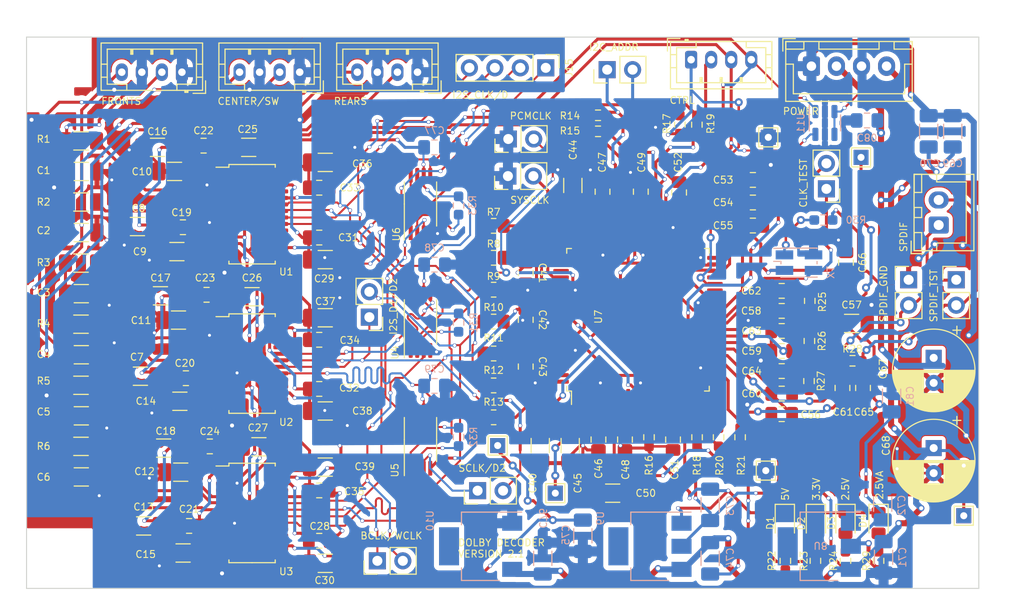
<source format=kicad_pcb>
(kicad_pcb (version 20221018) (generator pcbnew)
  (layers (0 "F.Cu" signal) (31 "B.Cu" signal) (34 "B.Paste" user) (35 "F.Paste" user) (36 "B.SilkS" user "B.Silkscreen") (37 "F.SilkS" user "F.Silkscreen") (38 "B.Mask" user) (39 "F.Mask" user) (44 "Edge.Cuts" user))
  (net 0 "")
  (net 1 "3V3")
  (net 2 "SDA")
  (net 3 "I2S_BC")
  (net 4 "I2S_WC")
  (net 5 "I2S_DATA")
  (net 6 "PCMCLK")
  (net 7 "BCLK")
  (net 8 "WCLK")
  (net 9 "I2S_D1")
  (net 10 "I2S_D2")
  (net 11 "I2S_D3")
  (net 12 "2.5V")
  (net 13 "RESET")
  (net 14 "IRQ")
  (net 15 "PLLAF")
  (net 16 "PLLSF")
  (net 17 "I2CADDR")
  (net 18 "SELI2C")
  (net 19 "5V")
  (net 20 "Net-(D1-A)")
  (net 21 "Net-(D2-A)")
  (net 22 "DCSB")
  (net 23 "CLKIN")
  (net 24 "SFREQ")
  (net 25 "Net-(D3-A)")
  (net 26 "Net-(D4-A)")
  (net 27 "PLLSPDIF")
  (net 28 "GND")
  (net 29 "DEEMPTH")
  (net 30 "AGND")
  (net 31 "2.5VA")
  (net 32 "SCL")
  (net 33 "CLKOUT")
  (net 34 "I2S_D4")
  (net 35 "3V3A")
  (net 36 "VOUT1")
  (net 37 "VOUT2")
  (net 38 "VOUT3")
  (net 39 "VOUT4")
  (net 40 "VOUT5")
  (net 41 "VOUT6")
  (net 42 "Net-(U1-CAPM)")
  (net 43 "Net-(U1-CAPP)")
  (net 44 "Net-(U1-VNEG)")
  (net 45 "Net-(U1-LDOO)")
  (net 46 "Net-(U1-VCOM{slash}DEMP)")
  (net 47 "Net-(U3-CAPM)")
  (net 48 "Net-(U3-CAPP)")
  (net 49 "Net-(U3-VNEG)")
  (net 50 "Net-(U3-LDOO)")
  (net 51 "Net-(U3-VCOM{slash}DEMP)")
  (net 62 "Net-(U2-VNEG)")
  (net 63 "Net-(U2-VCOM{slash}DEMP)")
  (net 64 "Net-(U2-CAPM)")
  (net 65 "Net-(U2-CAPP)")
  (net 66 "Net-(U2-LDOO)")
  (net 67 "Net-(U7-SPDN)")
  (net 68 "Net-(C62-Pad2)")
  (net 69 "Net-(C63-Pad2)")
  (net 70 "Net-(C64-Pad1)")
  (net 71 "Net-(U7-SPDP)")
  (net 72 "Net-(U7-SCLK)")
  (net 73 "Net-(U7-LRCLK)")
  (net 74 "Net-(U7-PCMCLK)")
  (net 75 "Net-(U7-PCM_OUT0)")
  (net 76 "Net-(U7-PCM_OUT1)")
  (net 77 "Net-(U7-PCM_OUT2)")
  (net 83 "Net-(U7-PCM_OUT3)")
  (net 84 "Net-(U7-A0)")
  (net 85 "Net-(U7-A5)")
  (net 86 "Net-(U7-DCSB)")
  (net 87 "Net-(U7-R{slash}W)")
  (net 88 "Net-(U4-ENABLE)")
  (net 89 "Net-(U5-ENABLE)")
  (net 90 "Net-(U6-ENABLE)")
  (net 101 "FL")
  (net 102 "FR")
  (net 103 "CT")
  (net 104 "SW")
  (net 105 "RL")
  (net 106 "RR")
  (net 112 "Net-(X1-EN)")
  (net 113 "PCMCLK1")
  (net 114 "PCMCLK2")
  (net 115 "PCMCLK3")
  (net 116 "BCLK1")
  (net 117 "BCLK2")
  (net 118 "BCLK3")
  (net 119 "WCLK1")
  (net 120 "WCLK2")
  (net 121 "WCLK3")
  (net 125 "SPDIF_NEG")
  (net 126 "SPDIF_POS")
  (footprint "Package_SO:TSSOP-8_4.4x3mm_P0.65mm" (layer "F.Cu") (at 62.2 65.483332 90)
    (fp_text reference "U5")
    (fp_text value "LMK1C1103")
  )
  (footprint "Resistor_SMD:R_0603_1608Metric_Pad0.98x0.95mm_HandSolder" (layer "F.Cu") (at 101.6 77.583332 90)
    (fp_text reference "R23")
    (fp_text value "430R")
  )
  (footprint "TestPoint:TestPoint_THTPad_1.5x1.5mm_Drill0.7mm" (layer "F.Cu") (at 96.65 68.583332)
    (fp_text reference "TP2" hide)
    (fp_text value "TestPoint")
  )
  (footprint "Package_SO:TSSOP-28_4.4x9.7mm_P0.65mm" (layer "F.Cu") (at 45.4 43.002082)
    (fp_text reference "U1")
    (fp_text value "PCM5122PW")
  )
  (footprint "Capacitor_SMD:C_1206_3216Metric_Pad1.33x1.80mm_HandSolder" (layer "F.Cu") (at 28.3625 63.116964 180)
    (fp_text reference "C5")
    (fp_text value "2.2n 50V C0G")
  )
  (footprint "Capacitor_SMD:C_1206_3216Metric_Pad1.33x1.80mm_HandSolder" (layer "F.Cu") (at 52.7 53.333332)
    (fp_text reference "C37")
    (fp_text value "10u")
  )
  (footprint "Connector_JST:JST_PH_B4B-PH-K_1x04_P2.00mm_Vertical" (layer "F.Cu") (at 50.15 28.833332 180)
    (fp_text reference "J2" hide)
    (fp_text value "Conn_01x04_Pin")
  )
  (footprint "Connector_JST:JST_PH_B4B-PH-K_1x04_P2.00mm_Vertical" (layer "F.Cu") (at 61.9 28.833332 180)
    (fp_text reference "J4" hide)
    (fp_text value "Conn_01x04_Pin")
  )
  (footprint "Package_SO:TSSOP-28_4.4x9.7mm_P0.65mm" (layer "F.Cu") (at 45.4 57.904471)
    (fp_text reference "U2")
    (fp_text value "PCM5122PW")
  )
  (footprint "Connector_PinHeader_2.54mm:PinHeader_1x02_P2.54mm_Vertical" (layer "F.Cu") (at 80.825 28.583332 90)
    (fp_text reference "J7" hide)
    (fp_text value "Conn_01x02")
  )
  (footprint "Capacitor_SMD:C_1206_3216Metric_Pad1.33x1.80mm_HandSolder" (layer "F.Cu") (at 74.15 66.083332 -90)
    (fp_text reference "C40")
    (fp_text value "10U")
  )
  (footprint "Capacitor_SMD:C_1206_3216Metric_Pad1.33x1.80mm_HandSolder" (layer "F.Cu") (at 35.9625 36.333332 180)
    (fp_text reference "C16")
    (fp_text value "10u")
  )
  (footprint "Resistor_SMD:R_1206_3216Metric_Pad1.30x1.75mm_HandSolder" (layer "F.Cu") (at 28.3325 53.975148 180)
    (fp_text reference "R4")
    (fp_text value "470R")
  )
  (footprint "Resistor_SMD:R_0603_1608Metric_Pad0.98x0.95mm_HandSolder" (layer "F.Cu") (at 94.089285 65.253332 90)
    (fp_text reference "R21")
    (fp_text value "4.7K")
  )
  (footprint "Capacitor_SMD:C_1206_3216Metric_Pad1.33x1.80mm_HandSolder" (layer "F.Cu") (at 28.3625 69.211516 180)
    (fp_text reference "C6")
    (fp_text value "2.2n 50V C0G")
  )
  (footprint "Capacitor_SMD:C_1206_3216Metric_Pad1.33x1.80mm_HandSolder" (layer "F.Cu") (at 28.3625 57.02242 180)
    (fp_text reference "C4")
    (fp_text value "2.2n 50V C0G")
  )
  (footprint "Capacitor_SMD:C_1206_3216Metric_Pad1.33x1.80mm_HandSolder" (layer "F.Cu") (at 38.28125 68.738111)
    (fp_text reference "C12")
    (fp_text value "2.2u 25V")
  )
  (footprint "Capacitor_SMD:C_0805_2012Metric_Pad1.18x1.45mm_HandSolder" (layer "F.Cu") (at 80.363333 40.758332 90)
    (fp_text reference "C47")
    (fp_text value "0.1U")
  )
  (footprint "Resistor_SMD:R_0603_1608Metric_Pad0.98x0.95mm_HandSolder" (layer "F.Cu") (at 101 55.65 -90)
    (fp_text reference "R26")
    (fp_text value "1K")
  )
  (footprint "Resistor_SMD:R_0805_2012Metric_Pad1.20x1.40mm_HandSolder" (layer "F.Cu") (at 69.5 63.266666 180)
    (fp_text reference "R13")
    (fp_text value "47R")
  )
  (footprint "Capacitor_SMD:C_1206_3216Metric_Pad1.33x1.80mm_HandSolder" (layer "F.Cu") (at 52.7 62.633332 180)
    (fp_text reference "C38")
    (fp_text value "10u")
  )
  (footprint "Resistor_SMD:R_0603_1608Metric_Pad0.98x0.95mm_HandSolder" (layer "F.Cu") (at 88.075 34.058332 -90)
    (fp_text reference "R17")
    (fp_text value "4.7K")
  )
  (footprint "Resistor_SMD:R_1206_3216Metric_Pad1.30x1.75mm_HandSolder" (layer "F.Cu") (at 28.3325 35.691516 180)
    (fp_text reference "R1")
    (fp_text value "470R")
  )
  (footprint "Resistor_SMD:R_0603_1608Metric_Pad0.98x0.95mm_HandSolder" (layer "F.Cu") (at 89.775 34.070832 -90)
    (fp_text reference "R19")
    (fp_text value "4.7K")
  )
  (footprint "Capacitor_SMD:C_1206_3216Metric_Pad1.33x1.80mm_HandSolder" (layer "F.Cu") (at 34.258891 59.16419 180)
    (fp_text reference "C7")
    (fp_text value "10u")
  )
  (footprint "Capacitor_SMD:C_1206_3216Metric_Pad1.33x1.80mm_HandSolder" (layer "F.Cu") (at 77.13741 66.083332 -90)
    (fp_text reference "C45")
    (fp_text value "10U")
  )
  (footprint "Capacitor_SMD:C_1206_3216Metric_Pad1.33x1.80mm_HandSolder" (layer "F.Cu") (at 46.08125 66.206861 180)
    (fp_text reference "C27")
    (fp_text value "2.2u 25V")
  )
  (footprint "Capacitor_SMD:C_0805_2012Metric_Pad1.18x1.45mm_HandSolder" (layer "F.Cu") (at 52.1 75.583332)
    (fp_text reference "C28")
    (fp_text value "0.1u 100V")
  )
  (footprint "Resistor_SMD:R_1206_3216Metric_Pad1.30x1.75mm_HandSolder" (layer "F.Cu") (at 28.3325 47.880604 180)
    (fp_text reference "R3")
    (fp_text value "470R")
  )
  (footprint "Capacitor_SMD:C_0805_2012Metric_Pad1.18x1.45mm_HandSolder" (layer "F.Cu") (at 104.65 47.833332 90)
    (fp_text reference "C66")
    (fp_text value "0.1u")
  )
  (footprint "Capacitor_SMD:C_0805_2012Metric_Pad1.18x1.45mm_HandSolder" (layer "F.Cu") (at 104.3 60.3375 -90)
    (fp_text reference "C61")
    (fp_text value "100N")
  )
  (footprint "Capacitor_SMD:C_0805_2012Metric_Pad1.18x1.45mm_HandSolder" (layer "F.Cu") (at 72.7 58.204166 -90)
    (fp_text reference "C43")
    (fp_text value "0.1U")
  )
  (footprint "Capacitor_SMD:C_0805_2012Metric_Pad1.18x1.45mm_HandSolder" (layer "F.Cu") (at 52.1 60.433332)
    (fp_text reference "C32")
    (fp_text value "0.1u 100V")
  )
  (footprint "Capacitor_SMD:C_1206_3216Metric_Pad1.33x1.80mm_HandSolder" (layer "F.Cu") (at 77.4 40.133332 90)
    (fp_text reference "C44")
    (fp_text value "10U")
  )
  (footprint "Package_SO:TSSOP-8_4.4x3mm_P0.65mm" (layer "F.Cu") (at 62.2 41.983332 90)
    (fp_text reference "U6")
    (fp_text value "LMK1C1103")
  )
  (footprint "LED_SMD:LED_0805_2012Metric_Pad1.15x1.40mm_HandSolder" (layer "F.Cu") (at 104.6 73.808332 -90)
    (fp_text reference "D3")
    (fp_text value "WHITE")
  )
  (footprint "Capacitor_SMD:C_0805_2012Metric_Pad1.18x1.45mm_HandSolder" (layer "F.Cu") (at 52.1 40.361746 180)
    (fp_text reference "C33")
    (fp_text value "0.1u 100V")
  )
  (footprint "Connector_PinHeader_2.54mm:PinHeader_1x02_P2.54mm_Vertical" (layer "F.Cu") (at 115.65 49.543332)
    (fp_text reference "J13" hide)
    (fp_text value "Conn_01x02_Male")
  )
  (footprint "Capacitor_SMD:C_1206_3216Metric_Pad1.33x1.80mm_HandSolder" (layer "F.Cu") (at 52.7 68.233332)
    (fp_text reference "C39")
    (fp_text value "10u")
  )
  (footprint "Capacitor_SMD:C_1206_3216Metric_Pad1.33x1.80mm_HandSolder" (layer "F.Cu") (at 45.396391 51.23294 180)
    (fp_text reference "C26")
    (fp_text value "2.2u 25V")
  )
  (footprint "Resistor_SMD:R_0805_2012Metric_Pad1.20x1.40mm_HandSolder" (layer "F.Cu") (at 69.5 44.166666 180)
    (fp_text reference "R7")
    (fp_text value "47R")
  )
  (footprint "Resistor_SMD:R_0603_1608Metric_Pad0.98x0.95mm_HandSolder" (layer "F.Cu") (at 105.3 57.625 180)
    (fp_text reference "R28")
    (fp_text value "75R")
  )
  (footprint "Capacitor_SMD:C_1206_3216Metric_Pad1.33x1.80mm_HandSolder" (layer "F.Cu") (at 37.9 46.733332)
    (fp_text reference "C9")
    (fp_text value "10u")
  )
  (footprint "MountingHole:MountingHole_3.2mm_M3" (layer "F.Cu") (at 115.4 27.833332)
    (fp_text reference "H3" hide)
    (fp_text value "MountingHole")
  )
  (footprint "Capacitor_SMD:C_0805_2012Metric_Pad1.18x1.45mm_HandSolder" (layer "F.Cu") (at 72.7 53.535416 -90)
    (fp_text reference "C42")
    (fp_text value "0.1U")
  )
  (footprint "Capacitor_SMD:C_1206_3216Metric_Pad1.33x1.80mm_HandSolder" (layer "F.Cu") (at 28.3625 50.927876 180)
    (fp_text reference "C3")
    (fp_text value "2.2n 50V C0G")
  )
  (footprint "Capacitor_SMD:C_1206_3216Metric_Pad1.33x1.80mm_HandSolder" (layer "F.Cu") (at 38.51875 76.802082)
    (fp_text reference "C15")
    (fp_text value "10u")
  )
  (footprint "Resistor_SMD:R_0805_2012Metric_Pad1.20x1.40mm_HandSolder" (layer "F.Cu") (at 69.5 47.349999 180)
    (fp_text reference "R8")
    (fp_text value "47R")
  )
  (footprint "Capacitor_SMD:C_0805_2012Metric_Pad1.18x1.45mm_HandSolder" (layer "F.Cu") (at 82.60223 65.483332 -90)
    (fp_text reference "C48")
    (fp_text value "0.1U")
  )
  (footprint "Capacitor_SMD:C_0805_2012Metric_Pad1.18x1.45mm_HandSolder" (layer "F.Cu") (at 98.2375 58.65 180)
    (fp_text reference "C64")
    (fp_text value "4.7N")
  )
  (footprint "Capacitor_SMD:C_0805_2012Metric_Pad1.18x1.45mm_HandSolder" (layer "F.Cu") (at 52.1 70.557194 180)
    (fp_text reference "C35")
    (fp_text value "0.1u 100V")
  )
  (footprint "Capacitor_SMD:C_1206_3216Metric_Pad1.33x1.80mm_HandSolder" (layer "F.Cu") (at 28.3625 44.833332 180)
    (fp_text reference "C2")
    (fp_text value "2.2n 50V C0G")
  )
  (footprint "MountingHole:MountingHole_3.2mm_M3" (layer "F.Cu") (at 25.4 77.833332)
    (fp_text reference "H2" hide)
    (fp_text value "MountingHole")
  )
  (footprint "Connector_JST:JST_PH_B4B-PH-K_1x04_P2.00mm_Vertical" (layer "F.Cu") (at 38.4 28.833332 180)
    (fp_text reference "J1" hide)
    (fp_text value "Conn_01x04_Pin")
  )
  (footprint "Connector_PinHeader_2.54mm:PinHeader_1x02_P2.54mm_Vertical" (layer "F.Cu") (at 57.9 77.583332 90)
    (fp_text reference "J3" hide)
    (fp_text value "Conn_01x02")
  )
  (footprint "Resistor_SMD:R_0805_2012Metric_Pad1.20x1.40mm_HandSolder" (layer "F.Cu") (at 69.5 50.533332 180)
    (fp_text reference "R9")
    (fp_text value "47R")
  )
  (footprint "Capacitor_SMD:C_0805_2012Metric_Pad1.18x1.45mm_HandSolder" (layer "F.Cu") (at 40.5625 36.163332 180)
    (fp_text reference "C22")
    (fp_text value "0.1u 100V")
  )
  (footprint "Resistor_SMD:R_0603_1608Metric_Pad0.98x0.95mm_HandSolder" (layer "F.Cu") (at 98.6 77.583332 90)
    (fp_text reference "R22")
    (fp_text value "1K")
  )
  (footprint "Capacitor_SMD:C_1206_3216Metric_Pad1.33x1.80mm_HandSolder" (layer "F.Cu") (at 52.7 37.833332)
    (fp_text reference "C36")
    (fp_text value "10u")
  )
  (footprint "TestPoint:TestPoint_THTPad_1.5x1.5mm_Drill0.7mm" (layer "F.Cu") (at 96.9 35.333332)
    (fp_text reference "TP5" hide)
    (fp_text value "TestPoint")
  )
  (footprint "Capacitor_SMD:C_0805_2012Metric_Pad1.18x1.45mm_HandSolder" (layer "F.Cu") (at 38.5 44.302082)
    (fp_text reference "C19")
    (fp_text value "0.1u 100V")
  )
  (footprint "Capacitor_SMD:C_0805_2012Metric_Pad1.18x1.45mm_HandSolder" (layer "F.Cu") (at 95.3625 39.583332)
    (fp_text reference "C53")
    (fp_text value "0.1U")
  )
  (footprint "Capacitor_SMD:C_0805_2012Metric_Pad1.18x1.45mm_HandSolder" (layer "F.Cu") (at 98.2375 54.65)
    (fp_text reference "C63")
    (fp_text value "5.6N")
  )
  (footprint "Resistor_SMD:R_0805_2012Metric_Pad1.20x1.40mm_HandSolder" (layer "F.Cu") (at 69.5 53.716667 180)
    (fp_text reference "R10")
    (fp_text value "47R")
  )
  (footprint "Capacitor_SMD:C_0805_2012Metric_Pad1.18x1.45mm_HandSolder" (layer "F.Cu") (at 38.796391 59.36419)
    (fp_text reference "C20")
    (fp_text value "0.1u 100V")
  )
  (footprint "Connector_JST:JST_PH_B4B-PH-K_1x04_P2.00mm_Vertical" (layer "F.Cu") (at 89.2 27.583332)
    (fp_text reference "J8" hide)
    (fp_text value "Conn_01x04_Male")
  )
  (footprint "Capacitor_SMD:C_1206_3216Metric_Pad1.33x1.80mm_HandSolder" (layer "F.Cu") (at 81.375 70.833332 180)
    (fp_text reference "C50")
    (fp_text value "10U")
  )
  (footprint "Capacitor_SMD:C_1206_3216Metric_Pad1.33x1.80mm_HandSolder" (layer "F.Cu") (at 34.58125 74.102082 180)
    (fp_text reference "C13")
    (fp_text value "10u")
  )
  (footprint "Package_QFP:LQFP-80_14x14mm_P0.65mm" (layer "F.Cu") (at 83.9 53.533332 90)
    (fp_text reference "U7")
    (fp_text value "SPA130")
  )
  (footprint "Capacitor_SMD:C_1206_3216Metric_Pad1.33x1.80mm_HandSolder" (layer "F.Cu") (at 28.3625 38.738788 180)
    (fp_text reference "C1")
    (fp_text value "2.2n 50V C0G")
  )
  (footprint "TestPoint:TestPoint_THTPad_1.5x1.5mm_Drill0.7mm" (layer "F.Cu") (at 116.4 73.083332)
    (fp_text reference "TP1" hide)
    (fp_text value "TestPoint")
  )
  (footprint "Connector_JST:JST_XH_B2B-XH-A_1x02_P2.50mm_Vertical" (layer "F.Cu") (at 113.9 44.083332 90)
    (fp_text reference "J11" hide)
    (fp_text value "Conn_01x02_Male")
  )
  (footprint "Capacitor_SMD:C_1206_3216Metric_Pad1.33x1.80mm_HandSolder" (layer "F.Cu") (at 105.2125 53.9)
    (fp_text reference "C57")
    (fp_text value "10U")
  )
  (footprint "Resistor_SMD:R_0603_1608Metric_Pad0.98x0.95mm_HandSolder" (layer "F.Cu") (at 89.79446 65.253332 -90)
    (fp_text reference "R18")
    (fp_text value "4.7K")
  )
  (footprint "Resistor_SMD:R_1206_3216Metric_Pad1.30x1.75mm_HandSolder" (layer "F.Cu") (at 28.3325 66.164236 180)
    (fp_text reference "R6")
    (fp_text value "470R")
  )
  (footprint "Capacitor_SMD:C_1206_3216Metric_Pad1.33x1.80mm_HandSolder" (layer "F.Cu") (at 38.058891 53.56419)
    (fp_text reference "C11")
    (fp_text value "2.2u 25V")
  )
  (footprint "Capacitor_SMD:C_0805_2012Metric_Pad1.18x1.45mm_HandSolder" (layer "F.Cu") (at 95.3625 44.133332)
    (fp_text reference "C55")
    (fp_text value "0.1U")
  )
  (footprint "Resistor_SMD:R_1206_3216Metric_Pad1.30x1.75mm_HandSolder" (layer "F.Cu") (at 28.3325 60.069692 180)
    (fp_text reference "R5")
    (fp_text value "470R")
  )
  (footprint "Capacitor_SMD:C_0805_2012Metric_Pad1.18x1.45mm_HandSolder" (layer "F.Cu") (at 95.3625 41.833332)
    (fp_text reference "C54")
    (fp_text value "0.1U")
  )
  (footprint "Resistor_SMD:R_1206_3216Metric_Pad1.30x1.75mm_HandSolder" (layer "F.Cu") (at 28.3325 41.78606 180)
    (fp_text reference "R2")
    (fp_text value "470R")
  )
  (footprint "Connector_PinHeader_2.54mm:PinHeader_1x02_P2.54mm_Vertical" (layer "F.Cu") (at 110.9 49.543332)
    (fp_text reference "J12" hide)
    (fp_text value "Conn_01x02")
  )
  (footprint "Capacitor_SMD:C_0805_2012Metric_Pad1.18x1.45mm_HandSolder" (layer "F.Cu") (at 40.858891 51.044251 180)
    (fp_text reference "C23")
    (fp_text value "0.1u 100V")
  )
  (footprint "Capacitor_SMD:C_0805_2012Metric_Pad1.18x1.45mm_HandSolder" (layer "F.Cu") (at 87.39705 65.483332 -90)
    (fp_text reference "C51")
    (fp_text value "0.1U")
  )
  (footprint "Resistor_SMD:R_0603_1608Metric_Pad0.98x0.95mm_HandSolder" (layer "F.Cu") (at 79.9125 33.133332)
    (fp_text reference "R14")
    (fp_text value "4.7K")
  )
  (footprint "Resistor_SMD:R_0603_1608Metric_Pad0.98x0.95mm_HandSolder" (layer "F.Cu") (at 91.94187 65.253332 -90)
    (fp_text reference "R20")
    (fp_text value "4.7K")
  )
  (footprint "Resistor_SMD:R_0603_1608Metric_Pad0.98x0.95mm_HandSolder" (layer "F.Cu") (at 101.0375 51.65 -90)
    (fp_text reference "R25")
    (fp_text value "1K")
  )
  (footprint "Resistor_SMD:R_0603_1608Metric_Pad0.98x0.95mm_HandSolder" (layer "F.Cu") (at 84.99964 65.253332 -90)
    (fp_text reference "R16")
    (fp_text value "4.7K")
  )
  (footprint "MountingHole:MountingHole_3.2mm_M3" (layer "F.Cu") (at 115.4 77.833332)
    (fp_text reference "H4" hide)
    (fp_text value "MountingHole")
  )
  (footprint "Capacitor_SMD:C_0805_2012Metric_Pad1.18x1.45mm_HandSolder" (layer "F.Cu") (at 72.7 48.866666 -90)
    (fp_text reference "C41")
    (fp_text value "0.1U")
  )
  (footprint "Connector_PinHeader_2.54mm:PinHeader_1x02_P2.54mm_Vertical" (layer "F.Cu") (at 70.925 39.2 90)
    (fp_text reference "J6" hide)
    (fp_text value "Conn_01x02")
  )
  (footprint "Connector_PinHeader_2.54mm:PinHeader_1x02_P2.54mm_Vertical" (layer "F.Cu") (at 102.7 40.473332 180)
    (fp_text reference "J9" hide)
    (fp_text value "Conn_01x02")
  )
  (footprint "Resistor_SMD:R_0603_1608Metric_Pad0.98x0.95mm_HandSolder" (layer "F.Cu") (at 79.9125 34.733332)
    (fp_text reference "R15")
    (fp_text value "4.7K")
  )
  (footprint "Resistor_SMD:R_0603_1608Metric_Pad0.98x0.95mm_HandSolder" (layer "F.Cu") (at 107.9 77.583332 90)
    (fp_text reference "R29")
    (fp_text value "100R")
  )
  (footprint "Resistor_SMD:R_0805_2012Metric_Pad1.20x1.40mm_HandSolder" (layer "F.Cu") (at 69.5 60.083333 180)
    (fp_text reference "R12")
    (fp_text value "47R")
  )
  (footprint "TestPoint:TestPoint_THTPad_1.5x1.5mm_Drill0.7mm" (layer "F.Cu") (at 106.15 37.333332)
    (fp_text reference "TP6" hide)
    (fp_text value "TestPoint")
  )
  (footprint "Resistor_SMD:R_0603_1608Metric_Pad0.98x0.95mm_HandSolder" (layer "F.Cu") (at 100.9625 59.65 90)
    (fp_text reference "R27")
    (fp_text value "330R")
  )
  (footprint "Package_SO:TSSOP-8_4.4x3mm_P0.65mm" (layer "F.Cu") (at 62.2 53.733332 90)
    (fp_text reference "U4")
    (fp_text value "LMK1C1103")
  )
  (footprint "Connector_PinHeader_2.54mm:PinHeader_1x02_P2.54mm_Vertical" (layer "F.Cu") (at 67.9 70.583332 90)
    (fp_text reference "J5" hide)
    (fp_text value "Conn_01x02")
  )
  (footprint "Resistor_SMD:R_0805_2012Metric_Pad1.20x1.40mm_HandSolder" (layer "F.Cu") (at 69.5 56.9 180)
    (fp_text reference "R11")
    (fp_text value "47R")
  )
  (footprint "Capacitor_SMD:C_0805_2012Metric_Pad1.18x1.45mm_HandSolder" (layer "F.Cu") (at 98.2375 62.95)
    (fp_text reference "C56")
    (fp_text value "0.1U")
  )
  (footprint "Capacitor_SMD:C_0805_2012Metric_Pad1.18x1.45mm_HandSolder" (layer "F.Cu") (at 39.11875 74.102082)
    (fp_text reference "C21")
    (fp_text value "0.1u 100V")
  )
  (footprint "Capacitor_SMD:C_0805_2012Metric_Pad1.18x1.45mm_HandSolder" (layer "F.Cu") (at 84.181666 40.758332 90)
    (fp_text reference "C49")
    (fp_text value "0.1U")
  )
  (footprint "Capacitor_SMD:C_0805_2012Metric_Pad1.18x1.45mm_HandSolder" (layer "F.Cu") (at 52.1 45.333332)
    (fp_text reference "C31")
    (fp_text value "0.1u 100V")
  )
  (footprint "Capacitor_THT:CP_Radial_D8.0mm_P2.50mm" (layer "F.Cu") (at 113.4 57.333332 -90)
    (fp_text reference "C67")
    (fp_text value "330u 16V")
  )
  (footprint "Capacitor_SMD:C_1206_3216Metric_Pad1.33x1.80mm_HandSolder" (layer "F.Cu") (at 36.58125 66.338111 180)
    (fp_text reference "C18")
    (fp_text value "10u")
  )
  (footprint "LED_SMD:LED_0805_2012Metric_Pad1.15x1.40mm_HandSolder" (layer "F.Cu") (at 107.9 73.808332 -90)
    (fp_text reference "D4")
    (fp_text value "YELLOW")
  )
  (footprint "Capacitor_SMD:C_0805_2012Metric_Pad1.18x1.45mm_HandSolder" (layer "F.Cu") (at 106.35 60.3375 -90)
    (fp_text reference "C65")
    (fp_text value "100N")
  )
  (footprint "Capacitor_SMD:C_1206_3216Metric_Pad1.33x1.80mm_HandSolder" (layer "F.Cu") (at 33.9625 44.233332 180)
    (fp_text reference "C8")
    (fp_text value "10u")
  )
  (footprint "Package_SO:TSSOP-28_4.4x9.7mm_P0.65mm" (layer "F.Cu") (at 45.4 72.806861)
    (fp_text reference "U3")
    (fp_text value "PCM5122PW")
  )
  (footprint "Capacitor_SMD:C_1206_3216Metric_Pad1.33x1.80mm_HandSolder" (layer "F.Cu") (at 37.6625 38.733332)
    (fp_text reference "C10")
    (fp_text value "2.2u 25V")
  )
  (footprint "TestPoint:TestPoint_THTPad_1.5x1.5mm_Drill0.7mm" (layer "F.Cu") (at 69.9 66.083332)
    (fp_text reference "TP4" hide)
    (fp_text value "TestPoint")
  )
  (footprint "Capacitor_SMD:C_0805_2012Metric_Pad1.18x1.45mm_HandSolder" (layer "F.Cu") (at 79.95482 65.483332 -90)
    (fp_text reference "C46")
    (fp_text value "0.1U")
  )
  (footprint "Capacitor_SMD:C_1206_3216Metric_Pad1.33x1.80mm_HandSolder" (layer "F.Cu") (at 36.258891 51.144251 180)
    (fp_text reference "C17")
    (fp_text value "10u")
  )
  (footprint "Capacitor_SMD:C_0805_2012Metric_Pad1.18x1.45mm_HandSolder" (layer "F.Cu") (at 98.2375 56.65)
    (fp_text reference "C59")
    (fp_text value "470P")
  )
  (footprint "Capacitor_SMD:C_1206_3216Metric_Pad1.33x1.80mm_HandSolder" (layer "F.Cu") (at 38.196391 61.66419)
    (fp_text reference "C14")
    (fp_text value "10u")
  )
  (footprint "Capacitor_SMD:C_0805_2012Metric_Pad1.18x1.45mm_HandSolder" (layer "F.Cu") (at 41.18125 66.168111 180)
    (fp_text reference "C24")
    (fp_text value "0.1u 100V")
  )
  (footprint "Resistor_SMD:R_0603_1608Metric_Pad0.98x0.95mm_HandSolder" (layer "F.Cu") (at 104.6 77.583332 90)
    (fp_text reference "R24")
    (fp_text value "100R")
  )
  (footprint "LED_SMD:LED_0805_2012Metric_Pad1.15x1.40mm_HandSolder" (layer "F.Cu") (at 101.65 73.808332 -90)
    (fp_text reference "D2")
    (fp_text value "YELLOW")
  )
  (footprint "TestPoint:TestPoint_THTPad_1.5x1.5mm_Drill0.7mm" (layer "F.Cu") (at 75.65 70.833332)
    (fp_text reference "TP3" hide)
    (fp_text value "TestPoint")
  )
  (footprint "Capacitor_SMD:C_1206_3216Metric_Pad1.33x1.80mm_HandSolder" (layer "F.Cu") (at 52.7 47.533332 180)
    (fp_text reference "C29")
    (fp_text value "10u")
  )
  (footprint "MountingHole:MountingHole_3.2mm_M3" (layer "F.Cu") (at 25.4 27.833332)
    (fp_text reference "H1" hide)
    (fp_text value "MountingHole")
  )
  (footprint "Capacitor_SMD:C_0805_2012Metric_Pad1.18x1.45mm_HandSolder" (layer "F.Cu") (at 52.1 55.533332 180)
    (fp_text reference "C34")
    (fp_text value "0.1u 100V")
  )
  (footprint "Capacitor_SMD:C_0805_2012Metric_Pad1.18x1.45mm_HandSolder" (layer "F.Cu") (at 98.2375 52.65)
    (fp_text reference "C58")
    (fp_text value "470P")
  )
  (footprint "Connector_JST:JST_XH_B4B-XH-A_1x04_P2.50mm_Vertical" (layer "F.Cu") (at 101.2 28.233332)
    (fp_text reference "J10" hide)
    (fp_text value "Conn_01x04_Male")
  )
  (footprint "Connector_PinHeader_2.54mm:PinHeader_1x02_P2.54mm_Vertical" (layer "F.Cu") (at 70.96 35.5 90)
    (fp_text reference "J14" hide)
    (fp_text value "Conn_01x02")
  )
  (footprint "Capacitor_SMD:C_0805_2012Metric_Pad1.18x1.45mm_HandSolder" (layer "F.Cu") (at 88 40.833332 90)
    (fp_text reference "C52")
    (fp_text value "0.1U")
  )
  (footprint "Capacitor_SMD:C_0805_2012Metric_Pad1.18x1.45mm_HandSolder" (layer "F.Cu") (at 98.2375 60.9 180)
    (fp_text reference "C60")
    (fp_text value "150P")
  )
  (footprint "Capacitor_THT:CP_Radial_D8.0mm_P2.50mm" (layer "F.Cu") (at 113.4 66.333332 -90)
    (fp_text reference "C68")
    (fp_text value "330u 16V")
  )
  (footprint "LED_SMD:LED_0805_2012Metric_Pad1.15x1.40mm_HandSolder" (layer "F.Cu") (at 98.55 73.808332 -90)
    (fp_text reference "D1")
    (fp_text value "BLUE")
  )
  (footprint "Capacitor_SMD:C_1206_3216Metric_Pad1.33x1.80mm_HandSolder" (layer "F.Cu") (at 45.0625 36.333332 180)
    (fp_text reference "C25")
    (fp_text value "2.2u 25V")
  )
  (footprint "Capacitor_SMD:C_0805_2012Metric_Pad1.18x1.45mm_HandSolder" (layer "F.Cu") (at 98.2375 50.65)
    (fp_text reference "C62")
    (fp_text value "5.6N")
  )
  (footprint "Connector_PinHeader_2.54mm:PinHeader_1x02_P2.54mm_Vertical" (layer "F.Cu") (at 57.1 53.275 180)
    (fp_text reference "J16" hide)
    (fp_text value "Conn_01x02_Pin")
  )
  (footprint "Connector_PinHeader_2.54mm:PinHeader_1x04_P2.54mm_Vertical" (layer "F.Cu") (at 74.7 28.4 -90)
    (fp_text reference "J15")
    (fp_text value "Conn_01x04_Male")
  )
  (footprint "Capacitor_SMD:C_1206_3216Metric_Pad1.33x1.80mm_HandSolder" (layer "F.Cu") (at 52.7 77.833332 180)
    (fp_text reference "C30")
    (fp_text value "10u")
  )
  (footprint "Capacitor_SMD:C_1206_3216Metric_Pad1.33x1.80mm_HandSolder" (layer "B.Cu") (at 108.4 77.233332 -90)
    (fp_text reference "C71")
    (fp_text value "10U")
  )
  (footprint "Capacitor_SMD:C_1206_3216Metric_Pad1.33x1.80mm_HandSolder" (layer "B.Cu") (at 78.4 75.083332 -90)
    (fp_text reference "C75")
    (fp_text value "10U")
  )
  (footprint "Capacitor_SMD:C_1206_3216Metric_Pad1.33x1.80mm_HandSolder" (layer "B.Cu") (at 91.1 77.333332 -90)
    (fp_text reference "C74")
    (fp_text value "10U")
  )
  (footprint "Capacitor_SMD:C_1206_3216Metric_Pad1.33x1.80mm_HandSolder" (layer "B.Cu") (at 112.9 34.733332 90)
    (fp_text reference "C70")
    (fp_text value "10U")
  )
  (footprint "Capacitor_SMD:C_0805_2012Metric_Pad1.18x1.45mm_HandSolder" (layer "B.Cu") (at 106.75 33.65)
    (fp_text reference "C80")
    (fp_text value "0.1U")
  )
  (footprint "Resistor_SMD:R_0603_1608Metric_Pad0.98x0.95mm_HandSolder" (layer "B.Cu") (at 66 65.220832 -90)
    (fp_text reference "R32")
    (fp_text value "4.7K")
  )
  (footprint "Capacitor_SMD:C_0805_2012Metric_Pad1.18x1.45mm_HandSolder" (layer "B.Cu") (at 63.6 48.033332 180)
    (fp_text reference "C78")
    (fp_text value "0.1u")
  )
  (footprint "Package_TO_SOT_SMD:SOT-23-6" (layer "B.Cu") (at 102.55 33.9 -90)
    (fp_text reference "U11")
    (fp_text value "TMP100")
  )
  (footprint "Package_TO_SOT_SMD:SOT-223" (layer "B.Cu") (at 68.2 76.133332 180)
    (fp_text reference "U10")
    (fp_text value "AMS1117-3.3")
  )
  (footprint "Capacitor_SMD:C_1206_3216Metric_Pad1.33x1.80mm_HandSolder" (layer "B.Cu") (at 74.4 77.333332 90)
    (fp_text reference "C76")
    (fp_text value "10U")
  )
  (footprint "Capacitor_SMD:C_1206_3216Metric_Pad1.33x1.80mm_HandSolder" (layer "B.Cu") (at 115.3 34.733332 90)
    (fp_text reference "C69")
    (fp_text value "10U")
  )
  (footprint "Resistor_SMD:R_0603_1608Metric_Pad0.98x0.95mm_HandSolder" (layer "B.Cu") (at 102.4 43.583332 180)
    (fp_text reference "R30")
    (fp_text value "4.7K")
  )
  (footprint "Capacitor_SMD:C_1206_3216Metric_Pad1.33x1.80mm_HandSolder" (layer "B.Cu") (at 91.1 71.995832 90)
    (fp_text reference "C73")
    (fp_text value "47U")
  )
  (footprint "Package_TO_SOT_SMD:SOT-223" (layer "B.Cu") (at 101.987226 76.133332 180)
    (fp_text reference "U8")
    (fp_text value "AMS1117-2.5")
  )
  (footprint "Package_TO_SOT_SMD:SOT-223" (layer "B.Cu") (at 85.093613 76.133332 180)
    (fp_text reference "U9")
    (fp_text value "AMS1117-2.5")
  )
  (footprint "Capacitor_SMD:C_0805_2012Metric_Pad1.18x1.45mm_HandSolder" (layer "B.Cu") (at 63.6 36.333332 180)
    (fp_text reference "C77")
    (fp_text value "0.1u")
  )
  (footprint "Capacitor_SMD:C_0805_2012Metric_Pad1.18x1.45mm_HandSolder" (layer "B.Cu") (at 63.6 60.133332 180)
    (fp_text reference "C79")
    (fp_text value "0.1u")
  )
  (footprint "Resistor_SMD:R_0603_1608Metric_Pad0.98x0.95mm_HandSolder" (layer "B.Cu") (at 66 42.133332 -90)
    (fp_text reference "R33")
    (fp_text value "4.7K")
  )
  (footprint "Resistor_SMD:R_0603_1608Metric_Pad0.98x0.95mm_HandSolder" (layer "B.Cu") (at 66 53.820832 -90)
    (fp_text reference "R31")
    (fp_text value "4.7K")
  )
  (footprint "Capacitor_SMD:C_1206_3216Metric_Pad1.33x1.80mm_HandSolder" (layer "B.Cu") (at 109.2 61.1625 90)
    (fp_text reference "C81")
    (fp_text value "10u")
  )
  (footprint "Oscillator:Oscillator_SMD_EuroQuartz_XO32-4Pin_3.2x2.5mm_HandSoldering" (layer "B.Cu") (at 99.9625 47.833332)
    (fp_text reference "X1")
    (fp_text value "ECS-3225SMV-270-FP-TR")
  )
  (footprint "Capacitor_SMD:C_1206_3216Metric_Pad1.33x1.80mm_HandSolder" (layer "B.Cu") (at 108.312774 71.933332 90)
    (fp_text reference "C72")
    (fp_text value "47U")
  )
  (gr_line (start 117.9 80.333332) (end 22.9 80.333332) (stroke (width 0.1)) (layer "Edge.Cuts"))
  (gr_line (start 117.9 25.333332) (end 117.9 80.333332) (stroke (width 0.1)) (layer "Edge.Cuts"))
  (gr_line (start 22.9 80.333332) (end 22.9 25.333332) (stroke (width 0.1)) (layer "Edge.Cuts"))
  (gr_line (start 22.9 25.333332) (end 117.9 25.333332) (stroke (width 0.1)) (layer "Edge.Cuts"))
  (gr_text "SYSCLK" (at 71.1 41.6) (layer "F.SilkS") (effects (font (size 0.7 0.7) (thickness 0.1)) (justify left)))
  (gr_text "I2C_ADDR" (at 78.95 26.333332) (layer "F.SilkS") (effects (font (size 0.7 0.7) (thickness 0.1)) (justify left)))
  (gr_text "FRONTS" (at 30.3 31.733332) (layer "F.SilkS") (effects (font (size 0.7 0.7) (thickness 0.1)) (justify left)))
  (gr_text "DOLBY DECODER\nVERSION 2.1" (at 65.9 76.333332) (layer "F.SilkS") (effects (font (size 0.7 0.7) (thickness 0.1)) (justify left)))
  (gr_text "SPDIF_TST" (at 113.4 53.833332 90) (layer "F.SilkS") (effects (font (size 0.7 0.7) (thickness 0.1)) (justify left)))
  (gr_text "SPDIF" (at 110.4 46.833332 90) (layer "F.SilkS") (effects (font (size 0.7 0.7) (thickness 0.1)) (justify left)))
  (gr_text "PCMCLK" (at 71.05 33.2) (layer "F.SilkS") (effects (font (size 0.7 0.7) (thickness 0.1)) (justify left)))
  (gr_text "POWER" (at 98.3 32.733332) (layer "F.SilkS") (effects (font (size 0.7 0.7) (thickness 0.1)) (justify left)))
  (gr_text "BCLK/WCLK" (at 56.15 75.083332) (layer "F.SilkS") (effects (font (size 0.7 0.7) (thickness 0.1)) (justify left)))
  (gr_text "2.5V" (at 104.6 71.633332 90) (layer "F.SilkS") (effects (font (size 0.7 0.7) (thickness 0.1)) (justify left)))
  (gr_text "3.3V" (at 101.7 71.633332 90) (layer "F.SilkS") (effects (font (size 0.7 0.7) (thickness 0.1)) (justify left)))
  (gr_text "CTRL" (at 87 31.633332) (layer "F.SilkS") (effects (font (size 0.7 0.7) (thickness 0.1)) (justify left)))
  (gr_text "SCLK/D2" (at 65.925 68.333332) (layer "F.SilkS") (effects (font (size 0.7 0.7) (thickness 0.1)) (justify left)))
  (gr_text "I2S_D1/D2" (at 59.5 55.1 90) (layer "F.SilkS") (effects (font (size 0.7 0.7) (thickness 0.1)) (justify left)))
  (gr_text "SPDIF_GND\n" (at 108.4 53.833332 90) (layer "F.SilkS") (effects (font (size 0.7 0.7) (thickness 0.1)) (justify left)))
  (gr_text "CENTER/SW" (at 41.9 31.733332) (layer "F.SilkS") (effects (font (size 0.7 0.7) (thickness 0.1)) (justify left)))
  (gr_text "I2S_CLK/D" (at 65.3 31.1) (layer "F.SilkS") (effects (font (size 0.7 0.7) (thickness 0.1)) (justify left)))
  (gr_text "2.5VA" (at 108 71.533332 90) (layer "F.SilkS") (effects (font (size 0.7 0.7) (thickness 0.1)) (justify left)))
  (gr_text "REARS" (at 53.5 31.733332) (layer "F.SilkS") (effects (font (size 0.7 0.7) (thickness 0.1)) (justify left)))
  (gr_text "CLK_TEST" (at 100.4 42.4 90) (layer "F.SilkS") (effects (font (size 0.7 0.7) (thickness 0.1)) (justify left)))
  (gr_text "5V" (at 98.6 71.633332 90) (layer "F.SilkS") (effects (font (size 0.7 0.7) (thickness 0.1)) (justify left)))
  (segment (start 46.4 71.583332) (end 46.801471 71.181861) (width 0.3) (layer "F.Cu") (net 1))
  (segment (start 62.525 49.705375) (end 62.562504 49.667871) (width 0.2) (layer "F.Cu") (net 1))
  (segment (start 53.7875 35.583332) (end 51.1375 38.233332) (width 0.3) (layer "F.Cu") (net 1))
  (segment (start 82.9375 70.833332) (end 82.9375 69.649532) (width 0.25) (layer "F.Cu") (net 1))
  (segment (start 94.9 68.206547) (end 93.264285 66.570832) (width 0.3) (layer "F.Cu") (net 1))
  (segment (start 62.525 39.120832) (end 62.525 38.058332) (width 0.2) (layer "F.Cu") (net 1))
  (segment (start 62.525 61.558332) (end 62.4 61.433332) (width 0.2) (layer "F.Cu") (net 1))
  (segment (start 46.6 54.604471) (end 46.6 56.826225) (width 0.3) (layer "F.Cu") (net 1))
  (segment (start 46.803861 60.179471) (end 46.65 60.333332) (width 0.3) (layer "F.Cu") (net 1))
  (segment (start 62.525 38.058332) (end 62.5 38.033332) (width 0.2) (layer "F.Cu") (net 1))
  (segment (start 93.264285 66.619899) (end 92.800852 67.083332) (width 0.3) (layer "F.Cu") (net 1))
  (segment (start 93.264285 66.570832) (end 93.264285 66.619899) (width 0.3) (layer "F.Cu") (net 1))
  (segment (start 46.6 56.826225) (end 46.65 56.876226) (width 0.3) (layer "F.Cu") (net 1))
  (segment (start 59.9 35.583332) (end 53.7875 35.583332) (width 0.3) (layer "F.Cu") (net 1))
  (segment (start 82.15 51.333332) (end 82.15 52.333332) (width 0.3) (layer "F.Cu") (net 1))
  (segment (start 108.150001 50.083331) (end 108.150001 56.400001) (width 0.6) (layer "F.Cu") (net 1))
  (segment (start 111.872651 38.777349) (end 110.25 40.4) (width 0.4) (layer "F.Cu") (net 1))
  (segment (start 51.0625 40.361746) (end 51.0625 38.308332) (width 0.3) (layer "F.Cu") (net 1))
  (segment (start 51.0625 55.533332) (end 51.0625 53.408332) (width 0.3) (layer "F.Cu") (net 1))
  (segment (start 64.65 57.333332) (end 63.15 58.833332) (width 0.2) (layer "F.Cu") (net 1))
  (segment (start 83.575 60.433332) (end 83.1755 60.033832) (width 0.3) (layer "F.Cu") (net 1))
  (segment (start 45.9 43.333332) (end 45.9 46.833332) (width 0.3) (layer "F.Cu") (net 1))
  (segment (start 47.525 53.679471) (end 46.6 54.604471) (width 0.3) (layer "F.Cu") (net 1))
  (segment (start 82.9375 69.649532) (end 83.5037 69.083332) (width 0.25) (layer "F.Cu") (net 1))
  (segment (start 46.65 61.583332) (end 46.753861 61.479471) (width 0.3) (layer "F.Cu") (net 1))
  (segment (start 108.15 41.583332) (end 108.150001 50.083331) (width 0.6) (layer "F.Cu") (net 1))
  (segment (start 62.525 50.870832) (end 62.525 49.705375) (width 0.2) (layer "F.Cu") (net 1))
  (segment (start 83.575 47.258332) (end 83.65 47.333332) (width 0.3) (layer "F.Cu") (net 1))
  (segment (start 94.9 71.583332) (end 94.9 68.206547) (width 0.3) (layer "F.Cu") (net 1))
  (segment (start 88.7 32.083332) (end 80.05 32.083332) (width 0.3) (layer "F.Cu") (net 1))
  (segment (start 92.35 52.558332) (end 91.575 52.558332) (width 0.3) (layer "F.Cu") (net 1))
  (segment (start 104.5 48.695832) (end 105.7875 48.695832) (width 0.3) (layer "F.Cu") (net 1))
  (segment (start 72.7 52.497916) (end 73.410416 53.208332) (width 0.3) (layer "F.Cu") (net 1))
  (segment (start 79.4875 34.733332) (end 79 34.733332) (width 0.3) (layer "F.Cu") (net 1))
  (segment (start 81.52723 65.520832) (end 82.60223 64.445832) (width 0.3) (layer "F.Cu") (net 1))
  (segment (start 92.800852 67.083332) (end 91.4125 67.083332) (width 0.3) (layer "F.Cu") (net 1))
  (segment (start 51.1375 38.233332) (end 48.80625 38.233332) (width 0.3) (layer "F.Cu") (net 1))
  (segment (start 48.2625 75.081861) (end 46.648529 75.081861) (width 0.3) (layer "F.Cu") (net 1))
  (segment (start 103.8 28.233332) (end 106.108334 30.541666) (width 0.6) (layer "F.Cu") (net 1))
  (segment (start 106.108334 30.541666) (end 108.15 32.583332) (width 0.6) (layer "F.Cu") (net 1))
  (segment (start 46.65 56.876226) (end 46.65 61.583332) (width 0.3) (layer "F.Cu") (net 1))
  (segment (start 51.0625 70.557194) (end 50.437833 71.181861) (width 0.3) (layer "F.Cu") (net 1))
  (segment (start 91.575 52.558332) (end 89.402818 52.558332) (width 0.3) (layer "F.Cu") (net 1))
  (segment (start 45.9 39.876225) (end 46.999143 38.777082) (width 0.3) (layer "F.Cu") (net 1))
  (segment (start 62.525 62.620832) (end 62.525 63.358332) (width 0.2) (layer "F.Cu") (net 1))
  (segment (start 108.15 32.583332) (end 108.15 34.9) (width 0.6) (layer "F.Cu") (net 1))
  (segment (start 83.575 61.208332) (end 83.575 60.433332) (width 0.3) (layer "F.Cu") (net 1))
  (segment (start 104.404168 48.6) (end 97.133332 48.6) (width 0.3) (layer "F.Cu") (net 1))
  (segment (start 71.65 52.672914) (end 71.824998 52.497916) (width 0.3) (layer "F.Cu") (net 1))
  (segment (start 108.15 34.9) (end 108.15 41.583332) (width 0.6) (layer "F.Cu") (net 1))
  (segment (start 51.1375 68.233332) (end 51.1375 70.482194) (width 0.3) (layer "F.Cu") (net 1))
  (segment (start 74.15 63.333332) (end 76.4 61.083332) (width 0.3) (layer "F.Cu") (net 1))
  (segment (start 100.7625 77.658332) (end 97.725 77.658332) (width 0.3) (layer "F.Cu") (net 1))
  (segment (start 97.133332 48.6) (end 96.9 48.833332) (width 0.3) (layer "F.Cu") (net 1))
  (segment (start 48.2625 53.679471) (end 47.525 53.679471) (width 0.3) (layer "F.Cu") (net 1))
  (segment (start 88.177818 51.333332) (end 82.15 51.333332) (width 0.3) (layer "F.Cu") (net 1))
  (segment (start 63.442893 52.583332) (end 63.65 52.583332) (width 0.2) (layer "F.Cu") (net 1))
  (segment (start 50.437833 71.181861) (end 48.2625 71.181861) (width 0.3) (layer "F.Cu") (net 1))
  (segment (start 46.801471 71.181861) (end 48.2625 71.181861) (width 0.3) (layer "F.Cu") (net 1))
  (segment (start 45.9 46.833332) (end 51.1375 52.070832) (width 0.3) (layer "F.Cu") (net 1))
  (segment (start 89.402818 52.558332) (end 88.177818 51.333332) (width 0.3) (layer "F.Cu") (net 1))
  (segment (start 48.2625 45.277082) (end 47.525 45.277082) (width 0.3) (layer "F.Cu") (net 1))
  (segment (start 48.80625 38.233332) (end 48.2625 38.777082) (width 0.3) (layer "F.Cu") (net 1))
  (segment (start 106.108334 30.791666) (end 106.108334 30.541666) (width 0.2) (layer "F.Cu") (net 1))
  (segment (start 104.5 32.4) (end 106.108334 30.791666) (width 0.2) (layer "F.Cu") (net 1))
  (segment (start 62.525 63.358332) (end 63.4 64.233332) (width 0.2) (layer "F.Cu") (net 1))
  (segment (start 94.325 44.308332) (end 94.325 50.583332) (width 0.3) (layer "F.Cu") (net 1))
  (segment (start 82.15 48.833332) (end 82.15 51.333332) (width 0.3) (layer "F.Cu") (net 1))
  (segment (start 83.575 45.858332) (end 83.575 47.258332) (width 0.3) (layer "F.Cu") (net 1))
  (segment (start 74.15 64.020832) (end 74.15 63.333332) (width 0.3) (layer "F.Cu") (net 1))
  (segment (start 83.575 63.473062) (end 82.60223 64.445832) (width 0.3) (layer "F.Cu") (net 1))
  (segment (start 82.4 39.600196) (end 82.4 37.645832) (width 0.3) (layer "F.Cu") (net 1))
  (segment (start 94.9 74.833332) (end 94.9 73.583332) (width 0.3) (layer "F.Cu") (net 1))
  (segment (start 113.660107 38.777349) (end 111.872651 38.777349) (width 0.4) (layer "F.Cu") (net 1))
  (segment (start 46.753861 61.479471) (end 48.2625 61.479471) (width 0.3) (layer "F.Cu") (net 1))
  (segment (start 83.575 45.858332) (end 83.575 40.775196) (width 0.3) (layer "F.Cu") (net 1))
  (segment (start 48.2625 60.179471) (end 46.803861 60.179471) (width 0.3) (layer "F.Cu") (net 1))
  (segment (start 108.150001 56.400001) (end 108.277298 56.527298) (width 0.6) (layer "F.Cu") (net 1))
  (segment (start 46.648529 75.081861) (end 46.4 74.833332) (width 0.3) (layer "F.Cu") (net 1))
  (segment (start 51.1375 68.233332) (end 51.1375 66.585907) (width 0.3) (layer "F.Cu") (net 1))
  (segment (start 94.325 44.133332) (end 96.15 45.958332) (width 0.3) (layer "F.Cu") (net 1))
  (segment (start 104.5 48.695832) (end 104.404168 48.6) (width 0.3) (layer "F.Cu") (net 1))
  (segment (start 94.089285 65.745832) (end 93.264285 66.570832) (width 0.3) (layer "F.Cu") (net 1))
  (segment (start 105.9 48.583332) (end 105.9 44.833332) (width 0.3) (layer "F.Cu") (net 1))
  (segment (start 62.525 62.620832) (end 62.525 61.558332) (width 0.2) (layer "F.Cu") (net 1))
  (segment (start 82.4 37.645832) (end 79.4875 34.733332) (width 0.3) (layer "F.Cu") (net 1))
  (segment (start 73.410416 53.208332) (end 76.225 53.208332) (width 0.3) (layer "F.Cu") (net 1))
  (segment (start 46.4 74.833332) (end 46.4 71.583332) (width 0.3) (layer "F.Cu") (net 1))
  (segment (start 83.575 40.775196) (end 82.4 39.600196) (width 0.3) (layer "F.Cu") (net 1))
  (segment (start 77.9 54.083332) (end 77.025 53.208332) (width 0.3) (layer "F.Cu") (net 1))
  (segment (start 90.305 66.570832) (end 89.9 66.165832) (width 0.3) (layer "F.Cu") (net 1))
  (segment (start 62.525 40.208332) (end 62.9 40.583332) (width 0.2) (layer "F.Cu") (net 1))
  (segment (start 46.65 62.098407) (end 46.65 61.583332) (width 0.3) (layer "F.Cu") (net 1))
  (segment (start 105.9 44.833332) (end 103.65 42.583332) (width 0.3) (layer "F.Cu") (net 1))
  (segment (start 77.025 53.208332) (end 76.225 53.208332) (width 0.3) (layer "F.Cu") (net 1))
  (segment (start 96.15 45.958332) (end 96.15 48.083332) (width 0.3) (layer "F.Cu") (net 1))
  (segment (start 51.1375 66.585907) (end 46.65 62.098407) (width 0.3) (layer "F.Cu") (net 1))
  (segment (start 46.65 60.333332) (end 46.65 61.583332) (width 0.3) (layer "F.Cu") (net 1))
  (segment (start 46.999143 38.777082) (end 48.2625 38.777082) (width 0.3) (layer "F.Cu") (net 1))
  (segment (start 51.1375 52.070832) (end 51.1375 53.333332) (width 0.3) (layer "F.Cu") (net 1))
  (segment (start 86.4 69.083332) (end 83.5037 69.083332) (width 0.3) (layer "F.Cu") (net 1))
  (segment (start 71.824998 52.497916) (end 72.7 52.497916) (width 0.3) (layer "F.Cu") (net 1))
  (segment (start 62.525 39.120832) (end 62.525 40.208332) (width 0.2) (layer "F.Cu") (net 1))
  (segment (start 104.5 48.695832) (end 106.762502 48.695832) (width 0.3) (layer "F.Cu") (net 1))
  (segment (start 94.9 74.833332) (end 97.725 77.658332) (width 0.3) (layer "F.Cu") (net 1))
  (segment (start 62.525 51.665439) (end 63.442893 52.583332) (width 0.2) (layer "F.Cu") (net 1))
  (segment (start 94.325 50.583332) (end 92.35 52.558332) (width 0.3) (layer "F.Cu") (net 1))
  (segment (start 91.4125 67.083332) (end 90.9 66.570832) (width 0.3) (layer "F.Cu") (net 1))
  (segment (start 62.525 50.870832) (end 62.525 51.665439) (width 0.2) (layer "F.Cu") (net 1))
  (segment (start 83.5037 69.083332) (end 81.52723 67.106862) (width 0.3) (layer "F.Cu") (net 1))
  (segment (start 63.4 64.233332) (end 64.6 64.233332) (width 0.2) (layer "F.Cu") (net 1))
  (segment (start 101.6 78.495832) (end 100.7625 77.658332) (width 0.3) (layer "F.Cu") (net 1))
  (segment (start 83.1755 60.033832) (end 82.911085 60.033832) (width 0.3) (layer "F.Cu") (net 1))
  (segment (start 45.9 43.652082) (end 45.9 39.876225) (width 0.3) (layer "F.Cu") (net 1))
  (segment (start 105.7875 48.695832) (end 105.9 48.583332) (width 0.3) (layer "F.Cu") (net 1))
  (segment (start 47.525 45.277082) (end 45.9 43.652082) (width 0.3) (layer "F.Cu") (net 1))
  (segment (start 82.15 52.333332) (end 79.15 55.333332) (width 0.3) (layer "F.Cu") (net 1))
  (segment (start 89.775 33.158332) (end 88.7 32.083332) (width 0.3) (layer "F.Cu") (net 1))
  (segment (start 90.9 66.570832) (end 90.305 66.570832) (width 0.3) (layer "F.Cu") (net 1))
  (segment (start 81.52723 67.106862) (end 81.52723 65.520832) (width 0.3) (layer "F.Cu") (net 1))
  (segment (start 96.15 48.083332) (end 96.9 48.833332) (width 0.3) (layer "F.Cu") (net 1))
  (segment (start 106.762502 48.695832) (end 108.150001 50.083331) (width 0.3) (layer "F.Cu") (net 1))
  (segment (start 48.2625 53.679471) (end 50.791361 53.679471) (width 0.3) (layer "F.Cu") (net 1))
  (segment (start 80.05 32.083332) (end 79 33.133332) (width 0.3) (layer "F.Cu") (net 1))
  (segment (start 83.575 61.208332) (end 83.575 63.473062) (width 0.3) (layer "F.Cu") (net 1))
  (segment (start 84.575 41.620832) (end 83.575 41.620832) (width 0.3) (layer "F.Cu") (net 1))
  (segment (start 79 33.133332) (end 79 34.733332) (width 0.3) (layer "F.Cu") (net 1))
  (segment (start 48.2625 68.581861) (end 50.788971 68.581861) (width 0.3) (layer "F.Cu") (net 1))
  (via (at 104.5 32.4) (size 0.4) (drill 0.3) (layers "F.Cu" "B.Cu") (net 1))
  (via (at 82.911085 60.033832) (size 0.4) (drill 0.3) (layers "F.Cu" "B.Cu") (net 1))
  (via (at 96.9 48.833332) (size 0.4) (drill 0.3) (layers "F.Cu" "B.Cu") (net 1))
  (via (at 62.562504 49.667871) (size 0.4) (drill 0.3) (layers "F.Cu" "B.Cu") (net 1))
  (via (at 62.9 40.583332) (size 0.4) (drill 0.3) (layers "F.Cu" "B.Cu") (net 1))
  (via (at 94.9 73.583332) (size 0.4) (drill 0.3) (layers "F.Cu" "B.Cu") (net 1))
  (via (at 63.15 58.833332) (size 0.4) (drill 0.3) (layers "F.Cu" "B.Cu") (net 1))
  (via (at 64.6 64.233332) (size 0.4) (drill 0.3) (layers "F.Cu" "B.Cu") (net 1))
  (via (at 79.15 55.333332) (size 0.4) (drill 0.3) (layers "F.Cu" "B.Cu") (net 1))
  (via (at 108.277298 56.527298) (size 0.65) (drill 0.4) (layers "F.Cu" "B.Cu") (net 1))
  (via (at 83.65 47.333332) (size 0.4) (drill 0.3) (layers "F.Cu" "B.Cu") (net 1))
  (via (at 110.25 40.4) (size 0.65) (drill 0.4) (layers "F.Cu" "B.Cu") (net 1))
  (via (at 59.9 35.583332) (size 0.4) (drill 0.3) (layers "F.Cu" "B.Cu") (net 1))
  (via (at 86.4 69.083332) (size 0.4) (drill 0.3) (layers "F.Cu" "B.Cu") (net 1))
  (via (at 90.9 66.570832) (size 0.4) (drill 0.3) (layers "F.Cu" "B.Cu") (net 1))
  (via (at 62.5 38.033332) (size 0.4) (drill 0.3) (layers "F.Cu" "B.Cu") (net 1))
  (via (at 108.15 34.9) (size 0.8) (drill 0.4) (layers "F.Cu" "B.Cu") (net 1))
  (via (at 82.15 48.833332) (size 0.4) (drill 0.3) (layers "F.Cu" "B.Cu") (net 1))
  (via (at 63.65 52.583332) (size 0.4) (drill 0.3) (layers "F.Cu" "B.Cu") (net 1))
  (via (at 77.9 54.083332) (size 0.4) (drill 0.3) (layers "F.Cu" "B.Cu") (net 1))
  (via (at 94.9 71.583332) (size 0.4) (drill 0.3) (layers "F.Cu" "B.Cu") (net 1))
  (via (at 113.660107 38.777349) (size 0.65) (drill 0.4) (layers "F.Cu" "B.Cu") (net 1))
  (via (at 71.65 52.672914) (size 0.4) (drill 0.3) (layers "F.Cu" "B.Cu") (net 1))
  (via (at 76.4 61.083332) (size 0.65) (drill 0.4) (layers "F.Cu" "B.Cu") (net 1))
  (via (at 103.65 42.583332) (size 0.4) (drill 0.3) (layers "F.Cu" "B.Cu") (net 1))
  (via (at 108.15 41.583332) (size 0.65) (drill 0.4) (layers "F.Cu" "B.Cu") (net 1))
  (via (at 64.65 57.333332) (size 0.4) (drill 0.3) (layers "F.Cu" "B.Cu") (net 1))
  (via (at 62.4 61.433332) (size 0.4) (drill 0.3) (layers "F.Cu" "B.Cu") (net 1))
  (segment (start 66 64.308332) (end 64.675 64.308332) (width 0.2) (layer "B.Cu") (net 1))
  (segment (start 112.9 38.017242) (end 112.9 36.295832) (width 0.4) (layer "B.Cu") (net 1))
  (segment (start 94.9 73.583332) (end 94.9 71.583332) (width 0.3) (layer "B.Cu") (net 1))
  (segment (start 66.65 57.083332) (end 67.4 57.083332) (width 0.3) (layer "B.Cu") (net 1))
  (segment (start 76.4 61.083332) (end 76.4 59.833332) (width 0.3) (layer "B.Cu") (net 1))
  (segment (start 104.1375 32.7625) (end 104.5 32.4) (width 0.2) (layer "B.Cu") (net 1))
  (segment (start 103.5 32.7625) (end 103.5 35.0375) (width 0.2) (layer "B.Cu") (net 1))
  (segment (start 114.3 58.133332) (end 109.883332 58.133332) (width 0.6) (layer "B.Cu") (net 1))
  (segment (start 66.15 46.083332) (end 64.5125 46.083332) (width 0.2) (layer "B.Cu") (net 1))
  (segment (start 66 41.433332) (end 67.15 42.583332) (width 0.2) (layer "B.Cu") (net 1))
  (segment (start 103.5 32.7625) (end 104.1375 32.7625) (width 0.2) (layer "B.Cu") (net 1))
  (segment (start 83.65 47.333332) (end 82.15 48.833332) (width 0.3) (layer "B.Cu") (net 1))
  (segment (start 107.7875 33.65) (end 107.7875 34.5375) (width 0.25) (layer "B.Cu") (net 1))
  (segment (start 67.15 42.583332) (end 67.15 45.083332) (width 0.2) (layer "B.Cu") (net 1))
  (segment (start 107.7875 34.5375) (end 108.15 34.9) (width 0.25) (layer "B.Cu") (net 1))
  (segment (start 82.911085 59.094417) (end 80.025 56.208332) (width 0.3) (layer "B.Cu") (net 1))
  (segment (start 66 52.908332) (end 63.975 52.908332) (width 0.2) (layer "B.Cu") (net 1))
  (segment (start 62.5625 49.667867) (end 62.562504 49.667871) (width 0.2) (layer "B.Cu") (net 1))
  (segment (start 66.65 57.083332) (end 64.9 57.083332) (width 0.2) (layer "B.Cu") (net 1))
  (segment (start 63.5375 41.220832) (end 62.9 40.583332) (width 0.2) (layer "B.Cu") (net 1))
  (segment (start 63.15 58.833332) (end 63.15 59.545832) (width 0.2) (layer "B.Cu") (net 1))
  (segment (start 67.15 45.083332) (end 66.15 46.083332) (width 0.2) (layer "B.Cu") (net 1))
  (segment (start 98.5125 48.608332) (end 97.125 48.608332) (width 0.3) (layer "B.Cu") (net 1))
  (segment (start 62.4 61.433332) (end 62.4 60.295832) (width 0.2) (layer "B.Cu") (net 1))
  (segment (start 103.3125 42.920832) (end 103.65 42.583332) (width 0.3) (layer "B.Cu") (net 1))
  (segment (start 64.675 64.308332) (end 64.6 64.233332) (width 0.2) (layer "B.Cu") (net 1))
  (segment (start 82.911085 60.033832) (end 82.911085 59.094417) (width 0.3) (layer "B.Cu") (net 1))
  (segment (start 113.660107 38.777349) (end 112.9 38.017242) (width 0.4) (layer "B.Cu") (net 1))
  (segment (start 108.15 41.583332) (end 109.066668 41.583332) (width 0.4) (layer "B.Cu") (net 1))
  (segment (start 62.5 38.033332) (end 62.5 36.395832) (width 0.2) (layer "B.Cu") (net 1))
  (segment (start 67.4 57.083332) (end 71.65 52.833332) (width 0.3) (layer "B.Cu") (net 1))
  (segment (start 62.5625 36.333332) (end 60.65 36.333332) (width 0.3) (layer "B.Cu") (net 1))
  (segment (start 60.65 36.333332) (end 59.9 35.583332) (width 0.3) (layer "B.Cu") (net 1))
  (segment (start 80.025 56.208332) (end 77.9 54.083332) (width 0.3) (layer "B.Cu") (net 1))
  (segment (start 67.15 54.058332) (end 67.15 56.583332) (width 0.2) (layer "B.Cu") (net 1))
  (segment (start 63.15 59.545832) (end 62.5625 60.133332) (width 0.2) (layer "B.Cu") (net 1))
  (segment (start 71.65 52.833332) (end 71.65 52.672914) (width 0.3) (layer "B.Cu") (net 1))
  (segment (start 103.3125 43.583332) (end 103.3125 42.920832) (width 0.3) (layer "B.Cu") (net 1))
  (segment (start 66 52.908332) (end 67.15 54.058332) (width 0.2) (layer "B.Cu") (net 1))
  (segment (start 64.9 57.083332) (end 64.65 57.333332) (width 0.2) (layer "B.Cu") (net 1))
  (segment (start 86.4 69.083332) (end 88.9125 66.570832) (width 0.3) (layer "B.Cu") (net 1))
  (segment (start 64.5125 46.083332) (end 62.5625 48.033332) (width 0.2) (layer "B.Cu") (net 1))
  (segment (start 97.125 48.608332) (end 96.9 48.833332) (width 0.3) (layer "B.Cu") (net 1))
  (segment (start 66 41.220832) (end 63.5375 41.220832) (width 0.2) (layer "B.Cu") (net 1))
  (segment (start 109.066668 41.583332) (end 110.25 40.4) (width 0.4) (layer "B.Cu") (net 1))
  (segment (start 63.975 52.908332) (end 63.65 52.583332) (width 0.2) (layer "B.Cu") (net 1))
  (segment (start 88.9125 66.570832) (end 90.9 66.570832) (width 0.3) (layer "B.Cu") (net 1))
  (segment (start 62.5625 48.033332) (end 62.5625 49.667867) (width 0.2) (layer "B.Cu") (net 1))
  (segment (start 76.4 59.833332) (end 80.025 56.208332) (width 0.3) (layer "B.Cu") (net 1))
  (segment (start 109.883332 58.133332) (end 108.277298 56.527298) (width 0.6) (layer "B.Cu") (net 1))
  (segment (start 67.15 56.583332) (end 66.65 57.083332) (width 0.2) (layer "B.Cu") (net 1))
  (segment (start 100.5 35.65) (end 99.5 36.65) (width 0.2) (layer "F.Cu") (net 2))
  (segment (start 90.675 38.88658) (end 93.2 36.36158) (width 0.3) (layer "F.Cu") (net 2))
  (segment (start 42.5375 75.081861) (end 43.275 75.081861) (width 0.3) (layer "F.Cu") (net 2))
  (segment (start 51.797546 34.35) (end 65.105514 34.35) (width 0.3) (layer "F.Cu") (net 2))
  (segment (start 90.675 40.88658) (end 90.675 38.88658) (width 0.3) (layer "F.Cu") (net 2))
  (segment (start 80.716668 26.083332) (end 91.7 26.083332) (width 0.3) (layer "F.Cu") (net 2))
  (segment (start 44.803861 60.179471) (end 42.5375 60.179471) (width 0.3) (layer "F.Cu") (net 2))
  (segment (start 45.15 55.083332) (end 45.15 59.833332) (width 0.3) (layer "F.Cu") (net 2))
  (segment (start 49.942894 35.083332) (end 51.064214 35.083332) (width 0.3) (layer "F.Cu") (net 2))
  (segment (start 47.442894 37.583332) (end 49.942894 35.083332) (width 0.3) (layer "F.Cu") (net 2))
  (segment (start 51.064214 35.083332) (end 51.797546 34.35) (width 0.3) (layer "F.Cu") (net 2))
  (segment (start 45.15 73.206861) (end 45.15 70.833332) (width 0.3) (layer "F.Cu") (net 2))
  (segment (start 45.65 62.583332) (end 45.65 66.833332) (width 0.3) (layer "F.Cu") (net 2))
  (segment (start 44.9 47.583332) (end 44.9 52.333332) (width 0.3) (layer "F.Cu") (net 2))
  (segment (start 45.15 59.833332) (end 45.15 60.083332) (width 0.3) (layer "F.Cu") (net 2))
  (segment (start 43.275 75.081861) (end 45.15 73.206861) (width 0.3) (layer "F.Cu") (net 2))
  (segment (start 99.5 36.65) (end 94.5 36.65) (width 0.2) (layer "F.Cu") (net 2))
  (segment (start 45.15 59.833332) (end 44.803861 60.179471) (width 0.3) (layer "F.Cu") (net 2))
  (segment (start 93.2 36.36158) (end 93.2 27.583332) (width 0.3) (layer "F.Cu") (net 2))
  (segment (start 72.716668 34.083332) (end 80.716668 26.083332) (width 0.3) (layer "F.Cu") (net 2))
  (segment (start 44.65 45.333332) (end 44.65 39.626225) (width 0.3) (layer "F.Cu") (net 2))
  (segment (start 44.65 39.626225) (end 46.692894 37.583332) (width 0.3) (layer "F.Cu") (net 2))
  (segment (start 42.5375 45.277082) (end 44.59375 45.277082) (width 0.3) (layer "F.Cu") (net 2))
  (segment (start 65.372182 34.083332) (end 72.716668 34.083332) (width 0.3) (layer "F.Cu") (net 2))
  (segment (start 91.7 26.083332) (end 93.2 27.583332) (width 0.3) (layer "F.Cu") (net 2))
  (segment (start 65.105514 34.35) (end 65.372182 34.083332) (width 0.3) (layer "F.Cu") (net 2))
  (segment (start 45.15 60.083332) (end 45.4 60.333332) (width 0.3) (layer "F.Cu") (net 2))
  (segment (start 88.775 45.858332) (end 88.775 42.78658) (width 0.3) (layer "F.Cu") (net 2))
  (segment (start 44.59375 45.277082) (end 44.65 45.333332) (width 0.3) (layer "F.Cu") (net 2))
  (segment (start 46.692894 37.583332) (end 47.442894 37.583332) (width 0.3) (layer "F.Cu") (net 2))
  (segment (start 44.9 52.333332) (end 45.15 52.583332) (width 0.3) (layer "F.Cu") (net 2))
  (segment (start 88.775 42.78658) (end 90.675 40.88658) (width 0.3) (layer "F.Cu") (net 2))
  (via (at 44.65 45.333332) (size 0.4) (drill 0.3) (layers "F.Cu" "B.Cu") (net 2))
  (via (at 93.2 35.9) (size 0.4) (drill 0.3) (layers "F.Cu" "B.Cu") (net 2))
  (via (at 45.15 70.833332) (size 0.4) (drill 0.3) (layers "F.Cu" "B.Cu") (net 2))
  (via (at 100.5 35.65) (size 0.4) (drill 0.3) (layers "F.Cu" "B.Cu") (net 2))
  (via (at 45.65 62.583332) (size 0.4) (drill 0.3) (layers "F.Cu" "B.Cu") (net 2))
  (via (at 45.15 55.083332) (size 0.4) (drill 0.3) (layers "F.Cu" "B.Cu") (net 2))
  (via (at 44.9 47.583332) (size 0.4) (drill 0.3) (layers "F.Cu" "B.Cu") (net 2))
  (via (at 45.4 60.333332) (size 0.4) (drill 0.3) (layers "F.Cu" "B.Cu") (net 2))
  (via (at 45.65 66.833332) (size 0.4) (drill 0.3) (layers "F.Cu" "B.Cu") (net 2))
  (via (at 94.5 36.65) (size 0.4) (drill 0.3) (layers "F.Cu" "B.Cu") (net 2))
  (via (at 45.15 52.583332) (size 0.4) (drill 0.3) (layers "F.Cu" "B.Cu") (net 2))
  (segment (start 45.15 52.583332) (end 45.15 55.083332) (width 0.3) (layer "B.Cu") (net 2))
  (segment (start 45.4 62.333332) (end 45.65 62.583332) (width 0.3) (layer "B.Cu") (net 2))
  (segment (start 45.65 66.833332) (end 45.15 67.333332) (width 0.3) (layer "B.Cu") (net 2))
  (segment (start 45.4 60.333332) (end 45.4 62.333332) (width 0.3) (layer "B.Cu") (net 2))
  (segment (start 45.15 67.333332) (end 45.15 70.833332) (width 0.3) (layer "B.Cu") (net 2))
  (segment (start 94.5 36.65) (end 93.95 36.65) (width 0.2) (layer "B.Cu") (net 2))
  (segment (start 44.65 47.333332) (end 44.9 47.583332) (width 0.3) (layer "B.Cu") (net 2))
  (segment (start 44.65 45.333332) (end 44.65 47.333332) (width 0.3) (layer "B.Cu") (net 2))
  (segment (start 93.95 36.65) (end 93.2 35.9) (width 0.2) (layer "B.Cu") (net 2))
  (segment (start 101.1125 35.0375) (end 100.5 35.65) (width 0.2) (layer "B.Cu") (net 2))
  (segment (start 101.6 35.0375) (end 101.1125 35.0375) (width 0.2) (layer "B.Cu") (net 2))
  (segment (start 69.9 48.833332) (end 70.75 48.833332) (width 0.2) (layer "F.Cu") (net 6))
  (segment (start 62.55 65.433332) (end 64.8 65.433332) (width 0.2) (layer "F.Cu") (net 6))
  (segment (start 65.1 54.133332) (end 68.5 50.733332) (width 0.2) (layer "F.Cu") (net 6))
  (segment (start 75.4 37.4) (end 75.4 39.5) (width 0.2) (layer "F.Cu") (net 6))
  (segment (start 73.5 35.5) (end 75.4 37.4) (width 0.2) (layer "F.Cu") (net 6))
  (segment (start 64.8 65.433332) (end 65.3 64.933332) (width 0.2) (layer "F.Cu") (net 6))
  (segment (start 61.225 66.758332) (end 62.55 65.433332) (width 0.2) (layer "F.Cu") (net 6))
  (segment (start 65.1 56.307107) (end 65.1 54.133332) (width 0.2) (layer "F.Cu") (net 6))
  (segment (start 68.5 50.233332) (end 69.9 48.833332) (width 0.2) (layer "F.Cu") (net 6))
  (segment (start 65.3 56.507107) (end 65.1 56.307107) (width 0.2) (layer "F.Cu") (net 6))
  (segment (start 61.225 68.345832) (end 61.225 66.758332) (width 0.2) (layer "F.Cu") (net 6))
  (segment (start 65.3 64.933332) (end 65.3 56.507107) (width 0.2) (layer "F.Cu") (net 6))
  (via (at 75.4 39.5) (size 0.4) (drill 0.3) (layers "F.Cu" "B.Cu") (net 6))
  (via (at 70.75 48.833332) (size 0.8) (drill 0.4) (layers "F.Cu" "B.Cu") (net 6))
  (segment (start 75.4 39.6) (end 70.25 44.75) (width 0.2) (layer "B.Cu") (net 6))
  (segment (start 70.25 48.333332) (end 70.75 48.833332) (width 0.2) (layer "B.Cu") (net 6))
  (segment (start 70.25 44.75) (end 70.25 48.333332) (width 0.2) (layer "B.Cu") (net 6))
  (segment (start 65.65 39.083332) (end 68.15 39.083332) (width 0.25) (layer "F.Cu") (net 7))
  (segment (start 62.15 42.083332) (end 63.15 42.083332) (width 0.25) (layer "F.Cu") (net 7))
  (segment (start 69.2 41.533332) (end 67.8 41.533332) (width 0.25) (layer "F.Cu") (net 7))
  (segment (start 67.8 40.933332) (end 69.2 40.933332) (width 0.25) (layer "F.Cu") (net 7))
  (segment (start 65.15 40.083332) (end 65.15 39.583332) (width 0.25) (layer "F.Cu") (net 7))
  (segment (start 65.15 39.583332) (end 65.65 39.083332) (width 0.25) (layer "F.Cu") (net 7))
  (segment (start 68.5 43.033332) (end 68.5 44.166666) (width 0.25) (layer "F.Cu") (net 7))
  (segment (start 68.8 39.733332) (end 69.2 39.733332) (width 0.25) (layer "F.Cu") (net 7))
  (segment (start 69.2 42.733332) (end 68.8 42.733332) (width 0.25) (layer "F.Cu") (net 7))
  (segment (start 61.225 43.008332) (end 62.15 42.083332) (width 0.25) (layer "F.Cu") (net 7))
  (segment (start 63.15 42.083332) (end 65.15 40.083332) (width 0.25) (layer "F.Cu") (net 7))
  (segment (start 68.15 39.083332) (end 68.5 39.433332) (width 0.25) (layer "F.Cu") (net 7))
  (segment (start 69.2 40.333332) (end 67.8 40.333332) (width 0.25) (layer "F.Cu") (net 7))
  (segment (start 61.225 44.845832) (end 61.225 43.008332) (width 0.25) (layer "F.Cu") (net 7))
  (segment (start 67.8 42.133332) (end 69.2 42.133332) (width 0.25) (layer "F.Cu") (net 7))
  (arc (start 67.5 41.833332) (mid 67.587868 42.045464) (end 67.8 42.133332) (width 0.25) (layer "F.Cu") (net 7))
  (arc (start 69.2 40.933332) (mid 69.412132 41.0212) (end 69.5 41.233332) (width 0.25) (layer "F.Cu") (net 7))
  (arc (start 69.5 42.433332) (mid 69.412132 42.645464) (end 69.2 42.733332) (width 0.25) (layer "F.Cu") (net 7))
  (arc (start 69.5 40.033332) (mid 69.412132 40.245464) (end 69.2 40.333332) (width 0.25) (layer "F.Cu") (net 7))
  (arc (start 69.2 39.733332) (mid 69.412132 39.8212) (end 69.5 40.033332) (width 0.25) (layer "F.Cu") (net 7))
  (arc (start 67.5 40.633332) (mid 67.587868 40.845464) (end 67.8 40.933332) (width 0.25) (layer "F.Cu") (net 7))
  (arc (start 69.5 41.233332) (mid 69.412132 41.445464) (end 69.2 41.533332) (width 0.25) (layer "F.Cu") (net 7))
  (arc (start 68.8 42.733332) (mid 68.587868 42.8212) (end 68.5 43.033332) (width 0.25) (layer "F.Cu") (net 7))
  (arc (start 68.5 39.433332) (mid 68.587868 39.645464) (end 68.8 39.733332) (width 0.25) (layer "F.Cu") (net 7))
  (arc (start 67.8 40.333332) (mid 67.587868 40.4212) (end 67.5 40.633332) (width 0.25) (layer "F.Cu") (net 7))
  (arc (start 67.8 41.533332) (mid 67.587868 41.6212) (end 67.5 41.833332) (width 0.25) (layer "F.Cu") (net 7))
  (arc (start 69.2 42.133332) (mid 69.412132 42.2212) (end 69.5 42.433332) (width 0.25) (layer "F.Cu") (net 7))
  (segment (start 66.094363 49.149019) (end 67.084313 50.138969) (width 0.2) (layer "F.Cu") (net 8))
  (segment (start 65.316545 50.068257) (end 66.235785 50.987497) (width 0.2) (layer "F.Cu") (net 8))
  (segment (start 65.740809 49.643993) (end 66.660049 50.563233) (width 0.2) (layer "F.Cu") (net 8))
  (segment (start 64.4 52.833332) (end 63.15 54.083332) (width 0.2) (layer "F.Cu") (net 8))
  (segment (start 68.5 47.733332) (end 67.65 48.583332) (width 0.2) (layer "F.Cu") (net 8))
  (segment (start 64.821571 50.421811) (end 65.811521 51.411761) (width 0.2) (layer "F.Cu") (net 8))
  (segment (start 61.225 55.942644) (end 61.225 56.595832) (width 0.2) (layer "F.Cu") (net 8))
  (segment (start 64.680149 51.553181) (end 64.680149 51.553182) (width 0.2) (layer "F.Cu") (net 8))
  (segment (start 63.15 54.083332) (end 63.084312 54.083332) (width 0.2) (layer "F.Cu") (net 8))
  (segment (start 64.397307 50.846075) (end 64.680149 51.128917) (width 0.2) (layer "F.Cu") (net 8))
  (segment (start 64.680149 51.553182) (end 64.4 51.833332) (width 0.2) (layer "F.Cu") (net 8))
  (segment (start 67.649999 49.007598) (end 67.826776 49.184375) (width 0.2) (layer "F.Cu") (net 8))
  (segment (start 67.65 49.007598) (end 67.649999 49.007598) (width 0.2) (layer "F.Cu") (net 8))
  (segment (start 66.518627 48.724755) (end 67.402512 49.608639) (width 0.2) (layer "F.Cu") (net 8))
  (segment (start 63.084312 54.083332) (end 61.225 55.942644) (width 0.2) (layer "F.Cu") (net 8))
  (segment (start 64.4 51.833332) (end 64.4 52.833332) (width 0.2) (layer "F.Cu") (net 8))
  (arc (start 67.084313 50.138969) (mid 67.172181 50.351101) (end 67.084313 50.563233) (width 0.2) (layer "F.Cu") (net 8))
  (arc (start 65.740809 49.643993) (mid 65.528677 49.556125) (end 65.316545 49.643993) (width 0.2) (layer "F.Cu") (net 8))
  (arc (start 66.518627 48.724755) (mid 66.306495 48.636887) (end 66.094363 48.724755) (width 0.2) (layer "F.Cu") (net 8))
  (arc (start 64.397307 50.421811) (mid 64.309439 50.633943) (end 64.397307 50.846075) (width 0.2) (layer "F.Cu") (net 8))
  (arc (start 64.821571 50.421811) (mid 64.609439 50.333943) (end 64.397307 50.421811) (width 0.2) (layer "F.Cu") (net 8))
  (arc (start 66.235785 51.411761) (mid 66.023653 51.499629) (end 65.811521 51.411761) (width 0.2) (layer "F.Cu") (net 8))
  (arc (start 64.680149 51.128917) (mid 64.768017 51.341049) (end 64.680149 51.553181) (width 0.2) (layer "F.Cu") (net 8))
  (arc (start 66.094363 48.724755) (mid 66.006495 48.936887) (end 66.094363 49.149019) (width 0.2) (layer "F.Cu") (net 8))
  (arc (start 67.826776 49.184375) (mid 67.914644 49.396507) (end 67.826776 49.608639) (width 0.2) (layer "F.Cu") (net 8))
  (arc (start 67.826776 49.608639) (mid 67.614644 49.696507) (end 67.402512 49.608639) (width 0.2) (layer "F.Cu") (net 8))
  (arc (start 67.65 48.583332) (mid 67.562131 48.795466) (end 67.65 49.007598) (width 0.2) (layer "F.Cu") (net 8))
  (arc (start 66.235785 50.987497) (mid 66.323653 51.199629) (end 66.235785 51.411761) (width 0.2) (layer "F.Cu") (net 8))
  (arc (start 65.316545 49.643993) (mid 65.228677 49.856125) (end 65.316545 50.068257) (width 0.2) (layer "F.Cu") (net 8))
  (arc (start 67.084313 50.563233) (mid 66.872181 50.651101) (end 66.660049 50.563233) (width 0.2) (layer "F.Cu") (net 8))
  (segment (start 53.25 42.583332) (end 53.3 42.633332) (width 0.2) (layer "F.Cu") (net 10))
  (segment (start 56 37.3) (end 55.98105 37.31895) (width 0.2) (layer "F.Cu") (net 10))
  (segment (start 48.35625 42.583332) (end 53.25 42.583332) (width 0.2) (layer "F.Cu") (net 10))
  (segment (start 70.69 70.333332) (end 72.15 68.873332) (width 0.2) (layer "F.Cu") (net 10))
  (segment (start 69.999999 61.583332) (end 68.5 60.083333) (width 0.3) (layer "F.Cu") (net 10))
  (segment (start 55.98105 40.28105) (end 56 40.3) (width 0.2) (layer "F.Cu") (net 10))
  (segment (start 59.975 47.658332) (end 56.15 43.833332) (width 0.2) (layer "F.Cu") (net 10))
  (segment (start 57.1 36.3) (end 56.1 37.3) (width 0.2) (layer "F.Cu") (net 10))
  (segment (start 68.5 60.083333) (end 67.4 58.983333) (width 0.2) (layer "F.Cu") (net 10))
  (segment (start 72.15 66.533332) (end 72.15 64.083332) (width 0.3) (layer "F.Cu") (net 10))
  (segment (start 60.267893 48.158332) (end 59.975 47.865439) (width 0.2) (layer "F.Cu") (net 10))
  (segment (start 64.900002 49.333332) (end 63.725002 48.158332) (width 0.2) (layer "F.Cu") (net 10))
  (segment (start 59.975 47.865439) (end 59.975 47.658332) (width 0.2) (layer "F.Cu") (net 10))
  (segment (start 67.4 56.083332) (end 67.65 55.833332) (width 0.2) (layer "F.Cu") (net 10))
  (segment (start 71.15 61.583332) (end 69.999999 61.583332) (width 0.3) (layer "F.Cu") (net 10))
  (segment (start 72.15 68.873332) (end 72.15 66.533332) (width 0.2) (layer "F.Cu") (net 10))
  (segment (start 62.3 33.7) (end 57.9 33.7) (width 0.2) (layer "F.Cu") (net 10))
  (segment (start 56.15 43.833332) (end 56.15 43.033332) (width 0.2) (layer "F.Cu") (net 10))
  (segment (start 67.4 58.983333) (end 67.4 56.083332) (width 0.2) (layer "F.Cu") (net 10))
  (segment (start 67.2 28.8) (end 62.3 33.7) (width 0.2) (layer "F.Cu") (net 10))
  (segment (start 55.98105 37.31895) (end 55.98105 40.28105) (width 0.2) (layer "F.Cu") (net 10))
  (segment (start 56.1 37.3) (end 56 37.3) (width 0.2) (layer "F.Cu") (net 10))
  (segment (start 63.725002 48.158332) (end 60.267893 48.158332) (width 0.2) (layer "F.Cu") (net 10))
  (via (at 71.15 61.583332) (size 0.4) (drill 0.3) (layers "F.Cu" "B.Cu") (net 10))
  (via (at 72.15 64.083332) (size 0.4) (drill 0.3) (layers "F.Cu" "B.Cu") (net 10))
  (via (at 56 40.3) (size 0.4) (drill 0.3) (layers "F.Cu" "B.Cu") (net 10))
  (via (at 53.3 42.633332) (size 0.4) (drill 0.3) (layers "F.Cu" "B.Cu") (net 10))
  (via (at 57.9 33.7) (size 0.4) (drill 0.3) (layers "F.Cu" "B.Cu") (net 10))
  (via (at 56.15 43.033332) (size 0.4) (drill 0.3) (layers "F.Cu" "B.Cu") (net 10))
  (via (at 57.1 36.3) (size 0.4) (drill 0.3) (layers "F.Cu" "B.Cu") (net 10))
  (via (at 67.65 55.833332) (size 0.4) (drill 0.3) (layers "F.Cu" "B.Cu") (net 10))
  (via (at 64.900002 49.333332) (size 0.4) (drill 0.3) (layers "F.Cu" "B.Cu") (net 10))
  (segment (start 72.15 64.083332) (end 72.15 62.583332) (width 0.3) (layer "B.Cu") (net 10))
  (segment (start 56 40.3) (end 56 42.883332) (width 0.2) (layer "B.Cu") (net 10))
  (segment (start 53.776088 43.10942) (end 56.073912 43.10942) (width 0.2) (layer "B.Cu") (net 10))
  (segment (start 67.65 51.583332) (end 65.4 49.333332) (width 0.2) (layer "B.Cu") (net 10))
  (segment (start 56 42.883332) (end 56.15 43.033332) (width 0.2) (layer "B.Cu") (net 10))
  (segment (start 57.9 33.7) (end 57.9 35.5) (width 0.2) (layer "B.Cu") (net 10))
  (segment (start 67.65 55.833332) (end 67.65 51.583332) (width 0.2) (layer "B.Cu") (net 10))
  (segment (start 72.15 62.583332) (end 71.15 61.583332) (width 0.3) (layer "B.Cu") (net 10))
  (segment (start 53.3 42.633332) (end 53.776088 43.10942) (width 0.2) (layer "B.Cu") (net 10))
  (segment (start 65.4 49.333332) (end 64.900002 49.333332) (width 0.2) (layer "B.Cu") (net 10))
  (segment (start 56.073912 43.10942) (end 56.15 43.033332) (width 0.2) (layer "B.Cu") (net 10))
  (segment (start 57.9 35.5) (end 57.1 36.3) (width 0.2) (layer "B.Cu") (net 10))
  (segment (start 68.5 61.933332) (end 68.5 63.266666) (width 0.2) (layer "F.Cu") (net 11))
  (segment (start 48.2625 57.579471) (end 54.346139 57.579471) (width 0.2) (layer "F.Cu") (net 11))
  (segment (start 67.6 61.033332) (end 68.5 61.933332) (width 0.2) (layer "F.Cu") (net 11))
  (segment (start 57.1 56.883332) (end 56.4 57.583332) (width 0.2) (layer "F.Cu") (net 11))
  (segment (start 54.346139 57.579471) (end 54.4 57.633332) (width 0.2) (layer "F.Cu") (net 11))
  (segment (start 57.1 53.275) (end 57.1 56.883332) (width 0.2) (layer "F.Cu") (net 11))
  (via (at 54.4 57.633332) (size 0.4) (drill 0.3) (layers "F.Cu" "B.Cu") (net 11))
  (via (at 56.4 57.583332) (size 0.4) (drill 0.3) (layers "F.Cu" "B.Cu") (net 11))
  (via (at 67.6 61.033332) (size 0.4) (drill 0.3) (layers "F.Cu" "B.Cu") (net 11))
  (segment (start 64.15 57.583332) (end 67.6 61.033332) (width 0.2) (layer "B.Cu") (net 11))
  (segment (start 56.4 57.583332) (end 64.15 57.583332) (width 0.2) (layer "B.Cu") (net 11))
  (segment (start 54.45 57.583332) (end 56.4 57.583332) (width 0.2) (layer "B.Cu") (net 11))
  (segment (start 54.4 57.633332) (end 54.45 57.583332) (width 0.2) (layer "B.Cu") (net 11))
  (segment (start 88.225 48.583332) (end 88.15 48.658332) (width 0.3) (layer "F.Cu") (net 12))
  (segment (start 88.125 60.058332) (end 87.15 59.083332) (width 0.3) (layer "F.Cu") (net 12))
  (segment (start 91.575 48.658332) (end 92.35 48.658332) (width 0.3) (layer "F.Cu") (net 12))
  (segment (start 88.125 61.208332) (end 88.125 60.058332) (width 0.3) (layer "F.Cu") (net 12))
  (segment (start 88.125 62.992882) (end 87.4 63.717882) (width 0.3) (layer "F.Cu") (net 12))
  (segment (start 102.9 71.333332) (end 102.4 70.833332) (width 0.3) (layer "F.Cu") (net 12))
  (segment (start 72.7 48.033332) (end 71.9 48.833332) (width 0.3) (layer "F.Cu") (net 12))
  (segment (start 79.9 59.083332) (end 79.6 59.383332) (width 0.3) (layer "F.Cu") (net 12))
  (segment (start 92.35 48.658332) (end 93.0375 47.970832) (width 0.3) (layer "F.Cu") (net 12))
  (segment (start 102.4 70.833332) (end 95.65 70.833332) (width 0.3) (layer "F.Cu") (net 12))
  (segment (start 74.539828 55.808332) (end 73.006494 57.341666) (width 0.3) (layer "F.Cu") (net 12))
  (segment (start 88.564285 65.613067) (end 88.564285 68.469799) (width 0.3) (layer "F.Cu") (net 12))
  (segment (start 94.325 39.583332) (end 94.325 41.833332) (width 0.25) (layer "F.Cu") (net 12))
  (segment (start 79.6 61.133332) (end 79.675 61.208332) (width 0.3) (layer "F.Cu") (net 12))
  (segment (start 82.925 47.858332) (end 82.9 47.883332) (width 0.3) (layer "F.Cu") (net 12))
  (segment (start 79.689285 61.222617) (end 79.689285 61.984015) (width 0.3) (layer "F.Cu") (net 12))
  (segment (start 78.538909 49.722241) (end 80.788909 47.472241) (width 0.3) (layer "F.Cu") (net 12))
  (segment (start 80.975 44.490438) (end 80.975 45.858332) (width 0.3) (layer "F.Cu") (net 12))
  (segment (start 89.65 69.555514) (end 89.65 71.333332) (width 0.3) (layer "F.Cu") (net 12))
  (segment (start 103.15 77.045832) (end 103.15 75.333332) (width 0.3) (layer "F.Cu") (net 12))
  (segment (start 87.4 63.717882) (end 87.4 64.448782) (width 0.3) (layer "F.Cu") (net 12))
  (segment (start 78.538909 54.269423) (end 78.538909 49.722241) (width 0.3) (layer "F.Cu") (net 12))
  (segment (start 88.125 61.208332) (end 88.125 62.992882) (width 0.3) (layer "F.Cu") (net 12))
  (segment (start 80.175 41.620832) (end 80.175 43.690438) (width 0.3) (layer "F.Cu") (net 12))
  (segment (start 88.15 48.658332) (end 87.125 47.633332) (width 0.3) (layer "F.Cu") (net 12))
  (segment (start 81.2 47.883332) (end 80.788909 47.472241) (width 0.3) (layer "F.Cu") (net 12))
  (segment (start 78.302818 49.958332) (end 78.538909 49.722241) (width 0.3) (layer "F.Cu") (net 12))
  (segment (start 77.4 49.083332) (end 77.4 49.958332) (width 0.3) (layer "F.Cu") (net 12))
  (segment (start 104.6 78.495832) (end 103.15 77.045832) (width 0.3) (layer "F.Cu") (net 12))
  (segment (start 77 55.808332) (end 77.5625 55.245832) (width 0.3) (layer "F.Cu") (net 12))
  (segment (start 80.975 47.28615) (end 80.975 45.858332) (width 0.3) (layer "F.Cu") (net 12))
  (segment (start 90.75 51.258332) (end 88.15 48.658332) (width 0.3) (layer "F.Cu") (net 12))
  (segment (start 88.125 45.858332) (end 88.125 46.633332) (width 0.3) (layer "F.Cu") (net 12))
  (segment (start 91.575 48.658332) (end 91.5 48.583332) (width 0.3) (layer "F.Cu") (net 12))
  (segment (start 88.125 41.820832) (end 88.125 45.858332) (width 0.3) (layer "F.Cu") (net 12))
  (segment (start 76.225 55.808332) (end 77 55.808332) (width 0.3) (layer "F.Cu") (net 12))
  (segment (start 94.0375 41.833332) (end 93.0375 42.833332) (width 0.25) (layer "F.Cu") (net 12))
  (segment (start 79.6 59.383332) (end 79.6 61.133332) (width 0.3) (layer "F.Cu") (net 12))
  (segment (start 93.0375 47.970832) (end 93.0375 42.833332) (width 0.3) (layer "F.Cu") (net 12))
  (segment (start 82.925 45.858332) (end 82.925 47.858332) (width 0.3) (layer "F.Cu") (net 12))
  (segment (start 76.225 55.808332) (end 74.539828 55.808332) (width 0.3) (layer "F.Cu") (net 12))
  (segment (start 82.9 47.883332) (end 81.2 47.883332) (width 0.3) (layer "F.Cu") (net 12))
  (segment (start 91.575 51.258332) (end 90.75 51.258332) (width 0.3) (layer "F.Cu") (net 12))
  (segment (start 77.4 41.695832) (end 80.263333 41.695832) (width 0.3) (layer "F.Cu") (net 12))
  (segment (start 77.4 49.958332) (end 78.302818 49.958332) (width 0.3) (layer "F.Cu") (net 12))
  (segment (start 88.564285 68.469799) (end 89.65 69.555514) (width 0.3) (layer "F.Cu") (net 12))
  (segment (start 79.95482 64.583332) (end 77.3125 64.583332) (width 0.3) (layer "F.Cu") (net 12))
  (segment (start 75.65 69.083332) (end 75.65 70.833332) (width 0.3) (layer "F.Cu") (net 12))
  (segment (start 88.125 46.633332) (end 87.125 47.633332) (width 0.3) (layer "F.Cu") (net 12))
  (segment (start 77.5625 55.245832) (end 78.538909 54.269423) (width 0.3) (layer "F.Cu") (net 12))
  (segment (start 87.125 47.633332) (end 86.875 47.883332) (width 0.3) (layer "F.Cu") (net 12))
  (segment (start 86.875 47.883332) (end 82.9 47.883332) (width 0.3) (layer "F.Cu") (net 12))
  (segment (start 87.15 59.083332) (end 79.9 59.083332) (width 0.3) (layer "F.Cu") (net 12))
  (segment (start 79.95482 62.24955) (end 79.95482 64.583332) (width 0.3) (layer "F.Cu") (net 12))
  (segment (start 91.5 48.583332) (end 88.225 48.583332) (width 0.3) (layer "F.Cu") (net 12))
  (segment (start 79.689285 61.984015) (end 79.95482 62.24955) (width 0.3) (layer "F.Cu") (net 12))
  (segment (start 79.9 57.583332) (end 79.9 59.083332) (width 0.3) (layer "F.Cu") (net 12))
  (segment (start 77.13741 64.845922) (end 75.65 66.333332) (width 0.3) (layer "F.Cu") (net 12))
  (segment (start 87.4 64.448782) (end 88.564285 65.613067) (width 0.3) (layer "F.Cu") (net 12))
  (segment (start 77.5625 55.245832) (end 79.9 57.583332) (width 0.3) (layer "F.Cu") (net 12))
  (segment (start 76.225 49.958332) (end 77.4 49.958332) (width 0.3) (layer "F.Cu") (net 12))
  (segment (start 80.788909 47.472241) (end 80.975 47.28615) (width 0.3) (layer "F.Cu") (net 12))
  (segment (start 80.175 43.690438) (end 80.975 44.490438) (width 0.3) (layer "F.Cu") (net 12))
  (via (at 102.9 71.333332) (size 0.4) (drill 0.3) (layers "F.Cu" "B.Cu") (net 12))
  (via (at 71.9 48.833332) (size 0.4) (drill 0.3) (layers "F.Cu" "B.Cu") (net 12))
  (via (at 77.4 49.083332) (size 0.4) (drill 0.3) (layers "F.Cu" "B.Cu") (net 12))
  (via (at 95.65 70.833332) (size 0.4) (drill 0.3) (layers "F.Cu" "B.Cu") (net 12))
  (via (at 75.65 66.333332) (size 0.8) (drill 0.4) (layers "F.Cu" "B.Cu") (net 12))
  (via (at 103.15 75.333332) (size 0.4) (drill 0.3) (layers "F.Cu" "B.Cu") (net 12))
  (via (at 89.65 71.333332) (size 0.4) (drill 0.3) (layers "F.Cu" "B.Cu") (net 12))
  (via (at 75.65 69.083332) (size 0.8) (drill 0.4) (layers "F.Cu" "B.Cu") (net 12))
  (segment (start 77.15 48.833332) (end 77.4 49.083332) (width 0.3) (layer "B.Cu") (net 12))
  (segment (start 91.1 73.558332) (end 91.1 72.783332) (width 0.3) (layer "B.Cu") (net 12))
  (segment (start 71.9 48.833332) (end 77.15 48.833332) (width 0.3) (layer "B.Cu") (net 12))
  (segment (start 95.65 70.833332) (end 93.825 70.833332) (width 0.3) (layer "B.Cu") (net 12))
  (segment (start 75.65 66.333332) (end 75.65 69.083332) (width 0.3) (layer "B.Cu") (net 12))
  (segment (start 88.243613 76.078308) (end 90.763589 73.558332) (width 0.3) (layer "B.Cu") (net 12))
  (segment (start 103.15 71.583332) (end 102.9 71.333332) (width 0.3) (layer "B.Cu") (net 12))
  (segment (start 91.1 72.783332) (end 89.65 71.333332) (width 0.3) (layer "B.Cu") (net 12))
  (segment (start 93.825 70.833332) (end 91.1 73.558332) (width 0.3) (layer "B.Cu") (net 12))
  (segment (start 103.15 75.333332) (end 103.15 71.583332) (width 0.3) (layer "B.Cu") (net 12))
  (segment (start 91.15 45.333332) (end 91.15 39.083332) (width 0.25) (layer "F.Cu") (net 13))
  (segment (start 90.775 49.958332) (end 90.15 49.333332) (width 0.25) (layer "F.Cu") (net 13))
  (segment (start 87.0125 34.970832) (end 86.9 35.083332) (width 0.3) (layer "F.Cu") (net 13))
  (segment (start 91.15 39.083332) (end 93.95 36.283332) (width 0.25) (layer "F.Cu") (net 13))
  (segment (start 93.95 36.283332) (end 93.95 31.833332) (width 0.25) (layer "F.Cu") (net 13))
  (segment (start 91.575 49.958332) (end 90.775 49.958332) (width 0.25) (layer "F.Cu") (net 13))
  (segment (start 88.075 34.970832) (end 87.0125 34.970832) (width 0.3) (layer "F.Cu") (net 13))
  (via (at 90.15 49.333332) (size 0.8) (drill 0.4) (layers "F.Cu" "B.Cu") (net 13))
  (via (at 91.15 45.333332) (size 0.8) (drill 0.4) (layers "F.Cu" "B.Cu") (net 13))
  (via (at 93.95 31.833332) (size 0.8) (drill 0.4) (layers "F.Cu" "B.Cu") (net 13))
  (via (at 86.9 35.083332) (size 0.4) (drill 0.3) (layers "F.Cu" "B.Cu") (net 13))
  (segment (start 89.2 30.583332) (end 89.2 27.583332) (width 0.3) (layer "B.Cu") (net 13))
  (segment (start 86.9 35.083332) (end 89.2 32.783332) (width 0.3) (layer "B.Cu") (net 13))
  (segment (start 90.15 49.333332) (end 91.15 48.333332) (width 0.25) (layer "B.Cu") (net 13))
  (segment (start 90.45 31.833332) (end 93.95 31.833332) (width 0.25) (layer "B.Cu") (net 13))
  (segment (start 89.2 30.583332) (end 90.45 31.833332) (width 0.25) (layer "B.Cu") (net 13))
  (segment (start 89.2 32.783332) (end 89.2 30.583332) (width 0.3) (layer "B.Cu") (net 13))
  (segment (start 91.15 48.333332) (end 91.15 45.333332) (width 0.25) (layer "B.Cu") (net 13))
  (segment (start 89.4 36.333332) (end 89.4 35.358332) (width 0.3) (layer "F.Cu") (net 14))
  (segment (start 85.625 44.996934) (end 85.675 44.946934) (width 0.3) (layer "F.Cu") (net 14))
  (segment (start 91.2 27.583332) (end 90.65 28.133332) (width 0.3) (layer "F.Cu") (net 14))
  (segment (start 90.65 34.108332) (end 89.775 34.983332) (width 0.3) (layer "F.Cu") (net 14))
  (segment (start 85.675 37.808332) (end 87.15 36.333332) (width 0.3) (layer "F.Cu") (net 14))
  (segment (start 85.625 45.758332) (end 85.625 44.996934) (width 0.3) (layer "F.Cu") (net 14))
  (segment (start 90.65 28.133332) (end 90.65 34.108332) (width 0.3) (layer "F.Cu") (net 14))
  (segment (start 89.4 35.358332) (end 89.775 34.983332) (width 0.3) (layer "F.Cu") (net 14))
  (segment (start 85.525 45.858332) (end 85.625 45.758332) (width 0.3) (layer "F.Cu") (net 14))
  (segment (start 85.675 44.946934) (end 85.675 37.808332) (width 0.3) (layer "F.Cu") (net 14))
  (via (at 87.15 36.333332) (size 0.4) (drill 0.3) (layers "F.Cu" "B.Cu") (net 14))
  (via (at 89.4 36.333332) (size 0.4) (drill 0.3) (layers "F.Cu" "B.Cu") (net 14))
  (segment (start 87.15 36.333332) (end 89.4 36.333332) (width 0.3) (layer "B.Cu") (net 14))
  (segment (start 95.141668 56.65) (end 97.2125 56.65) (width 0.3) (layer "F.Cu") (net 15))
  (segment (start 97.2 54.65) (end 97.2 56.65) (width 0.3) (layer "F.Cu") (net 15))
  (segment (start 94.3 55.808332) (end 95.141668 56.65) (width 0.3) (layer "F.Cu") (net 15))
  (segment (start 91.575 55.808332) (end 94.3 55.808332) (width 0.3) (layer "F.Cu") (net 15))
  (segment (start 97.25 50.65) (end 97.25 52.65) (width 0.3) (layer "F.Cu") (net 16))
  (segment (start 97.25 52.65) (end 97.1 52.8) (width 0.3) (layer "F.Cu") (net 16))
  (segment (start 97.1 52.8) (end 93.826254 52.8) (width 0.3) (layer "F.Cu") (net 16))
  (segment (start 93.826254 52.8) (end 92.767922 53.858332) (width 0.3) (layer "F.Cu") (net 16))
  (segment (start 92.767922 53.858332) (end 91.575 53.858332) (width 0.3) (layer "F.Cu") (net 16))
  (segment (start 82.275 41.958332) (end 81.65 41.333332) (width 0.3) (layer "F.Cu") (net 17))
  (segment (start 81.65 41.333332) (end 81.65 38.083332) (width 0.3) (layer "F.Cu") (net 17))
  (segment (start 81.9 32.833332) (end 82.4 33.333332) (width 0.3) (layer "F.Cu") (net 17))
  (segment (start 82.275 45.858332) (end 82.275 41.958332) (width 0.3) (layer "F.Cu") (net 17))
  (segment (start 82.4 33.333332) (end 82.4 35.083332) (width 0.3) (layer "F.Cu") (net 17))
  (segment (start 81.9 32.833332) (end 81.125 32.833332) (width 0.3) (layer "F.Cu") (net 17))
  (segment (start 81.65 38.083332) (end 81.4 37.833332) (width 0.3) (layer "F.Cu") (net 17))
  (via (at 81.4 37.833332) (size 0.4) (drill 0.3) (layers "F.Cu" "B.Cu") (net 17))
  (via (at 81.9 32.833332) (size 0.4) (drill 0.3) (layers "F.Cu" "B.Cu") (net 17))
  (via (at 82.4 35.083332) (size 0.4) (drill 0.3) (layers "F.Cu" "B.Cu") (net 17))
  (segment (start 80.825 31.758332) (end 81.9 32.833332) (width 0.3) (layer "B.Cu") (net 17))
  (segment (start 81.4 37.833332) (end 81.4 36.083332) (width 0.3) (layer "B.Cu") (net 17))
  (segment (start 80.825 28.583332) (end 80.825 31.758332) (width 0.3) (layer "B.Cu") (net 17))
  (segment (start 81.4 36.083332) (end 82.4 35.083332) (width 0.3) (layer "B.Cu") (net 17))
  (segment (start 86.561196 39.521639) (end 86.175 39.907835) (width 0.3) (layer "F.Cu") (net 18))
  (segment (start 85.4 36.833332) (end 82.925 36.833332) (width 0.3) (layer "F.Cu") (net 18))
  (segment (start 82.925 36.833332) (end 80.825 34.733332) (width 0.3) (layer "F.Cu") (net 18))
  (segment (start 86.175 39.907835) (end 86.175 45.858332) (width 0.3) (layer "F.Cu") (net 18))
  (via (at 86.561196 39.521639) (size 0.4) (drill 0.3) (layers "F.Cu" "B.Cu") (net 18))
  (via (at 85.4 36.833332) (size 0.4) (drill 0.3) (layers "F.Cu" "B.Cu") (net 18))
  (segment (start 86.561196 39.521639) (end 85.4 38.360443) (width 0.3) (layer "B.Cu") (net 18))
  (segment (start 85.4 38.360443) (end 85.4 36.833332) (width 0.3) (layer "B.Cu") (net 18))
  (segment (start 85.9 78.333332) (end 84.65 79.583332) (width 0.6) (layer "F.Cu") (net 19))
  (segment (start 99.5875 79.483332) (end 98.6 78.495832) (width 0.6) (layer "F.Cu") (net 19))
  (segment (start 98.6 78.495832) (end 97.7625 79.333332) (width 0.6) (layer "F.Cu") (net 19))
  (segment (start 94.15 79.333332) (end 92.9 78.083332) (width 0.6) (layer "F.Cu") (net 19))
  (segment (start 116.4 73.083332) (end 116.4 68.083332) (width 0.3) (layer "F.Cu") (net 19))
  (segment (start 84.65 79.583332) (end 77.15 79.583332) (width 0.6) (layer "F.Cu") (net 19))
  (segment (start 109.725 38.008332) (end 109.65 38.083332) (width 0.6) (layer "F.Cu") (net 19))
  (segment (start 109.933332 37.8) (end 113.866668 37.8) (width 0.4) (layer "F.Cu") (net 19))
  (segment (start 113.866668 37.8) (end 114.15 38.083332) (width 0.4) (layer "F.Cu") (net 19))
  (segment (start 77.15 79.583332) (end 76.15 78.583332) (width 0.6) (layer "F.Cu") (net 19))
  (segment (start 110.65 73.833332) (end 109.9 73.833332) (width 0.6) (layer "F.Cu") (net 19))
  (segment (start 112.15 72.333332) (end 110.65 73.833332) (width 0.6) (layer "F.Cu") (net 19))
  (segment (start 108.7 28.233332) (end 109.725 29.258332) (width 0.6) (layer "F.Cu") (net 19))
  (segment (start 97.7625 79.333332) (end 94.15 79.333332) (width 0.6) (layer "F.Cu") (net 19))
  (segment (start 109.15 38.583332) (end 109.15 64.05) (width 0.6) (layer "F.Cu") (net 19))
  (segment (start 103.15 78.833332) (end 102.5 79.483332) (width 0.6) (layer "F.Cu") (net 19))
  (segment (start 109.15 64.05) (end 109.5 64.4) (width 0.6) (layer "F.Cu") (net 19))
  (segment (start 102.5 79.483332) (end 99.5875 79.483332) (width 0.6) (layer "F.Cu") (net 19))
  (segment (start 109.65 38.083332) (end 109.15 38.583332) (width 0.6) (layer "F.Cu") (net 19))
  (segment (start 92.9 78.083332) (end 92.9 75.333332) (width 0.6) (layer "F.Cu") (net 19))
  (segment (start 109.65 38.083332) (end 109.933332 37.8) (width 0.4) (layer "F.Cu") (net 19))
  (segment (start 109.725 29.258332) (end 109.725 38.008332) (width 0.6) (layer "F.Cu") (net 19))
  (via (at 114.15 38.083332) (size 0.65) (drill 0.4) (layers "F.Cu" "B.Cu") (net 19))
  (via (at 112.15 72.333332) (size 0.65) (drill 0.4) (layers "F.Cu" "B.Cu") (net 19))
  (via (at 116.4 68.083332) (size 0.8) (drill 0.4) (layers "F.Cu" "B.Cu") (net 19))
  (via (at 103.15 78.833332) (size 0.65) (drill 0.4) (layers "F.Cu" "B.Cu") (net 19))
  (via (at 109.9 73.833332) (size 0.65) (drill 0.4) (layers "F.Cu" "B.Cu") (net 19))
  (via (at 109.5 64.4) (size 0.65) (drill 0.4) (layers "F.Cu" "B.Cu") (net 19))
  (via (at 76.15 78.583332) (size 0.65) (drill 0.4) (layers "F.Cu" "B.Cu") (net 19))
  (via (at 85.9 78.333332) (size 0.65) (drill 0.4) (layers "F.Cu" "B.Cu") (net 19))
  (via (at 92.9 75.333332) (size 0.65) (drill 0.4) (layers "F.Cu" "B.Cu") (net 19))
  (segment (start 111.683332 66.583332) (end 109.5 64.4) (width 0.6) (layer "B.Cu") (net 19))
  (segment (start 112.9 66.583332) (end 111.65 67.833332) (width 0.6) (layer "B.Cu") (net 19))
  (segment (start 111.65 71.833332) (end 112.15 72.333332) (width 0.6) (layer "B.Cu") (net 19))
  (segment (start 71.8125 78.895832) (end 71.35 78.433332) (width 0.6) (layer "B.Cu") (net 19))
  (segment (start 108.4 75.670832) (end 109.9 74.170832) (width 0.6) (layer "B.Cu") (net 19))
  (segment (start 108.4 75.670832) (end 105.6375 78.433332) (width 0.6) (layer "B.Cu") (net 19))
  (segment (start 115.3 36.295832) (end 115.3 37.045832) (width 0.4) (layer "B.Cu") (net 19))
  (segment (start 74.4 78.895832) (end 71.8125 78.895832) (width 0.6) (layer "B.Cu") (net 19))
  (segment (start 114.9 66.583332) (end 113.4 66.583332) (width 0.3) (layer "B.Cu") (net 19))
  (segment (start 109.9 74.170832) (end 109.9 73.833332) (width 0.6) (layer "B.Cu") (net 19))
  (segment (start 113.4 66.583332) (end 111.683332 66.583332) (width 0.6) (layer "B.Cu") (net 19))
  (segment (start 91.1 75.770832) (end 88.4375 78.433332) (width 0.6) (layer "B.Cu") (net 19))
  (segment (start 91.5375 75.333332) (end 91.1 75.770832) (width 0.6) (layer "B.Cu") (net 19))
  (segment (start 111.65 67.833332) (end 111.65 71.833332) (width 0.6) (layer "B.Cu") (net 19))
  (segment (start 105.137226 78.433332) (end 103.55 78.433332) (width 0.6) (layer "B.Cu") (net 19))
  (segment (start 114.2625 38.083332) (end 114.15 38.083332) (width 0.4) (layer "B.Cu") (net 19))
  (segment (start 86 78.433332) (end 85.9 78.333332) (width 0.6) (layer "B.Cu") (net 19))
  (segment (start 103.55 78.433332) (end 103.15 78.833332) (width 0.6) (layer "B.Cu") (net 19))
  (segment (start 76.15 78.583332) (end 74.7125 78.583332) (width 0.6) (layer "B.Cu") (net 19))
  (segment (start 92.9 75.333332) (end 91.5375 75.333332) (width 0.6) (layer "B.Cu") (net 19))
  (segment (start 116.4 68.083332) (end 114.9 66.583332) (width 0.3) (layer "B.Cu") (net 19))
  (segment (start 88.243613 78.433332) (end 86 78.433332) (width 0.6) (layer "B.Cu") (net 19))
  (segment (start 115.3 37.045832) (end 114.2625 38.083332) (width 0.4) (layer "B.Cu") (net 19))
  (segment (start 98.55 74.833332) (end 98.55 76.620832) (width 0.3) (layer "F.Cu") (net 20))
  (segment (start 101.65 74.833332) (end 101.65 76.620832) (width 0.3) (layer "F.Cu") (net 21))
  (segment (start 103.15 46.583332) (end 102.7 46.133332) (width 0.3) (layer "F.Cu") (net 23))
  (segment (start 100.649992 49.4) (end 100.65 49.400008) (width 0.3) (layer "F.Cu") (net 23))
  (segment (start 91.575 53.208332) (end 92.710816 53.208332) (width 0.3) (layer "F.Cu") (net 23))
  (segment (start 92.710816 53.208332) (end 96.519148 49.4) (width 0.3) (layer "F.Cu") (net 23))
  (segment (start 96.519148 49.4) (end 100.649992 49.4) (width 0.3) (layer "F.Cu") (net 23))
  (segment (start 102.7 46.133332) (end 102.7 40.473332) (width 0.3) (layer "F.Cu") (net 23))
  (via (at 103.15 46.583332) (size 0.4) (drill 0.3) (layers "F.Cu" "B.Cu") (net 23))
  (via (at 100.65 49.400008) (size 0.4) (drill 0.3) (layers "F.Cu" "B.Cu") (net 23))
  (segment (start 101.4125 48.608332) (end 102.2875 48.608332) (width 0.3) (layer "B.Cu") (net 23))
  (segment (start 100.65 49.370832) (end 100.65 49.400008) (width 0.3) (layer "B.Cu") (net 23))
  (segment (start 102.2875 48.608332) (end 103.15 47.745832) (width 0.3) (layer "B.Cu") (net 23))
  (segment (start 103.15 47.745832) (end 103.15 46.583332) (width 0.3) (layer "B.Cu") (net 23))
  (segment (start 101.4125 48.608332) (end 100.65 49.370832) (width 0.3) (layer "B.Cu") (net 23))
  (segment (start 104.6 74.833332) (end 104.6 76.670832) (width 0.3) (layer "F.Cu") (net 25))
  (segment (start 107.9 74.833332) (end 107.9 76.670832) (width 0.3) (layer "F.Cu") (net 26))
  (segment (start 95.15 46.583332) (end 95.4 46.333332) (width 0.3) (layer "F.Cu") (net 27))
  (segment (start 95.6 58.6) (end 93.458332 56.458332) (width 0.3) (layer "F.Cu") (net 27))
  (segment (start 95.6 58.73603) (end 95.6 58.6) (width 0.3) (layer "F.Cu") (net 27))
  (segment (start 90.8 56.458332) (end 88.9 54.558332) (width 0.3) (layer "F.Cu") (net 27))
  (segment (start 99.25 60.65) (end 100.875 60.65) (width 0.3) (layer "F.Cu") (net 27))
  (segment (start 88.9 54.558332) (end 88.9 52.833332) (width 0.3) (layer "F.Cu") (net 27))
  (segment (start 99.25 60.9) (end 98.075 59.725) (width 0.3) (layer "F.Cu") (net 27))
  (segment (start 97.9 42.733332) (end 97.9 43.833332) (width 0.3) (layer "F.Cu") (net 27))
  (segment (start 95.15 49.333332) (end 95.15 46.583332) (width 0.3) (layer "F.Cu") (net 27))
  (segment (start 98.075 59.725) (end 96.58897 59.725) (width 0.3) (layer "F.Cu") (net 27))
  (segment (start 100.875 60.65) (end 100.9625 60.5625) (width 0.3) (layer "F.Cu") (net 27))
  (segment (start 102.7 37.933332) (end 97.9 42.733332) (width 0.3) (layer "F.Cu") (net 27))
  (segment (start 96.58897 59.725) (end 95.6 58.73603) (width 0.3) (layer "F.Cu") (net 27))
  (segment (start 93.458332 56.458332) (end 91.575 56.458332) (width 0.3) (layer "F.Cu") (net 27))
  (segment (start 91.575 56.458332) (end 90.8 56.458332) (width 0.3) (layer "F.Cu") (net 27))
  (via (at 95.15 49.333332) (size 0.4) (drill 0.3) (layers "F.Cu" "B.Cu") (net 27))
  (via (at 95.4 46.333332) (size 0.4) (drill 0.3) (layers "F.Cu" "B.Cu") (net 27))
  (via (at 88.9 52.833332) (size 0.4) (drill 0.3) (layers "F.Cu" "B.Cu") (net 27))
  (via (at 97.9 43.833332) (size 0.4) (drill 0.3) (layers "F.Cu" "B.Cu") (net 27))
  (segment (start 90.4 50.083332) (end 88.9 51.583332) (width 0.3) (layer "B.Cu") (net 27))
  (segment (start 88.9 51.583332) (end 88.9 52.833332) (width 0.3) (layer "B.Cu") (net 27))
  (segment (start 94.4 50.083332) (end 90.4 50.083332) (width 0.3) (layer "B.Cu") (net 27))
  (segment (start 95.4 46.333332) (end 97.9 43.833332) (width 0.3) (layer "B.Cu") (net 27))
  (segment (start 95.15 49.333332) (end 94.4 50.083332) (width 0.3) (layer "B.Cu") (net 27))
  (segment (start 113.4 68.833332) (end 110.183332 68.833332) (width 0.25) (layer "F.Cu") (net 28))
  (segment (start 49.65 55.629471) (end 49.65 54.583332) (width 0.3) (layer "F.Cu") (net 28))
  (segment (start 113.9 59.833332) (end 114.95 59.833332) (width 0.6) (layer "F.Cu") (net 28))
  (segment (start 80.325 47.008332) (end 80.4 47.083332) (width 0.3) (layer "F.Cu") (net 28))
  (segment (start 96.4 39.583332) (end 96.4 41.833332) (width 0.25) (layer "F.Cu") (net 28))
  (segment (start 63.175 56.595832) (end 63.6625 56.595832) (width 0.2) (layer "F.Cu") (net 28))
  (segment (start 74.15 67.145832) (end 74.8375 67.833332) (width 0.4) (layer "F.Cu") (net 28))
  (segment (start 74.925 53.858332) (end 74.9 53.833332) (width 0.3) (layer "F.Cu") (net 28))
  (segment (start 90.4 48.083332) (end 91.5 48.083332) (width 0.3) (layer "F.Cu") (net 28))
  (segment (start 49.85625 41.377082) (end 49.9 41.333332) (width 0.3) (layer "F.Cu") (net 28))
  (segment (start 54.2625 68.233332) (end 54.2625 66.195832) (width 0.3) (layer "F.Cu") (net 28))
  (segment (start 84.225 59.908332) (end 84.15 59.833332) (width 0.3) (layer "F.Cu") (net 28))
  (segment (start 96.4 44.133332) (end 96.4 41.833332) (width 0.25) (layer "F.Cu") (net 28))
  (segment (start 91.575 58.408332) (end 90.225 58.408332) (width 0.3) (layer "F.Cu") (net 28))
  (segment (start 46.4 40.833332) (end 46.94375 41.377082) (width 0.3) (layer "F.Cu") (net 28))
  (segment (start 53.1375 39.358332) (end 54.2625 38.233332) (width 0.3) (layer "F.Cu") (net 28))
  (segment (start 48.2625 69.231861) (end 49.798529 69.231861) (width 0.3) (layer "F.Cu") (net 28))
  (segment (start 104.5 46.970832) (end 104.5 46.183332) (width 0.3) (layer "F.Cu") (net 28))
  (segment (start 102.4 25.833332) (end 101.2 27.033332) (width 0.6) (layer "F.Cu") (net 28))
  (segment (start 88.075 33.145832) (end 86.8375 33.145832) (width 0.3) (layer "F.Cu") (net 28))
  (segment (start 93.9 71.583332) (end 92.9 70.583332) (width 0.3) (layer "F.Cu") (net 28))
  (segment (start 53.1375 46.845832) (end 53.1375 46.333332) (width 0.3) (layer "F.Cu") (net 28))
  (segment (start 91.5 48.083332) (end 91.575 48.008332) (width 0.3) (layer "F.Cu") (net 28))
  (segment (start 77.525 56.458332) (end 77.65 56.583332) (width 0.3) (layer "F.Cu") (net 28))
  (segment (start 110.9 48.4) (end 111.9 47.4) (width 0.25) (layer "F.Cu") (net 28))
  (segment (start 53.1375 70.557194) (end 53.1375 69.358332) (width 0.3) (layer "F.Cu") (net 28))
  (segment (start 95.1 72.783332) (end 93.9 71.583332) (width 0.3) (layer "F.Cu") (net 28))
  (segment (start 87.7875 39.970832) (end 86.65 38.833332) (width 0.3) (layer "F.Cu") (net 28))
  (segment (start 48.2625 45.927082) (end 48.2625 46.333332) (width 0.3) (layer "F.Cu") (net 28))
  (segment (start 114.15 68.750952) (end 116.65 66.250952) (width 0.6) (layer "F.Cu") (net 28))
  (segment (start 80.325 45.858332) (end 80.325 47.008332) (width 0.3) (layer "F.Cu") (net 28))
  (segment (start 116.9 57.883332) (end 116.9 55.083332) (width 0.6) (layer "F.Cu") (net 28))
  (segment (start 54.2625 53.333332) (end 54.2625 51.445832) (width 0.3) (layer "F.Cu") (net 28))
  (segment (start 84.225 61.208332) (end 84.225 59.908332) (width 0.3) (layer "F.Cu") (net 28))
  (segment (start 64.1875 67.333332) (end 65.65 67.333332) (width 0.3) (layer "F.Cu") (net 28))
  (segment (start 111.15 26.583332) (end 110.4 25.833332) (width 0.6) (layer "F.Cu") (net 28))
  (segment (start 113.5 46) (end 116.2 46) (width 0.25) (layer "F.Cu") (net 28))
  (segment (start 53.1375 54.458332) (end 54.2625 53.333332) (width 0.3) (layer "F.Cu") (net 28))
  (segment (start 49.146139 60.829471) (end 49.65 61.333332) (width 0.3) (layer "F.Cu") (net 28))
  (segment (start 52.65 77.083332) (end 53.5125 77.083332) (width 0.3) (layer "F.Cu") (net 28))
  (segment (start 72.4 54.083332) (end 72.4 53.583332) (width 0.3) (layer "F.Cu") (net 28))
  (segment (start 79.8125 69.933332) (end 78.4 68.520832) (width 0.3) (layer "F.Cu") (net 28))
  (segment (start 74.8375 67.833332) (end 76.94991 67.833332) (width 0.4) (layer "F.Cu") (net 28))
  (segment (start 63.175 44.845832) (end 63.8125 44.845832) (width 0.2) (layer "F.Cu") (net 28))
  (segment (start 91.575 51.908332) (end 89.975 51.908332) (width 0.3) (layer "F.Cu") (net 28))
  (segment (start 84.99964 66.682972) (end 84.99964 66.165832) (width 0.3) (layer "F.Cu") (net 28))
  (segment (start 54.2625 66.195832) (end 54.15 66.083332) (width 0.3) (layer "F.Cu") (net 28))
  (segment (start 54.15 70.833332) (end 53.413638 70.833332) (width 0.3) (layer "F.Cu") (net 28))
  (segment (start 48.2625 76.083332) (end 48.2625 76.381861) (width 0.3) (layer "F.Cu") (net 28))
  (segment (start 96.4 38.833332) (end 97.15 38.083332) (width 0.25) (layer "F.Cu") (net 28))
  (segment (start 77.625 50.608332) (end 77.65 50.583332) (width 0.3) (layer "F.Cu") (net 28))
  (segment (start 48.2625 54.329471) (end 49.396139 54.329471) (width 0.3) (layer "F.Cu") (net 28))
  (segment (start 96.4 39.583332) (end 96.4 38.833332) (width 0.25) (layer "F.Cu") (net 28))
  (segment (start 76.375 38.570832) (end 75.9 38.570832) (width 0.3) (layer "F.Cu") (net 28))
  (segment (start 90.15 47.833332) (end 90.4 48.083332) (width 0.3) (layer "F.Cu") (net 28))
  (segment (start 87.475 45.858332) (end 87.475 44.408332) (width 0.3) (layer "F.Cu") (net 28))
  (segment (start 89.050497 71.333332) (end 89.050497 70.733829) (width 0.3) (layer "F.Cu") (net 28))
  (segment (start 63.8125 44.845832) (end 63.9 44.933332) (width 0.2) (layer "F.Cu") (net 28))
  (segment (start 53.1375 55.533332) (end 53.1375 54.458332) (width 0.3) (layer "F.Cu") (net 28))
  (segment (start 53.1375 75.033332) (end 53.95 75.033332) (width 0.3) (layer "F.Cu") (net 28))
  (segment (start 104.5 46.183332) (end 103.9 45.583332) (width 0.3) (layer "F.Cu") (net 28))
  (segment (start 52.65 62.583332) (end 54.2125 62.583332) (width 0.3) (layer "F.Cu") (net 28))
  (segment (start 78.4 68.520832) (end 78.4 66.083332) (width 0.3) (layer "F.Cu") (net 28))
  (segment (start 48.2625 46.333332) (end 49.65 46.333332) (width 0.3) (layer "F.Cu") (net 28))
  (segment (start 46.94375 41.377082) (end 48.2625 41.377082) (width 0.3) (layer "F.Cu") (net 28))
  (segment (start 53.1375 61.508332) (end 54.2625 62.633332) (width 0.3) (layer "F.Cu") (net 28))
  (segment (start 84.225 46.908332) (end 84.4 47.083332) (width 0.3) (layer "F.Cu") (net 28))
  (segment (start 53.1375 46.333332) (end 53.1375 46.408332) (width 0.3) (layer "F.Cu") (net 28))
  (segment (start 90.225 58.408332) (end 90.15 58.333332) (width 0.3) (layer "F.Cu") (net 28))
  (segment (start 84.225 45.858332) (end 84.875 45.858332) (width 0.3) (layer "F.Cu") (net 28))
  (segment (start 86.8375 33.145832) (end 85.65 34.333332) (width 0.3) (layer "F.Cu") (net 28))
  (segment (start 49 56.279471) (end 49.65 55.629471) (width 0.3) (layer "F.Cu") (net 28))
  (segment (start 104.6 72.783332) (end 101.65 72.783332) (width 0.3) (layer "F.Cu") (net 28))
  (segment (start 84.225 45.858332) (end 84.225 46.908332) (width 0.3) (layer "F.Cu") (net 28))
  (segment (start 52.65 47.333332) (end 53.1375 46.845832) (width 0.3) (layer "F.Cu") (net 28))
  (segment (start 89.050497 70.733829) (end 84.99964 66.682972) (width 0.3) (layer "F.Cu") (net 28))
  (segment (start 46.4 40.083332) (end 46.4 40.833332) (width 0.3) (layer "F.Cu") (net 28))
  (segment (start 84.99964 66.165832) (end 87.04205 66.165832) (width 0.25) (layer "F.Cu") (net 28))
  (segment (start 63.175 68.345832) (end 64.1875 67.333332) (width 0.3) (layer "F.Cu") (net 28))
  (segment (start 78.8375 66.520832) (end 78.4 66.083332) (width 0.3) (layer "F.Cu") (net 28))
  (segment (start 52.9 68.333332) (end 54.1625 68.333332) (width 0.3) (layer "F.Cu") (net 28))
  (segment (start 48.2625 76.083332) (end 49.4 76.083332) (width 0.3) (layer "F.Cu") (net 28))
  (segment (start 87.9 72.333332) (end 91.15 72.333332) (width 0.3) (layer "F.Cu") (net 28))
  (segment (start 53.1375 45.333332) (end 53.1375 46.333332) (width 0.3) (layer "F.Cu") (net 28))
  (segment (start 53.1375 46.408332) (end 54.2625 47.533332) (width 0.3) (layer "F.Cu") (net 28))
  (segment (start 89.975 51.908332) (end 89.9 51.833332) (width 0.3) (layer "F.Cu") (net 28))
  (segment (start 111.15 31.083332) (end 111.15 26.583332) (width 0.6) (layer "F.Cu") (net 28))
  (segment (start 48.2625 60.829471) (end 49.146139 60.829471) (width 0.3) (layer "F.Cu") (net 28))
  (segment (start 90.15 47.333332) (end 90.15 47.833332) (width 0.3) (layer "F.Cu") (net 28))
  (segment (start 77.0875 67.145832) (end 78.15 66.083332) (width 0.3) (layer "F.Cu") (net 28))
  (segment (start 72.883334 59.066666) (end 73.65 59.833332) (width 0.3) (layer "F.Cu") (net 28))
  (segment (start 49.798529 69.231861) (end 49.9 69.333332) (width 0.3) (layer "F.Cu") (net 28))
  (segment (start 116.65 66.250952) (end 116.65 65.083332) (width 0.6) (layer "F.Cu") (net 28))
  (segment (start 72.7 50.383332) (end 72.9 50.583332) (width 0.3) (layer "F.Cu") (net 28))
  (segment (start 53.1375 69.358332) (end 54.2625 68.233332) (width 0.3) (layer "F.Cu") (net 28))
  (segment (start 80.175 39.608332) (end 79.15 38.583332) (width 0.3) (layer "F.Cu") (net 28))
  (segment (start 54.2625 51.445832) (end 54.15 51.333332) (width 0.3) (layer "F.Cu") (net 28))
  (segment (start 76.225 50.608332) (end 77.625 50.608332) (width 0.3) (layer "F.Cu") (net 28))
  (segment (start 87.475 44.408332) (end 87.4 44.333332) (width 0.3) (layer "F.Cu") (net 28))
  (segment (start 47.05625 39.427082) (end 46.4 40.083332) (width 0.3) (layer "F.Cu") (net 28))
  (segment (start 110.183332 68.833332) (end 109.75 68.4) (width 0.25) (layer "F.Cu") (net 28))
  (segment (start 114.95 59.833332) (end 116.9 57.883332) (width 0.6) (layer "F.Cu") (net 28))
  (segment (start 53.5125 77.083332) (end 54.2625 77.833332) (width 0.3) (layer "F.Cu") (net 28))
  (segment (start 76.225 56.458332) (end 77.525 56.458332) (width 0.3) (layer "F.Cu") (net 28))
  (segment (start 98.55 72.783332) (end 95.1 72.783332) (width 0.3) (layer "F.Cu") (net 28))
  (segment (start 93.9 78.083332) (end 93.9 71.583332) (width 0.3) (layer "F.Cu") (net 28))
  (segment (start 48.2625 46.333332) (end 48.2625 46.577082) (width 0.3) (layer "F.Cu") (net 28))
  (segment (start 101.65 72.783332) (end 98.55 72.783332) (width 0.3) (layer "F.Cu") (net 28))
  (segment (start 91.15 72.333332) (end 92.9 70.583332) (width 0.3) (layer "F.Cu") (net 28))
  (segment (start 76.225 53.858332) (end 74.925 53.858332) (width 0.3) (layer "F.Cu") (net 28))
  (segment (start 54.2625 37.720832) (end 55.65 36.333332) (width 0.3) (layer "F.Cu") (net 28))
  (segment (start 101.2 27.033332) (end 101.2 28.233332) (width 0.6) (layer "F.Cu") (net 28))
  (segment (start 48.2625 39.427082) (end 47.05625 39.427082) (width 0.3) (layer "F.Cu") (net 28))
  (segment (start 49.396139 54.329471) (end 49.65 54.583332) (width 0.3) (layer "F.Cu") (net 28))
  (segment (start 80.325 61.208332) (end 80.325 60.008332) (width 0.3) (layer "F.Cu") (net 28))
  (segment (start 48.2625 56.279471) (end 49 56.279471) (width 0.3) (layer "F.Cu") (net 28))
  (segment (start 54.2625 49.220832) (end 54.15 49.333332) (width 0.3) (layer "F.Cu") (net 28))
  (segment (start 72.7 54.383332) (end 72.4 54.083332) (width 0.3) (layer "F.Cu") (net 28))
  (segment (start 84.2125 39.895832) (end 83.15 38.833332) (width 0.3) (layer "F.Cu") (net 28))
  (segment (start 53.1375 76.008332) (end 54.2625 77.133332) (width 0.3) (layer "F.Cu") (net 28))
  (segment (start 54.2625 47.533332) (end 54.2625 49.220832) (width 0.3) (layer "F.Cu") (net 28))
  (segment (start 53.95 75.033332) (end 54.4 74.583332) (width 0.3) (layer "F.Cu") (net 28))
  (segment (start 53.1375 40.361746) (end 53.1375 39.358332) (width 0.3) (layer "F.Cu") (net 28))
  (segment (start 80.325 60.008332) (end 80.15 59.833332) (width 0.3) (layer "F.Cu") (net 28))
  (segment (start 116.2 46) (end 116.3 46.1) (width 0.25) (layer "F.Cu") (net 28))
  (segment (start 110.4 25.833332) (end 102.4 25.833332) (width 0.6) (layer "F.Cu") (net 28))
  (segment (start 79.689285 66.520832) (end 78.8375 66.520832) (width 0.3) (layer "F.Cu") (net 28))
  (segment (start 49.4 76.083332) (end 49.65 76.333332) (width 0.3) (layer "F.Cu") (net 28))
  (segment (start 48.2625 41.377082) (end 49.85625 41.377082) (width 0.3) (layer "F.Cu") (net 28))
  (segment (start 63.6625 56.595832) (end 63.8 56.733332) (width 0.2) (layer "F.Cu") (net 28))
  (segment (start 107.9 72.783332) (end 104.6 72.783332) (width 0.3) (layer "F.Cu") (net 28))
  (segment (start 72.7 49.729166) (end 72.7 50.383332) (width 0.3) (layer "F.Cu") (net 28))
  (segment (start 85.18393 66.333332) (end 82.4 66.333332) (width 0.3) (layer "F.Cu") (net 28))
  (segment (start 110.9 49.543332) (end 110.9 48.4) (width 0.25) (layer "F.Cu") (net 28))
  (segment (start 54.2625 63.445832) (end 54.9 64.083332) (width 0.3) (layer "F.Cu") (net 28))
  (segment (start 78.15 66.083332) (end 78.4 66.083332) (width 0.3) (layer "F.Cu") (net 28))
  (segment (start 53.1375 60.433332) (end 53.1375 61.508332) (width 0.3) (layer "F.Cu") (net 28))
  (segment (start 48.2625 75.731861) (end 48.2625 76.083332) (width 0.3) (layer "F.Cu") (net 28))
  (segment (start 54.2625 62.633332) (end 54.2625 63.445832) (width 0.3) (layer "F.Cu") (net 28))
  (via (at 49.65 54.583332) (size 0.4) (drill 0.3) (layers "F.Cu" "B.Cu") (net 28))
  (via (at 54.4 74.583332) (size 0.4) (drill 0.3) (layers "F.Cu" "B.Cu") (net 28))
  (via (at 103.9 45.583332) (size 0.4) (drill 0.3) (layers "F.Cu" "B.Cu") (net 28))
  (via (at 97.15 38.083332) (size 0.8) (drill 0.4) (layers "F.Cu" "B.Cu") (net 28))
  (via (at 52.65 62.583332) (size 0.4) (drill 0.3) (layers "F.Cu" "B.Cu") (net 28))
  (via (at 116.65 65.083332) (size 0.65) (drill 0.4) (layers "F.Cu" "B.Cu") (net 28))
  (via (at 74.9 53.833332) (size 0.4) (drill 0.3) (layers "F.Cu" "B.Cu") (net 28))
  (via (at 85.65 34.333332) (size 0.4) (drill 0.3) (layers "F.Cu" "B.Cu") (net 28))
  (via (at 78.4 66.083332) (size 0.4) (drill 0.3) (layers "F.Cu" "B.Cu") (net 28))
  (via (at 52.9 68.333332) (size 0.4) (drill 0.3) (layers "F.Cu" "B.Cu") (net 28))
  (via (at 55.65 36.333332) (size 0.4) (drill 0.3) (layers "F.Cu" "B.Cu") (net 28))
  (via (at 80.15 59.833332) (size 0.4) (drill 0.3) (layers "F.Cu" "B.Cu") (net 28))
  (via (at 49.65 46.333332) (size 0.4) (drill 0.3) (layers "F.Cu" "B.Cu") (net 28))
  (via (at 65.65 67.333332) (size 0.4) (drill 0.3) (layers "F.Cu" "B.Cu") (net 28))
  (via (at 54.15 49.333332) (size 0.4) (drill 0.3) (layers "F.Cu" "B.Cu") (net 28))
  (via (at 52.65 47.333332) (size 0.4) (drill 0.3) (layers "F.Cu" "B.Cu") (net 28))
  (via (at 49.9 69.333332) (size 0.4) (drill 0.3) (layers "F.Cu" "B.Cu") (net 28))
  (via (at 63.9 44.933332) (size 0.4) (drill 0.3) (layers "F.Cu" "B.Cu") (net 28))
  (via (at 79.15 38.583332) (size 0.4) (drill 0.3) (layers "F.Cu" "B.Cu") (net 28))
  (via (at 49.65 61.333332) (size 0.4) (drill 0.3) (layers "F.Cu" "B.Cu") (net 28))
  (via (at 113.5 46) (size 0.8) (drill 0.4) (layers "F.Cu" "B.Cu") (net 28))
  (via (at 86.65 38.833332) (size 0.4) (drill 0.3) (layers "F.Cu" "B.Cu") (net 28))
  (via (at 89.9 51.833332) (size 0.4) (drill 0.3) (layers "F.Cu" "B.Cu") (net 28))
  (via (at 54.15 66.083332) (size 0.4) (drill 0.3) (layers "F.Cu" "B.Cu") (net 28))
  (via (at 82.15 66.083332) (size 0.4) (drill 0.3) (layers "F.Cu" "B.Cu") (net 28))
  (via (at 73.65 59.833332) (size 0.4) (drill 0.3) (layers "F.Cu" "B.Cu") (net 28))
  (via (at 111.9 47.4) (size 0.8) (drill 0.4) (layers "F.Cu" "B.Cu") (net 28))
  (via (at 116.9 55.083332) (size 0.65) (drill 0.4) (layers "F.Cu" "B.Cu") (net 28))
  (via (at 49.9 41.333332) (size 0.4) (drill 0.3) (layers "F.Cu" "B.Cu") (net 28))
  (via (at 54.15 51.333332) (size 0.4) (drill 0.3) (layers "F.Cu" "B.Cu") (net 28))
  (via (at 90.15 58.333332) (size 0.4) (drill 0.3) (layers "F.Cu" "B.Cu") (net 28))
  (via (at 77.65 50.583332) (size 0.4) (drill 0.3) (layers "F.Cu" "B.Cu") (net 28))
  (via (at 77.65 56.583332) (size 0.4) (drill 0.3) (layers "F.Cu" "B.Cu") (net 28))
  (via (at 75.9 38.570832) (size 0.4) (drill 0.3) (layers "F.Cu" "B.Cu") (net 28))
  (via (at 109.75 68.4) (size 0.4) (drill 0.3) (layers "F.Cu" "B.Cu") (net 28))
  (via (at 84.4 47.083332) (size 0.4) (drill 0.3) (layers "F.Cu" "B.Cu") (net 28))
  (via (at 93.9 78.083332) (size 0.4) (drill 0.3) (layers "F.Cu" "B.Cu") (net 28))
  (via (at 63.8 56.733332) (size 0.4) (drill 0.3) (layers "F.Cu" "B.Cu") (net 28))
  (via (at 72.4 53.583332) (size 0.4) (drill 0.3) (layers "F.Cu" "B.Cu") (net 28))
  (via (at 54.15 70.833332) (size 0.4) (drill 0.3) (layers "F.Cu" "B.Cu") (net 28))
  (via (at 90.15 47.333334) (size 0.4) (drill 0.3) (layers "F.Cu" "B.Cu") (net 28))
  (via (at 111.15 31.083332) (size 0.65) (drill 0.4) (layers "F.Cu" "B.Cu") (net 28))
  (via (at 109.75 66.4) (size 0.4) (drill 0.3) (layers "F.Cu" "B.Cu") (net 28))
  (via (at 92.9 70.583332) (size 0.4) (drill 0.3) (layers "F.Cu" "B.Cu") (net 28))
  (via (at 49.65 76.333332) (size 0.4) (drill 0.3) (layers "F.Cu" "B.Cu") (net 28))
  (via (at 87.4 44.333332) (size 0.4) (drill 0.3) (layers "F.Cu" "B.Cu") (net 28))
  (via (at 80.4 47.083332) (size 0.4) (drill 0.3) (layers "F.Cu" "B.Cu") (net 28))
  (via (at 52.65 77.083332) (size 0.4) (drill 0.3) (layers "F.Cu" "B.Cu") (net 28))
  (via (at 87.9 72.333332) (size 0.4) (drill 0.3) (layers "F.Cu" "B.Cu") (net 28))
  (via (at 54.9 64.083332) (size 0.4) (drill 0.3) (layers "F.Cu" "B.Cu") (net 28))
  (via (at 89.050497 71.333332) (size 0.4) (drill 0.3) (layers "F.Cu" "B.Cu") (net 28))
  (via (at 83.15 38.833332) (size 0.4) (drill 0.3) (layers "F.Cu" "B.Cu") (net 28))
  (via (at 84.15 59.833332) (size 0.4) (drill 0.3) (layers "F.Cu" "B.Cu") (net 28))
  (via (at 72.9 50.583332) (size 0.4) (drill 0.3) (layers "F.Cu" "B.Cu") (net 28))
  (via (at 116.3 46.1) (size 0.8) (drill 0.4) (layers "F.Cu" "B.Cu") (net 28))
  (segment (start 67.65 66.083332) (end 66.4 67.333332) (width 0.3) (layer "B.Cu") (net 28))
  (segment (start 116.7375 33.170832) (end 115.3 33.170832) (width 0.6) (layer "B.Cu") (net 28))
  (segment (start 111.9 47.4) (end 112.1 47.4) (width 0.25) (layer "B.Cu") (net 28))
  (segment (start 93.0875 78.895832) (end 93.9 78.083332) (width 0.3) (layer "B.Cu") (net 28))
  (segment (start 116.9 55.083332) (end 117.4 54.583332) (width 0.6) (layer "B.Cu") (net 28))
  (segment (start 53.85 71.133332) (end 54.15 70.833332) (width 0.3) (layer "B.Cu") (net 28))
  (segment (start 109.75 68.4) (end 109.75 66.4) (width 0.25) (layer "B.Cu") (net 28))
  (segment (start 112.9 32.833332) (end 111.15 31.083332) (width 0.6) (layer "B.Cu") (net 28))
  (segment (start 89.772182 70.433332) (end 91.1 70.433332) (width 0.3) (layer "B.Cu") (net 28))
  (segment (start 112.1 47.4) (end 113.5 46) (width 0.25) (layer "B.Cu") (net 28))
  (segment (start 117.4 54.583332) (end 117.4 46.6) (width 0.6) (layer "B.Cu") (net 28))
  (segment (start 116.65 65.083332) (end 116.65 62.583332) (width 0.6) (layer "B.Cu") (net 28))
  (segment (start 89.050497 71.155017) (end 89.772182 70.433332) (width 0.3) (layer "B.Cu") (net 28))
  (segment (start 83.365 28.583332) (end 83.365 32.368332) (width 0.3) (layer "B.Cu") (net 28))
  (segment (start 83.365 32.368332) (end 82.9 32.833332) (width 0.3) (layer "B.Cu") (net 28))
  (segment (start 53.85 74.033332) (end 53.85 71.133332) (width 0.3) (layer "B.Cu") (net 28))
  (segment (start 51.4 61.333332) (end 52.65 62.583332) (width 0.3) (layer "B.Cu") (net 28))
  (segment (start 49.65 54.583332) (end 51.9 54.583332) (width 0.3) (layer "B.Cu") (net 28))
  (segment (start 116.9 46.1) (end 117.4 46.6) (width 0.25) (layer "B.Cu") (net 28))
  (segment (start 117.4 33.833332) (end 116.7375 33.170832) (width 0.6) (layer "B.Cu") (net 28))
  (segment (start 51.65 46.333332) (end 52.65 47.333332) (width 0.3) (layer "B.Cu") (net 28))
  (segment (start 49.9 41.333332) (end 51.65 41.333332) (width 0.3) (layer "B.Cu") (net 28))
  (segment (start 116.3 46.1) (end 116.9 46.1) (width 0.25) (layer "B.Cu") (net 28))
  (segment (start 117.4 46.6) (end 117.4 33.833332) (width 0.6) (layer "B.Cu") (net 28))
  (segment (start 49.65 76.333332) (end 51.9 76.333332) (width 0.3) (layer "B.Cu") (net 28))
  (segment (start 51.9 76.333332) (end 52.65 77.083332) (width 0.3) (layer "B.Cu") (net 28))
  (segment (start 54.4 74.583332) (end 53.85 74.033332) (width 0.3) (layer "B.Cu") (net 28))
  (segment (start 89.050497 71.333332) (end 89.050497 71.155017) (width 0.3) (layer "B.Cu") (net 28))
  (segment (start 49.65 46.333332) (end 51.65 46.333332) (width 0.3) (layer "B.Cu") (net 28))
  (segment (start 88.243613 72.676945) (end 87.9 72.333332) (width 0.3) (layer "B.Cu") (net 28))
  (segment (start 91.1 78.895832) (end 93.0875 78.895832) (width 0.3) (layer "B.Cu") (net 28))
  (segment (start 115.3 33.170832) (end 112.9 33.170832) (width 0.6) (layer "B.Cu") (net 28))
  (segment (start 66.4 67.333332) (end 65.65 67.333332) (width 0.3) (layer "B.Cu") (net 28))
  (segment (start 51.9 69.333332) (end 52.9 68.333332) (width 0.3) (layer "B.Cu") (net 28))
  (segment (start 92.9 70.583332) (end 91.25 70.583332) (width 0.3) (layer "B.Cu") (net 28))
  (segment (start 116.65 62.583332) (end 113.9 59.833332) (width 0.6) (layer "B.Cu") (net 28))
  (segment (start 88.243613 73.833332) (end 88.243613 72.676945) (width 0.3) (layer "B.Cu") (net 28))
  (segment (start 49.9 69.333332) (end 51.9 69.333332) (width 0.3) (layer "B.Cu") (net 28))
  (segment (start 49.65 61.333332) (end 51.4 61.333332) (width 0.3) (layer "B.Cu") (net 28))
  (segment (start 91.575 54.508332) (end 93.991668 54.508332) (width 0.3) (layer "F.Cu") (net 30))
  (segment (start 39.525 36.888332) (end 38.88103 36.888332) (width 0.3) (layer "F.Cu") (net 30))
  (segment (start 39.821391 51.055281) (end 37.312482 53.56419) (width 0.3) (layer "F.Cu") (net 30))
  (segment (start 43.851471 69.881861) (end 43.9 69.833332) (width 0.3) (layer "F.Cu") (net 30))
  (segment (start 96.15 60.65) (end 94.8 62) (width 0.3) (layer "F.Cu") (net 30))
  (segment (start 34.696391 51.76419) (end 36.496391 53.56419) (width 0.3) (layer "F.Cu") (net 30))
  (segment (start 42.5375 73.781861) (end 43.598529 73.781861) (width 0.3) (layer "F.Cu") (net 30))
  (segment (start 29.925 38.738788) (end 30.555456 38.738788) (width 0.3) (layer "F.Cu") (net 30))
  (segment (start 38.88103 36.888332) (end 37.03603 38.733332) (width 0.3) (layer "F.Cu") (net 30))
  (segment (start 29.925 69.211516) (end 29.925 70.858332) (width 0.3) (layer "F.Cu") (net 30))
  (segment (start 43.598529 73.781861) (end 43.65 73.833332) (width 0.3) (layer "F.Cu") (net 30))
  (segment (start 42.5375 54.979471) (end 41.253861 54.979471) (width 0.3) (layer "F.Cu") (net 30))
  (segment (start 97.175 58.625) (end 96.25 57.7) (width 0.3) (layer "F.Cu") (net 30))
  (segment (start 37.4625 45.608332) (end 36.3375 46.733332) (width 0.3) (layer "F.Cu") (net 30))
  (segment (start 40.14375 66.527081) (end 37.93272 68.738111) (width 0.3) (layer "F.Cu") (net 30))
  (segment (start 29.925 63.358332) (end 30.9 64.333332) (width 0.3) (layer "F.Cu") (net 30))
  (segment (start 97.175 60.65) (end 96.15 60.65) (width 0.3) (layer "F.Cu") (net 30))
  (segment (start 42.5375 58.879471) (end 43.853861 58.879471) (width 0.3) (layer "F.Cu") (net 30))
  (segment (start 36.95625 77.277082) (end 36.15 78.083332) (width 0.3) (layer "F.Cu") (net 30))
  (segment (start 42.5375 69.881861) (end 43.851471 69.881861) (width 0.3) (layer "F.Cu") (net 30))
  (segment (start 40.90625 40.077082) (end 40.9 40.083332) (width 0.3) (layer "F.Cu") (net 30))
  (segment (start 99.225 62.95) (end 97.175 60.9) (width 0.3) (layer "F.Cu") (net 30))
  (segment (start 36.1 38.033332) (end 34.4 36.333332) (width 0.3) (layer "F.Cu") (net 30))
  (segment (start 32.696391 59.16419) (end 35.196391 61.66419) (width 0.3) (layer "F.Cu") (net 30))
  (segment (start 42.5375 43.977082) (end 41.29375 43.977082) (width 0.3) (layer "F.Cu") (net 30))
  (segment (start 36.496391 53.986941) (end 35.65 54.833332) (width 0.3) (layer "F.Cu") (net 30))
  (segment (start 43.853861 58.879471) (end 43.9 58.833332) (width 0.3) (layer "F.Cu") (net 30))
  (segment (start 93.991668 54.508332) (end 94.9 53.6) (width 0.3) (layer "F.Cu") (net 30))
  (segment (start 30.15 44.833332) (end 30.9 45.583332) (width 0.3) (layer "F.Cu") (net 30))
  (segment (start 29.925 57.02242) (end 30.460912 57.02242) (width 0.3) (layer "F.Cu") (net 30))
  (segment (start 36 46.733332) (end 35.15 47.583332) (width 0.3) (layer "F.Cu") (net 30))
  (segment (start 39.525 36.163332) (end 39.525 36.888332) (width 0.3) (layer "F.Cu") (net 30))
  (segment (start 42.5375 40.077082) (end 40.90625 40.077082) (width 0.3) (layer "F.Cu") (net 30))
  (segment (start 106.775 53.9) (end 106.775 52.475) (width 0.3) (layer "F.Cu") (net 30))
  (segment (start 37.93272 68.738111) (end 36.71875 68.738111) (width 0.3) (layer "F.Cu") (net 30))
  (segment (start 37.758891 59.36419) (end 37.758891 60.53919) (width 0.3) (layer "F.Cu") (net 30))
  (segment (start 33.01875 74.102082) (end 35.71875 76.802082) (width 0.3) (layer "F.Cu") (net 30))
  (segment (start 37.4625 44.302082) (end 37.4625 45.608332) (width 0.3) (layer "F.Cu") (net 30))
  (segment (start 41.253861 54.979471) (end 41.15 55.083332) (width 0.3) (layer "F.Cu") (net 30))
  (segment (start 32.4 45.833332) (end 32.65 46.083332) (width 0.3) (layer "F.Cu") (net 30))
  (segment (start 35.196391 61.66419) (end 36.633891 61.66419) (width 0.3) (layer "F.Cu") (net 30))
  (segment (start 96.25 57.7) (end 96.15 57.6) (width 0.3) (layer "F.Cu") (net 30))
  (segment (start 30.460912 57.02242) (end 31.65 55.833332) (width 0.3) (layer "F.Cu") (net 30))
  (segment (start 38.08125 75.677082) (end 36.95625 76.802082) (width 0.3) (layer "F.Cu") (net 30))
  (segment (start 34.4 36.333332) (end 33.4 36.333332) (width 0.3) (layer "F.Cu") (net 30))
  (segment (start 33.4 36.333332) (end 33.15 36.583332) (width 0.3) (layer "F.Cu") (net 30))
  (segment (start 41.29375 43.977082) (end 41.15 43.833332) (width 0.3) (layer "F.Cu") (net 30))
  (segment (start 30.555456 38.738788) (end 31.4 39.583332) (width 0.3) (layer "F.Cu") (net 30))
  (segment (start 99.275 62.95) (end 99.225 62.95) (width 0.3) (layer "F.Cu") (net 30))
  (segment (start 37.758891 60.53919) (end 36.633891 61.66419) (width 0.3) (layer "F.Cu") (net 30))
  (segment (start 32.4 44.233332) (end 32.4 45.833332) (width 0.3) (layer "F.Cu") (net 30))
  (segment (start 37.312482 53.56419) (end 36.496391 53.56419) (width 0.3) (layer "F.Cu") (net 30))
  (segment (start 38.08125 74.102082) (end 38.08125 75.677082) (width 0.3) (layer "F.Cu") (net 30))
  (segment (start 36.569142 61.66419) (end 35.4 62.833332) (width 0.3) (layer "F.Cu") (net 30))
  (segment (start 35.65 69.833332) (end 35.15 69.333332) (width 0.3) (layer "F.Cu") (net 30))
  (segment (start 29.994544 50.927876) (end 31.15 52.083332) (width 0.3) (layer "F.Cu") (net 30))
  (segment (start 35.01875 67.038111) (end 36.71875 68.738111) (width 0.3) (layer "F.Cu") (net 30))
  (segment (start 29.925 70.858332) (end 30.15 71.083332) (width 0.3) (layer "F.Cu") (net 30))
  (segment (start 35.71875 76.802082) (end 36.95625 76.802082) (width 0.3) (layer "F.Cu") (net 30))
  (segment (start 106.775 52.475) (end 107.2 52.05) (width 0.3) (layer "F.Cu") (net 30))
  (segment (start 36.71875 68.764582) (end 35.65 69.833332) (width 0.3) (layer "F.Cu") (net 30))
  (segment (start 37.03603 38.733332) (end 36.1 38.733332) (width 0.3) (layer "F.Cu") (net 30))
  (via (at 35.4 62.833332) (size 0.4) (drill 0.3) (layers "F.Cu" "B.Cu") (net 30))
  (via (at 107.2 52.05) (size 0.8) (drill 0.4) (layers "F.Cu" "B.Cu") (net 30))
  (via (at 42.4 78.833332) (size 0.8) (drill 0.4) (layers "F.Cu" "B.Cu") (net 30))
  (via (at 31.65 55.833332) (size 0.4) (drill 0.3) (layers "F.Cu" "B.Cu") (net 30))
  (via (at 24.9 61.083332) (size 0.8) (drill 0.4) (layers "F.Cu" "B.Cu") (net 30))
  (via (at 40.9 40.083332) (size 0.4) (drill 0.3) (layers "F.Cu" "B.Cu") (net 30))
  (via (at 43.65 73.833332) (size 0.4) (drill 0.3) (layers "F.Cu" "B.Cu") (net 30))
  (via (at 94.8 62) (size 0.8) (drill 0.4) (layers "F.Cu" "B.Cu") (net 30))
  (via (at 41.15 43.833332) (size 0.4) (drill 0.3) (layers "F.Cu" "B.Cu") (net 30))
  (via (at 45.15 30.583332) (size 0.8) (drill 0.4) (layers "F.Cu" "B.Cu") (net 30))
  (via (at 41.15 55.083332) (size 0.4) (drill 0.3) (layers "F.Cu" "B.Cu") (net 30))
  (via (at 94.9 53.6) (size 0.4) (drill 0.3) (layers "F.Cu" "B.Cu") (net 30))
  (via (at 23.4 33.583332) (size 0.8) (drill 0.4) (layers "F.Cu" "B.Cu") (net 30))
  (via (at 25.65 40.333332) (size 0.8) (drill 0.4) (layers "F.Cu" "B.Cu") (net 30))
  (via (at 42.65 48.833332) (size 0.8) (drill 0.4) (layers "F.Cu" "B.Cu") (net 30))
  (via (at 31.65 30.583332) (size 0.8) (drill 0.4) (layers "F.Cu" "B.Cu") (net 30))
  (via (at 30.9 45.583332) (size 0.4) (drill 0.3) (layers "F.Cu" "B.Cu") (net 30))
  (via (at 33.15 36.583332) (size 0.4) (drill 0.3) (layers "F.Cu" "B.Cu") (net 30))
  (via (at 96.15 57.6) (size 0.8) (drill 0.4) (layers "F.Cu" "B.Cu") (net 30))
  (via (at 50.15 33.583332) (size 0.8) (drill 0.4) (layers "F.Cu" "B.Cu") (net 30))
  (via (at 30.9 64.333332) (size 0.4) (drill 0.3) (layers "F.Cu" "B.Cu") (net 30))
  (via (at 31.15 52.083332) (size 0.4) (drill 0.3) (layers "F.Cu" "B.Cu") (net 30))
  (via (at 43.4 64.083332) (size 0.8) (drill 0.4) (layers "F.Cu" "B.Cu") (net 30))
  (via (at 43.9 58.833332) (size 0.4) (drill 0.3) (layers "F.Cu" "B.Cu") (net 30))
  (via (at 36.15 78.083332) (size 0.4) (drill 0.3) (layers "F.Cu" "B.Cu") (net 30))
  (via (at 30.15 71.083332) (size 0.4) (drill 0.3) (layers "F.Cu" "B.Cu") (net 30))
  (via (at 35.65 54.833332) (size 0.4) (drill 0.3) (layers "F.Cu" "B.Cu") (net 30))
  (via (at 32.65 46.083332) (size 0.4) (drill 0.3) (layers "F.Cu" "B.Cu") (net 30))
  (via (at 31.4 39.583332) (size 0.4) (drill 0.3) (layers "F.Cu" "B.Cu") (net 30))
  (via (at 43.9 69.833332) (size 0.4) (drill 0.3) (layers "F.Cu" "B.Cu") (net 30))
  (via (at 35.15 47.583332) (size 0.4) (drill 0.3) (layers "F.Cu" "B.Cu") (net 30))
  (via (at 35.15 69.333332) (size 0.4) (drill 0.3) (layers "F.Cu" "B.Cu") (net 30))
  (segment (start 101 56.5625) (end 101 56.55) (width 0.3) (layer "F.Cu") (net 31))
  (segment (start 106.65 50.920832) (end 106.629168 50.920832) (width 0.3) (layer "F.Cu") (net 31))
  (segment (start 98.275 64.025) (end 105.925 64.025) (width 0.3) (layer "F.Cu") (net 31))
  (segment (start 101 56.5625) (end 99.95 56.5625) (width 0.3) (layer "F.Cu") (net 31))
  (segment (start 98.3995 56.65) (end 99.8625 56.65) (width 0.3) (layer "F.Cu") (net 31))
  (segment (start 99.95 56.5625) (end 99.375 56.5625) (width 0.3) (layer "F.Cu") (net 31))
  (segment (start 107.45 61.4) (end 108 61.95) (width 0.3) (layer "F.Cu") (net 31))
  (segment (start 104.510661 53.9) (end 106.160661 55.55) (width 0.3) (layer "F.Cu") (net 31))
  (segment (start 106.65 71.083332) (end 106.65 68.9) (width 0.3) (layer "F.Cu") (net 31))
  (segment (start 100.95 52.65) (end 101.0375 52.5625) (width 0.3) (layer "F.Cu") (net 31))
  (segment (start 106.15 43.583332) (end 107.15 44.583332) (width 0.3) (layer "F.Cu") (net 31))
  (segment (start 103.65 53.9) (end 104.510661 53.9) (width 0.3) (layer "F.Cu") (net 31))
  (segment (start 103.65 53.9) (end 102.375 53.9) (width 0.3) (layer "F.Cu") (net 31))
  (segment (start 107.9 78.495832) (end 106.9 77.495832) (width 0.4) (layer "F.Cu") (net 31))
  (segment (start 105.925 64.025) (end 108 61.95) (width 0.3) (layer "F.Cu") (net 31))
  (segment (start 107.45 56.239339) (end 107.45 61.4) (width 0.3) (layer "F.Cu") (net 31))
  (segment (start 102.375 53.9) (end 101.0375 52.5625) (width 0.3) (layer "F.Cu") (net 31))
  (segment (start 99.325 52.65) (end 100.95 52.65) (width 0.3) (layer "F.Cu") (net 31))
  (segment (start 91.575 55.158332) (end 95.208332 55.158332) (width 0.3) (layer "F.Cu") (net 31))
  (segment (start 106.15 37.333332) (end 106.15 43.583332) (width 0.3) (layer "F.Cu") (net 31))
  (segment (start 99.8625 56.65) (end 99.95 56.5625) (width 0.3) (layer "F.Cu") (net 31))
  (segment (start 106.9 77.495832) (end 106.9 75.833332) (width 0.4) (layer "F.Cu") (net 31))
  (segment (start 106.760661 55.55) (end 107.45 56.239339) (width 0.3) (layer "F.Cu") (net 31))
  (segment (start 97.2 62.95) (end 98.275 64.025) (width 0.3) (layer "F.Cu") (net 31))
  (segment (start 101 56.55) (end 103.65 53.9) (width 0.3) (layer "F.Cu") (net 31))
  (segment (start 106.160661 55.55) (end 106.760661 55.55) (width 0.3) (layer "F.Cu") (net 31))
  (segment (start 99.375 56.5625) (end 99.2875 56.65) (width 0.3) (layer "F.Cu") (net 31))
  (segment (start 106.629168 50.920832) (end 103.65 53.9) (width 0.3) (layer "F.Cu") (net 31))
  (segment (start 95.208332 55.158332) (end 95.25 55.2) (width 0.3) (layer "F.Cu") (net 31))
  (segment (start 106.65 50.333332) (end 106.65 50.920832) (width 0.3) (layer "F.Cu") (net 31))
  (via (at 106.9 75.833332) (size 0.65) (drill 0.4) (layers "F.Cu" "B.Cu") (net 31))
  (via (at 95.25 55.2) (size 0.8) (drill 0.4) (layers "F.Cu" "B.Cu") (net 31))
  (via (at 106.65 71.083332) (size 0.4) (drill 0.3) (layers "F.Cu" "B.Cu") (net 31))
  (via (at 108 61.95) (size 0.8) (drill 0.4) (layers "F.Cu" "B.Cu") (net 31))
  (via (at 106.65 50.333332) (size 0.8) (drill 0.4) (layers "F.Cu" "B.Cu") (net 31))
  (via (at 98.3995 56.65) (size 0.8) (drill 0.4) (layers "F.Cu" "B.Cu") (net 31))
  (via (at 106.65 68.9) (size 0.4) (drill 0.3) (layers "F.Cu" "B.Cu") (net 31))
  (via (at 107.15 44.583332) (size 0.8) (drill 0.4) (layers "F.Cu" "B.Cu") (net 31))
  (segment (start 107.65 64.833332) (end 106.65 65.833332) (width 0.3) (layer "B.Cu") (net 31))
  (segment (start 108.312774 72.746106) (end 106.65 71.083332) (width 0.3) (layer "B.Cu") (net 31))
  (segment (start 95.25 55.2) (end 96.9495 55.2) (width 0.3) (layer "B.Cu") (net 31))
  (segment (start 106.65 65.833332) (end 106.65 68.9) (width 0.3) (layer "B.Cu") (net 31))
  (segment (start 106.9 75.833332) (end 105.437226 75.833332) (width 0.4) (layer "B.Cu") (net 31))
  (segment (start 109.2 62.725) (end 109.2 63.283332) (width 0.25) (layer "B.Cu") (net 31))
  (segment (start 107.15 49.833332) (end 106.65 50.333332) (width 0.3) (layer "B.Cu") (net 31))
  (segment (start 108 61.95) (end 108.425 61.95) (width 0.3) (layer "B.Cu") (net 31))
  (segment (start 96.9495 55.2) (end 98.3995 56.65) (width 0.3) (layer "B.Cu") (net 31))
  (segment (start 108.425 61.95) (end 109.2 62.725) (width 0.3) (layer "B.Cu") (net 31))
  (segment (start 107.774726 73.495832) (end 105.137226 76.133332) (width 0.3) (layer "B.Cu") (net 31))
  (segment (start 108.312774 73.495832) (end 108.312774 72.746106) (width 0.3) (layer "B.Cu") (net 31))
  (segment (start 107.15 44.583332) (end 107.15 49.833332) (width 0.3) (layer "B.Cu") (net 31))
  (segment (start 109.2 63.283332) (end 107.65 64.833332) (width 0.25) (layer "B.Cu") (net 31))
  (segment (start 86.675 41.132832) (end 86.675 44.946934) (width 0.3) (layer "F.Cu") (net 32))
  (segment (start 46.15 61.833332) (end 46.15 60.305514) (width 0.3) (layer "F.Cu") (net 32))
  (segment (start 92.4 30.083332) (end 92.4 36.083332) (width 0.3) (layer "F.Cu") (net 32))
  (segment (start 46.2 62.355514) (end 46.15 62.305514) (width 0.3) (layer "F.Cu") (net 32))
  (segment (start 79.866668 25.533332) (end 72.066668 33.333332) (width 0.3) (layer "F.Cu") (net 32))
  (segment (start 45.025 46.708332) (end 45.4 46.333332) (width 0.3) (layer "F.Cu") (net 32))
  (segment (start 51.271321 35.583332) (end 52.004653 34.85) (width 0.3) (layer "F.Cu") (net 32))
  (segment (start 72.066668 33.333332) (end 66.65 33.333332) (width 0.3) (layer "F.Cu") (net 32))
  (segment (start 50.15 35.583332) (end 51.271321 35.583332) (width 0.3) (layer "F.Cu") (net 32))
  (segment (start 92.4 36.083332) (end 90.15 38.333332) (width 0.3) (layer "F.Cu") (net 32))
  (segment (start 86.675 44.946934) (end 86.725 44.996934) (width 0.3) (layer "F.Cu") (net 32))
  (segment (start 86.725 44.996934) (end 86.725 45.758332) (width 0.3) (layer "F.Cu") (net 32))
  (segment (start 46.2 67.283332) (end 46.2 62.355514) (width 0.3) (layer "F.Cu") (net 32))
  (segment (start 45.896891 51.333332) (end 45.896891 47.580223) (width 0.3) (layer "F.Cu") (net 32))
  (segment (start 45.025 46.708332) (end 44.24375 45.927082) (width 0.3) (layer "F.Cu") (net 32))
  (segment (start 45.9 60.055514) (end 45.9 54.083332) (width 0.3) (layer "F.Cu") (net 32))
  (segment (start 86.7245 41.083332) (end 86.675 41.132832) (width 0.3) (layer "F.Cu") (net 32))
  (segment (start 65.383332 34.85) (end 65.4 34.833332) (width 0.3) (layer "F.Cu") (net 32))
  (segment (start 42.5375 75.731861) (end 44.251471 75.731861) (width 0.3) (layer "F.Cu") (net 32))
  (segment (start 99.016668 31.4) (end 95.2 27.583332) (width 0.2) (layer "F.Cu") (net 32))
  (segment (start 45.146139 60.829471) (end 42.5375 60.829471) (width 0.3) (layer "F.Cu") (net 32))
  (segment (start 46.15 62.305514) (end 46.15 61.833332) (width 0.3) (layer "F.Cu") (net 32))
  (segment (start 86.725 45.758332) (end 86.825 45.858332) (width 0.3) (layer "F.Cu") (net 32))
  (segment (start 46.15 67.333332) (end 46.2 67.283332) (width 0.3) (layer "F.Cu") (net 32))
  (segment (start 46.15 61.833332) (end 45.146139 60.829471) (width 0.3) (layer "F.Cu") (net 32))
  (segment (start 45.9 74.083332) (end 45.9 69.833332) (width 0.3) (layer "F.Cu") (net 32))
  (segment (start 45.896891 47.580223) (end 45.025 46.708332) (width 0.3) (layer "F.Cu") (net 32))
  (segment (start 95.2 27.583332) (end 93.15 25.533332) (width 0.3) (layer "F.Cu") (net 32))
  (segment (start 44.251471 75.731861) (end 45.9 74.083332) (width 0.3) (layer "F.Cu") (net 32))
  (segment (start 44.24375 45.927082) (end 42.5375 45.927082) (width 0.3) (layer "F.Cu") (net 32))
  (segment (start 47.65 38.083332) (end 50.15 35.583332) (width 0.3) (layer "F.Cu") (net 32))
  (segment (start 46.15 60.305514) (end 45.9 60.055514) (width 0.3) (layer "F.Cu") (net 32))
  (segment (start 45.4 39.583332) (end 46.9 38.083332) (width 0.3) (layer "F.Cu") (net 32))
  (segment (start 100.5 31.4) (end 99.016668 31.4) (width 0.2) (layer "F.Cu") (net 32))
  (segment (start 46.9 38.083332) (end 47.65 38.083332) (width 0.3) (layer "F.Cu") (net 32))
  (segment (start 93.15 25.533332) (end 79.866668 25.533332) (width 0.3) (layer "F.Cu") (net 32))
  (segment (start 52.004653 34.85) (end 65.383332 34.85) (width 0.3) (layer "F.Cu") (net 32))
  (segment (start 45.4 46.333332) (end 45.4 39.583332) (width 0.3) (layer "F.Cu") (net 32))
  (via (at 45.9 69.833332) (size 0.4) (drill 0.3) (layers "F.Cu" "B.Cu") (net 32))
  (via (at 90.15 38.333332) (size 0.4) (drill 0.3) (layers "F.Cu" "B.Cu") (net 32))
  (via (at 45.9 54.083332) (size 0.4) (drill 0.3) (layers "F.Cu" "B.Cu") (net 32))
  (via (at 66.65 33.333332) (size 0.4) (drill 0.3) (layers "F.Cu" "B.Cu") (net 32))
  (via (at 92.4 30.083332) (size 0.4) (drill 0.3) (layers "F.Cu" "B.Cu") (net 32))
  (via (at 65.4 34.833332) (size 0.4) (drill 0.3) (layers "F.Cu" "B.Cu") (net 32))
  (via (at 46.15 67.333332) (size 0.4) (drill 0.3) (layers "F.Cu" "B.Cu") (net 32))
  (via (at 100.5 31.4) (size 0.4) (drill 0.3) (layers "F.Cu" "B.Cu") (net 32))
  (via (at 86.7245 41.083332) (size 0.4) (drill 0.3) (layers "F.Cu" "B.Cu") (net 32))
  (via (at 45.896891 51.333332) (size 0.4) (drill 0.3) (layers "F.Cu" "B.Cu") (net 32))
  (segment (start 46.15 67.333332) (end 45.9 67.583332) (width 0.3) (layer "B.Cu") (net 32))
  (segment (start 65.4 34.833332) (end 65.4 34.583332) (width 0.3) (layer "B.Cu") (net 32))
  (segment (start 89.15 38.333332) (end 90.15 38.333332) (width 0.3) (layer "B.Cu") (net 32))
  (segment (start 45.9 51.336441) (end 45.896891 51.333332) (width 0.3) (layer "B.Cu") (net 32))
  (segment (start 45.9 67.583332) (end 45.9 69.833332) (width 0.3) (layer "B.Cu") (net 32))
  (segment (start 86.7245 40.758832) (end 89.15 38.333332) (width 0.3) (layer "B.Cu") (net 32))
  (segment (start 45.9 54.083332) (end 45.9 51.336441) (width 0.3) (layer "B.Cu") (net 32))
  (segment (start 65.4 34.583332) (end 66.65 33.333332) (width 0.3) (layer "B.Cu") (net 32))
  (segment (start 101.6 32.5) (end 100.5 31.4) (width 0.2) (layer "B.Cu") (net 32))
  (segment (start 92.4 30.083332) (end 93.4 30.083332) (width 0.3) (layer "B.Cu") (net 32))
  (segment (start 86.7245 41.083332) (end 86.7245 40.758832) (width 0.3) (layer "B.Cu") (net 32))
  (segment (start 93.4 30.083332) (end 95.2 28.283332) (width 0.3) (layer "B.Cu") (net 32))
  (segment (start 76.225 49.308332) (end 75.45 49.308332) (width 0.3) (layer "F.Cu") (net 33))
  (segment (start 75.45 49.308332) (end 74.9 48.758332) (width 0.3) (layer "F.Cu") (net 33))
  (segment (start 74.9 48.758332) (end 74.9 40.635) (width 0.3) (layer "F.Cu") (net 33))
  (segment (start 74.9 40.635) (end 73.465 39.2) (width 0.3) (layer "F.Cu") (net 33))
  (segment (start 48.2625 72.481861) (end 54.501469 72.481861) (width 0.2) (layer "F.Cu") (net 34))
  (segment (start 54.649998 72.333332) (end 54.65 72.333332) (width 0.2) (layer "F.Cu") (net 34))
  (segment (start 65.633333 56.066667) (end 66.15 56.066667) (width 0.2) (layer "F.Cu") (net 34))
  (segment (start 68.5 53.716667) (end 66.15 56.066667) (width 0.2) (layer "F.Cu") (net 34))
  (segment (start 65.6 56.1) (end 65.633333 56.066667) (width 0.2) (layer "F.Cu") (net 34))
  (segment (start 57.335 50.735) (end 58 51.4) (width 0.2) (layer "F.Cu") (net 34))
  (segment (start 66.15 67.583332) (end 60.15 73.583332) (width 0.2) (layer "F.Cu") (net 34))
  (segment (start 66.15 56.066667) (end 66.15 67.583332) (width 0.2) (layer "F.Cu") (net 34))
  (segment (start 54.501469 72.481861) (end 54.649998 72.333332) (width 0.2) (layer "F.Cu") (net 34))
  (segment (start 60.15 73.583332) (end 56.4 73.583332) (width 0.2) (layer "F.Cu") (net 34))
  (via (at 58 51.4) (size 0.4) (drill 0.3) (layers "F.Cu" "B.Cu") (net 34))
  (via (at 54.65 72.333332) (size 0.4) (drill 0.3) (layers "F.Cu" "B.Cu") (net 34))
  (via (at 56.4 73.583332) (size 0.4) (drill 0.3) (layers "F.Cu" "B.Cu") (net 34))
  (via (at 65.6 56.1) (size 0.4) (drill 0.3) (layers "F.Cu" "B.Cu") (net 34))
  (segment (start 64.1 56.1) (end 65.6 56.1) (width 0.2) (layer "B.Cu") (net 34))
  (segment (start 58 51.4) (end 59.4 51.4) (width 0.2) (layer "B.Cu") (net 34))
  (segment (start 55.15 72.333332) (end 56.4 73.583332) (width 0.2) (layer "B.Cu") (net 34))
  (segment (start 59.4 51.4) (end 64.1 56.1) (width 0.2) (layer "B.Cu") (net 34))
  (segment (start 54.65 72.333332) (end 55.15 72.333332) (width 0.2) (layer "B.Cu") (net 34))
  (segment (start 36.14375 74.102082) (end 37.21875 73.027082) (width 0.3) (layer "F.Cu") (net 35))
  (segment (start 40.65 79.833332) (end 67.4 79.833332) (width 0.3) (layer "F.Cu") (net 35))
  (segment (start 42.5375 68.581861) (end 41.8 68.581861) (width 0.3) (layer "F.Cu") (net 35))
  (segment (start 38.77 35.088332) (end 37.525 36.333332) (width 0.3) (layer "F.Cu") (net 35))
  (segment (start 35.87022 44.233332) (end 36.87647 43.227082) (width 0.3) (layer "F.Cu") (net 35))
  (segment (start 40.821391 49.969251) (end 41.896391 51.044251) (width 0.3) (layer "F.Cu") (net 35))
  (segment (start 35.625 73.583332) (end 36.14375 74.102082) (width 0.3) (layer "F.Cu") (net 35))
  (segment (start 67.4 79.833332) (end 69.15 78.083332) (width 0.3) (layer "F.Cu") (net 35))
  (segment (start 40.15 72.833332) (end 40.15 74.095832) (width 0.3) (layer "F.Cu") (net 35))
  (segment (start 40.15625 74.102082) (end 39.06875 75.189582) (width 0.3) (layer "F.Cu") (net 35))
  (segment (start 37.821391 51.144251) (end 38.996391 49.969251) (width 0.3) (layer "F.Cu") (net 35))
  (segment (start 73.4625 71.583332) (end 75.4 73.520832) (width 0.3) (layer "F.Cu") (net 35))
  (segment (start 42.5375 38.777082) (end 41.6 37.839582) (width 0.3) (layer "F.Cu") (net 35))
  (segment (start 41.6 37.839582) (end 41.6 36.163332) (width 0.3) (layer "F.Cu") (net 35))
  (segment (start 34.490533 58.742799) (end 34.4 58.833332) (width 0.3) (layer "F.Cu") (net 35))
  (segment (start 36.87647 43.227082) (end 38.4625 43.227082) (width 0.3) (layer "F.Cu") (net 35))
  (segment (start 38.996391 49.969251) (end 40.821391 49.969251) (width 0.3) (layer "F.Cu") (net 35))
  (segment (start 37.821391 51.144251) (end 36.589081 51.144251) (width 0.3) (layer "F.Cu") (net 35))
  (segment (start 35.4 58.742799) (end 34.490533 58.742799) (width 0.3) (layer "F.Cu") (net 35))
  (segment (start 39.06875 75.189582) (end 39.06875 78.252082) (width 0.3) (layer "F.Cu") (net 35))
  (segment (start 37.21875 73.027082) (end 39.08125 73.027082) (width 0.3) (layer "F.Cu") (net 35))
  (segment (start 41.14375 65.093111) (end 42.21875 66.168111) (width 0.3) (layer "F.Cu") (net 35))
  (segment (start 72.9 71.583332) (end 73.4625 71.583332) (width 0.3) (layer "F.Cu") (net 35))
  (segment (start 41.15 69.231861) (end 41.15 69.583332) (width 0.3) (layer "F.Cu") (net 35))
  (segment (start 36.4 36.333332) (end 36.15 36.583332) (width 0.3) (layer "F.Cu") (net 35))
  (segment (start 39.06875 78.252082) (end 40.65 79.833332) (width 0.3) (layer "F.Cu") (net 35))
  (segment (start 38.31272 66.338111) (end 39.55772 65.093111) (width 0.3) (layer "F.Cu") (net 35))
  (segment (start 38.14375 61.054331) (end 38.14375 66.338111) (width 0.3) (layer "F.Cu") (net 35))
  (segment (start 42.5375 58.229471) (end 40.96861 58.229471) (width 0.3) (layer "F.Cu") (net 35))
  (segment (start 41.126471 73.131861) (end 40.15625 74.102082) (width 0.3) (layer "F.Cu") (net 35))
  (segment (start 42.5375 51.68536) (end 41.896391 51.044251) (width 0.3) (layer "F.Cu") (net 35))
  (segment (start 37.145221 66.338111) (end 36.65 66.833332) (width 0.3) (layer "F.Cu") (net 35))
  (segment (start 38.758891 58.28919) (end 36.696391 58.28919) (width 0.3) (layer "F.Cu") (net 35))
  (segment (start 38.4625 43.227082) (end 39.5375 44.302082) (width 0.3) (layer "F.Cu") (net 35))
  (segment (start 42.5375 73.131861) (end 41.126471 73.131861) (width 0.3) (layer "F.Cu") (net 35))
  (segment (start 34.15 44.083332) (end 35.375 44.083332) (width 0.3) (layer "F.Cu") (net 35))
  (segment (start 42.5375 53.679471) (end 42.5375 51.68536) (width 0.3) (layer "F.Cu") (net 35))
  (segment (start 36.589081 51.144251) (end 36.4 51.333332) (width 0.3) (layer "F.Cu") (net 35))
  (segment (start 34.65 73.583332) (end 35.625 73.583332) (width 0.3) (layer "F.Cu") (net 35))
  (segment (start 40.96861 58.229471) (end 39.833891 59.36419) (width 0.3) (layer "F.Cu") (net 35))
  (segment (start 39.5375 44.747302) (end 37.9 46.384802) (width 0.3) (layer "F.Cu") (net 35))
  (segment (start 36.696391 58.28919) (end 35.821391 59.16419) (width 0.3) (layer "F.Cu") (net 35))
  (segment (start 39.55772 65.093111) (end 41.14375 65.093111) (width 0.3) (layer "F.Cu") (net 35))
  (segment (start 69.9 66.583332) (end 71.4 68.083332) (width 0.3) (layer "F.Cu") (net 35))
  (segment (start 37.9 46.384802) (end 37.9 51.065642) (width 0.3) (layer "F.Cu") (net 35))
  (segment (start 40.55625 43.283332) (end 39.5375 44.302082) (width 0.3) (layer "F.Cu") (net 35))
  (segment (start 37.525 36.333332) (end 36.4 36.333332) (width 0.3) (layer "F.Cu") (net 35))
  (segment (start 42.5375 68.581861) (end 42.5375 66.486861) (width 0.3) (layer "F.Cu") (net 35))
  (segment (start 39.833891 59.36419) (end 38.14375 61.054331) (width 0.3) (layer "F.Cu") (net 35))
  (segment (start 38.14375 66.338111) (end 37.145221 66.338111) (width 0.3) (layer "F.Cu") (net 35))
  (segment (start 41.8 68.581861) (end 41.15 69.231861) (width 0.3) (layer "F.Cu") (net 35))
  (segment (start 39.833891 59.36419) (end 38.758891 58.28919) (width 0.3) (layer "F.Cu") (net 35))
  (segment (start 41.6 36.163332) (end 40.525 35.088332) (width 0.3) (layer "F.Cu") (net 35))
  (segment (start 39.08125 73.027082) (end 40.15625 74.102082) (width 0.3) (layer "F.Cu") (net 35))
  (segment (start 40.525 35.088332) (end 38.77 35.088332) (width 0.3) (layer "F.Cu") (net 35))
  (segment (start 42.49375 43.283332) (end 40.55625 43.283332) (width 0.3) (layer "F.Cu") (net 35))
  (via (at 72.9 71.583332) (size 0.8) (drill 0.4) (layers "F.Cu" "B.Cu") (net 35))
  (via (at 41.15 69.583332) (size 0.4) (drill 0.3) (layers "F.Cu" "B.Cu") (net 35))
  (via (at 34.65 73.583332) (size 0.4) (drill 0.3) (layers "F.Cu" "B.Cu") (net 35))
  (via (at 34.15 44.083332) (size 0.4) (drill 0.3) (layers "F.Cu" "B.Cu") (net 35))
  (via (at 71.4 68.083332) (size 0.8) (drill 0.4) (layers "F.Cu" "B.Cu") (net 35))
  (via (at 36.15 36.583332) (size 0.4) (drill 0.3) (layers "F.Cu" "B.Cu") (net 35))
  (via (at 34.4 58.833332) (size 0.4) (drill 0.3) (layers "F.Cu" "B.Cu") (net 35))
  (via (at 36.65 66.833332) (size 0.4) (drill 0.3) (layers "F.Cu" "B.Cu") (net 35))
  (via (at 69.15 78.083332) (size 0.4) (drill 0.3) (layers "F.Cu" "B.Cu") (net 35))
  (via (at 75.4 73.520832) (size 0.8) (drill 0.4) (layers "F.Cu" "B.Cu") (net 35))
  (via (at 40.15 72.833332) (size 0.4) (drill 0.3) (layers "F.Cu" "B.Cu") (net 35))
  (via (at 36.4 51.333332) (size 0.4) (drill 0.3) (layers "F.Cu" "B.Cu") (net 35))
  (segment (start 36.4 56.833332) (end 34.4 58.833332) (width 0.3) (layer "B.Cu") (net 35))
  (segment (start 36.65 66.833332) (end 36.65 71.583332) (width 0.3) (layer "B.Cu") (net 35))
  (segment (start 72.9 69.583332) (end 72.9 71.583332) (width 0.3) (layer "B.Cu") (net 35))
  (segment (start 71.4 68.083332) (end 72.9 69.583332) (width 0.3) (layer "B.Cu") (net 35))
  (segment (start 36.15 39.833332) (end 34.15 41.833332) (width 0.3) (layer "B.Cu") (net 35))
  (segment (start 73.9625 73.520832) (end 71.35 76.133332) (width 0.3) (layer "B.Cu") (net 35))
  (segment (start 36.15 36.583332) (end 36.15 39.833332) (width 0.3) (layer "B.Cu") (net 35))
  (segment (start 41.15 69.583332) (end 41.15 71.833332) (width 0.3) (layer "B.Cu") (net 35))
  (segment (start 36.65 71.583332) (end 34.65 73.583332) (width 0.3) (layer "B.Cu") (net 35))
  (segment (start 34.15 41.833332) (end 34.15 44.083332) (width 0.3) (layer "B.Cu") (net 35))
  (segment (start 78.4 73.520832) (end 75.4 73.520832) (width 0.3) (layer "B.Cu") (net 35))
  (segment (start 75.4 73.520832) (end 73.9625 73.520832) (width 0.3) (layer "B.Cu") (net 35))
  (segment (start 71.1 76.133332) (end 69.15 78.083332) (width 0.3) (layer "B.Cu") (net 35))
  (segment (start 36.4 51.333332) (end 36.4 56.833332) (width 0.3) (layer "B.Cu") (net 35))
  (segment (start 41.15 71.833332) (end 40.15 72.833332) (width 0.3) (layer "B.Cu") (net 35))
  (segment (start 39.467894 40.583332) (end 34.774316 40.583332) (width 0.3) (layer "F.Cu") (net 36))
  (segment (start 42.5375 42.027082) (end 40.911644 42.027082) (width 0.3) (layer "F.Cu") (net 36))
  (segment (start 34.774316 40.583332) (end 29.8825 35.691516) (width 0.3) (layer "F.Cu") (net 36))
  (segment (start 40.911644 42.027082) (end 39.467894 40.583332) (width 0.3) (layer "F.Cu") (net 36))
  (segment (start 30.773522 42.677082) (end 29.8825 41.78606) (width 0.3) (layer "F.Cu") (net 37))
  (segment (start 42.5375 42.677082) (end 30.773522 42.677082) (width 0.3) (layer "F.Cu") (net 37))
  (segment (start 35.877818 55.383332) (end 35.422182 55.383332) (width 0.3) (layer "F.Cu") (net 38))
  (segment (start 42.5375 56.929471) (end 41.379566 56.929471) (width 0.3) (layer "F.Cu") (net 38))
  (segment (start 33.683891 53.645041) (end 33.683891 51.867223) (width 0.3) (layer "F.Cu") (net 38))
  (segment (start 35.422182 55.383332) (end 33.683891 53.645041) (width 0.3) (layer "F.Cu") (net 38))
  (segment (start 35.927818 55.333332) (end 35.877818 55.383332) (width 0.3) (layer "F.Cu") (net 38))
  (segment (start 39.783427 55.333332) (end 35.927818 55.333332) (width 0.3) (layer "F.Cu") (net 38))
  (segment (start 33.683891 51.867223) (end 29.8825 48.065832) (width 0.3) (layer "F.Cu") (net 38))
  (segment (start 41.379566 56.929471) (end 39.783427 55.333332) (width 0.3) (layer "F.Cu") (net 38))
  (segment (start 29.8825 53.975148) (end 31.791816 53.975148) (width 0.3) (layer "F.Cu") (net 39))
  (segment (start 31.791816 53.975148) (end 35.396139 57.579471) (width 0.3) (layer "F.Cu") (net 39))
  (segment (start 35.396139 57.579471) (end 42.5375 57.579471) (width 0.3) (layer "F.Cu") (net 39))
  (segment (start 34.65 70.583332) (end 40.081865 70.583332) (width 0.3) (layer "F.Cu") (net 40))
  (segment (start 40.081865 70.583332) (end 41.281865 71.783332) (width 0.3) (layer "F.Cu") (net 40))
  (segment (start 33.15 69.083332) (end 34.65 70.583332) (width 0.3) (layer "F.Cu") (net 40))
  (segment (start 29.8825 60.069692) (end 33.15 63.337192) (width 0.3) (layer "F.Cu") (net 40))
  (segment (start 41.281865 71.783332) (end 42.488971 71.783332) (width 0.3) (layer "F.Cu") (net 40))
  (segment (start 33.15 63.337192) (end 33.15 69.083332) (width 0.3) (layer "F.Cu") (net 40))
  (segment (start 40.377818 72.283332) (end 33.6 72.283332) (width 0.3) (layer "F.Cu") (net 41))
  (segment (start 30.9375 69.620832) (end 30.9375 67.219236) (width 0.3) (layer "F.Cu") (net 41))
  (segment (start 33.6 72.283332) (end 30.9375 69.620832) (width 0.3) (layer "F.Cu") (net 41))
  (segment (start 40.576347 72.481861) (end 40.377818 72.283332) (width 0.3) (layer "F.Cu") (net 41))
  (segment (start 42.5375 72.481861) (end 40.576347 72.481861) (width 0.3) (layer "F.Cu") (net 41))
  (segment (start 30.9375 67.219236) (end 29.8825 66.164236) (width 0.3) (layer "F.Cu") (net 41))
  (segment (start 44.15 38.808332) (end 44.15 39.852082) (width 0.3) (layer "F.Cu") (net 42))
  (segment (start 43.275 40.727082) (end 42.5375 40.727082) (width 0.3) (layer "F.Cu") (net 42))
  (segment (start 44.15 39.852082) (end 43.275 40.727082) (width 0.3) (layer "F.Cu") (net 42))
  (segment (start 46.625 36.333332) (end 44.15 38.808332) (width 0.3) (layer "F.Cu") (net 42))
  (segment (start 43.625 36.458332) (end 43.625 39.077082) (width 0.3) (layer "F.Cu") (net 43))
  (segment (start 43.275 39.427082) (end 42.5375 39.427082) (width 0.3) (layer "F.Cu") (net 43))
  (segment (start 43.625 39.077082) (end 43.275 39.427082) (width 0.3) (layer "F.Cu") (net 43))
  (segment (start 40.96875 41.377082) (end 42.5375 41.377082) (width 0.3) (layer "F.Cu") (net 44))
  (segment (start 39.225 38.733332) (end 39.225 39.633332) (width 0.3) (layer "F.Cu") (net 44))
  (segment (start 39.225 39.633332) (end 40.96875 41.377082) (width 0.3) (layer "F.Cu") (net 44))
  (segment (start 51.0625 45.333332) (end 50.4 45.333332) (width 0.3) (layer "F.Cu") (net 45))
  (segment (start 51.0625 45.333332) (end 51.0625 47.458332) (width 0.3) (layer "F.Cu") (net 45))
  (segment (start 50.4 45.333332) (end 49.9 44.833332) (width 0.3) (layer "F.Cu") (net 45))
  (segment (start 49.65 40.333332) (end 49.39375 40.077082) (width 0.3) (layer "F.Cu") (net 45))
  (segment (start 49.39375 40.077082) (end 48.2625 40.077082) (width 0.3) (layer "F.Cu") (net 45))
  (via (at 49.65 40.333332) (size 0.4) (drill 0.3) (layers "F.Cu" "B.Cu") (net 45))
  (via (at 49.9 44.833332) (size 0.4) (drill 0.3) (layers "F.Cu" "B.Cu") (net 45))
  (segment (start 49.35 40.633332) (end 49.65 40.333332) (width 0.3) (layer "B.Cu") (net 45))
  (segment (start 49.35 44.283332) (end 49.35 40.633332) (width 0.3) (layer "B.Cu") (net 45))
  (segment (start 49.9 44.833332) (end 49.35 44.283332) (width 0.3) (layer "B.Cu") (net 45))
  (segment (start 42.5375 44.627082) (end 41.8 44.627082) (width 0.3) (layer "F.Cu") (net 46))
  (segment (start 41.8 44.627082) (end 39.69375 46.733332) (width 0.3) (layer "F.Cu") (net 46))
  (segment (start 42.575961 70.570322) (end 43.940828 70.570322) (width 0.3) (layer "F.Cu") (net 47))
  (segment (start 43.940828 70.570322) (end 47.64375 66.8674) (width 0.3) (layer "F.Cu") (net 47))
  (segment (start 44.51875 66.206861) (end 44.51875 67.988111) (width 0.3) (layer "F.Cu") (net 48))
  (segment (start 43.275 69.231861) (end 42.5375 69.231861) (width 0.3) (layer "F.Cu") (net 48))
  (segment (start 44.51875 67.988111) (end 43.275 69.231861) (width 0.3) (layer "F.Cu") (net 48))
  (segment (start 39.84375 68.738111) (end 39.84375 69.638111) (width 0.3) (layer "F.Cu") (net 49))
  (segment (start 39.84375 69.638111) (end 41.3875 71.181861) (width 0.3) (layer "F.Cu") (net 49))
  (segment (start 41.3875 71.181861) (end 42.5375 71.181861) (width 0.3) (layer "F.Cu") (net 49))
  (segment (start 49.65 74.833332) (end 50.3125 74.833332) (width 0.3) (layer "F.Cu") (net 50))
  (segment (start 50.3125 74.833332) (end 51.0625 75.583332) (width 0.3) (layer "F.Cu") (net 50))
  (segment (start 49.198529 69.881861) (end 49.65 70.333332) (width 0.3) (layer "F.Cu") (net 50))
  (segment (start 51.0625 75.033332) (end 51.0625 77.058332) (width 0.3) (layer "F.Cu") (net 50))
  (segment (start 48.2625 69.881861) (end 49.198529 69.881861) (width 0.3) (layer "F.Cu") (net 50))
  (via (at 49.65 74.833332) (size 0.4) (drill 0.3) (layers "F.Cu" "B.Cu") (net 50))
  (via (at 49.65 70.333332) (size 0.4) (drill 0.3) (layers "F.Cu" "B.Cu") (net 50))
  (segment (start 49.65 70.333332) (end 49.65 74.833332) (width 0.3) (layer "B.Cu") (net 50))
  (segment (start 41.551471 74.431861) (end 42.5375 74.431861) (width 0.3) (layer "F.Cu") (net 51))
  (segment (start 40.08125 76.802082) (end 40.08125 75.902082) (width 0.3) (layer "F.Cu") (net 51))
  (segment (start 40.08125 75.902082) (end 41.551471 74.431861) (width 0.3) (layer "F.Cu") (net 51))
  (segment (start 42.5375 56.279471) (end 41.436672 56.279471) (width 0.3) (layer "F.Cu") (net 62))
  (segment (start 39.621391 54.46419) (end 39.621391 53.56419) (width 0.3) (layer "F.Cu") (net 62))
  (segment (start 41.436672 56.279471) (end 39.621391 54.46419) (width 0.3) (layer "F.Cu") (net 62))
  (segment (start 41.8 59.529471) (end 39.758891 61.57058) (width 0.3) (layer "F.Cu") (net 63))
  (segment (start 42.5375 59.529471) (end 41.8 59.529471) (width 0.3) (layer "F.Cu") (net 63))
  (segment (start 43.46236 55.629471) (end 42.5375 55.629471) (width 0.3) (layer "F.Cu") (net 64))
  (segment (start 46.958891 52.13294) (end 43.46236 55.629471) (width 0.3) (layer "F.Cu") (net 64))
  (segment (start 46.958891 51.23294) (end 46.958891 52.13294) (width 0.3) (layer "F.Cu") (net 64))
  (segment (start 43.833891 51.23294) (end 43.833891 53.77058) (width 0.3) (layer "F.Cu") (net 65))
  (segment (start 43.275 54.329471) (end 42.5375 54.329471) (width 0.3) (layer "F.Cu") (net 65))
  (segment (start 43.833891 53.77058) (end 43.275 54.329471) (width 0.3) (layer "F.Cu") (net 65))
  (segment (start 51.0625 60.433332) (end 49.75 60.433332) (width 0.3) (layer "F.Cu") (net 66))
  (segment (start 47.15 55.354471) (end 47.525 54.979471) (width 0.3) (layer "F.Cu") (net 66))
  (segment (start 47.15 56.583332) (end 47.15 55.354471) (width 0.3) (layer "F.Cu") (net 66))
  (segment (start 47.525 54.979471) (end 48.2625 54.979471) (width 0.3) (layer "F.Cu") (net 66))
  (segment (start 51.1375 62.633332) (end 51.1375 60.508332) (width 0.3) (layer "F.Cu") (net 66))
  (segment (start 49.75 60.433332) (end 49.65 60.333332) (width 0.3) (layer "F.Cu") (net 66))
  (via (at 49.65 60.333332) (size 0.4) (drill 0.3) (layers "F.Cu" "B.Cu") (net 66))
  (via (at 47.15 56.583332) (size 0.4) (drill 0.3) (layers "F.Cu" "B.Cu") (net 66))
  (segment (start 49.65 59.083332) (end 47.15 56.583332) (width 0.3) (layer "B.Cu") (net 66))
  (segment (start 49.65 60.333332) (end 49.65 59.083332) (width 0.3) (layer "B.Cu") (net 66))
  (segment (start 102.75 62.35) (end 103.325 62.35) (width 0.3) (layer "F.Cu") (net 67))
  (segment (start 94.05 59.458332) (end 94.05 62.310661) (width 0.3) (layer "F.Cu") (net 67))
  (segment (start 91.575 57.758332) (end 92.35 57.758332) (width 0.3) (layer "F.Cu") (net 67))
  (segment (start 94.05 62.310661) (end 94.489339 62.75) (width 0.3) (layer "F.Cu") (net 67))
  (segment (start 95.805045 62.75) (end 95.872119 62.682926) (width 0.3) (layer "F.Cu") (net 67))
  (segment (start 94.489339 62.75) (end 95.805045 62.75) (width 0.3) (layer "F.Cu") (net 67))
  (segment (start 103.325 62.35) (end 104.3 61.375) (width 0.3) (layer "F.Cu") (net 67))
  (segment (start 92.35 57.758332) (end 94.05 59.458332) (width 0.3) (layer "F.Cu") (net 67))
  (via (at 95.872119 62.682926) (size 0.8) (drill 0.4) (layers "F.Cu" "B.Cu") (net 67))
  (via (at 102.75 62.35) (size 0.8) (drill 0.4) (layers "F.Cu" "B.Cu") (net 67))
  (segment (start 102.417074 62.682926) (end 95.872119 62.682926) (width 0.3) (layer "B.Cu") (net 67))
  (segment (start 102.75 62.35) (end 102.417074 62.682926) (width 0.3) (layer "B.Cu") (net 67))
  (segment (start 99.325 50.65) (end 100.95 50.65) (width 0.3) (layer "F.Cu") (net 68))
  (segment (start 100.95 50.65) (end 101.0375 50.7375) (width 0.3) (layer "F.Cu") (net 68))
  (segment (start 99.375 54.7375) (end 99.2875 54.65) (width 0.3) (layer "F.Cu") (net 69))
  (segment (start 101 54.7375) (end 99.375 54.7375) (width 0.3) (layer "F.Cu") (net 69))
  (segment (start 99.25 58.65) (end 100.875 58.65) (width 0.3) (layer "F.Cu") (net 70))
  (segment (start 100.875 58.65) (end 100.9625 58.7375) (width 0.3) (layer "F.Cu") (net 70))
  (segment (start 92.808332 57.108332) (end 95.4 59.7) (width 0.3) (layer "F.Cu") (net 71))
  (segment (start 91.575 57.108332) (end 92.808332 57.108332) (width 0.3) (layer "F.Cu") (net 71))
  (segment (start 105.4125 60.4375) (end 106.35 61.375) (width 0.3) (layer "F.Cu") (net 71))
  (segment (start 103.57647 60.4375) (end 105.4125 60.4375) (width 0.3) (layer "F.Cu") (net 71))
  (segment (start 102.36397 61.65) (end 103.57647 60.4375) (width 0.3) (layer "F.Cu") (net 71))
  (segment (start 101 61.65) (end 102.36397 61.65) (width 0.3) (layer "F.Cu") (net 71))
  (via (at 95.4 59.7) (size 0.8) (drill 0.4) (layers "F.Cu" "B.Cu") (net 71))
  (via (at 101 61.65) (size 0.8) (drill 0.4) (layers "F.Cu" "B.Cu") (net 71))
  (segment (start 97.35 61.65) (end 95.4 59.7) (width 0.3) (layer "B.Cu") (net 71))
  (segment (start 101 61.65) (end 97.35 61.65) (width 0.3) (layer "B.Cu") (net 71))
  (segment (start 75.463602 51.258332) (end 74.275 50.06973) (width 0.3) (layer "F.Cu") (net 72))
  (segment (start 76.225 51.258332) (end 75.463602 51.258332) (width 0.3) (layer "F.Cu") (net 72))
  (segment (start 71.690441 44.166666) (end 70.5 44.166666) (width 0.3) (layer "F.Cu") (net 72))
  (segment (start 74.275 46.751225) (end 71.690441 44.166666) (width 0.3) (layer "F.Cu") (net 72))
  (segment (start 74.275 50.06973) (end 74.275 46.751225) (width 0.3) (layer "F.Cu") (net 72))
  (segment (start 75.406496 51.908332) (end 73.775 50.276836) (width 0.3) (layer "F.Cu") (net 73))
  (segment (start 71.016667 46.833332) (end 70.5 47.349999) (width 0.3) (layer "F.Cu") (net 73))
  (segment (start 73.775 46.958332) (end 73.65 46.833332) (width 0.3) (layer "F.Cu") (net 73))
  (segment (start 73.65 46.833332) (end 71.016667 46.833332) (width 0.3) (layer "F.Cu") (net 73))
  (segment (start 76.225 51.908332) (end 75.406496 51.908332) (width 0.3) (layer "F.Cu") (net 73))
  (segment (start 73.775 50.276836) (end 73.775 46.958332) (width 0.3) (layer "F.Cu") (net 73))
  (segment (start 71.1 51.133332) (end 70.5 50.533332) (width 0.3) (layer "F.Cu") (net 74))
  (segment (start 76.225 52.558332) (end 74.625 52.558332) (width 0.3) (layer "F.Cu") (net 74))
  (segment (start 74.625 52.558332) (end 73.2 51.133332) (width 0.3) (layer "F.Cu") (net 74))
  (segment (start 73.2 51.133332) (end 71.1 51.133332) (width 0.3) (layer "F.Cu") (net 74))
  (segment (start 70.5 54.033946) (end 72.049386 55.583332) (width 0.3) (layer "F.Cu") (net 75))
  (segment (start 72.049386 55.583332) (end 73.350614 55.583332) (width 0.3) (layer "F.Cu") (net 75))
  (segment (start 74.425614 54.508332) (end 76.225 54.508332) (width 0.3) (layer "F.Cu") (net 75))
  (segment (start 73.350614 55.583332) (end 74.425614 54.508332) (width 0.3) (layer "F.Cu") (net 75))
  (segment (start 73.557721 56.083332) (end 71.316668 56.083332) (width 0.3) (layer "F.Cu") (net 76))
  (segment (start 74.482721 55.158332) (end 73.557721 56.083332) (width 0.3) (layer "F.Cu") (net 76))
  (segment (start 76.225 55.158332) (end 74.482721 55.158332) (width 0.3) (layer "F.Cu") (net 76))
  (segment (start 71.316668 56.083332) (end 70.945834 56.454166) (width 0.3) (layer "F.Cu") (net 76))
  (segment (start 75.375 57.108332) (end 76.225 57.108332) (width 0.3) (layer "F.Cu") (net 77))
  (segment (start 73.677818 60.583332) (end 74.4 59.86115) (width 0.3) (layer "F.Cu") (net 77))
  (segment (start 70.799999 60.383332) (end 70.999999 60.583332) (width 0.3) (layer "F.Cu") (net 77))
  (segment (start 70.999999 60.583332) (end 73.677818 60.583332) (width 0.3) (layer "F.Cu") (net 77))
  (segment (start 74.4 59.86115) (end 74.4 58.083332) (width 0.3) (layer "F.Cu") (net 77))
  (segment (start 74.4 58.083332) (end 75.375 57.108332) (width 0.3) (layer "F.Cu") (net 77))
  (segment (start 71.701591 63.266666) (end 70.5 63.266666) (width 0.3) (layer "F.Cu") (net 83))
  (segment (start 74.9 58.308332) (end 74.9 60.068257) (width 0.3) (layer "F.Cu") (net 83))
  (segment (start 75.45 57.758332) (end 74.9 58.308332) (width 0.3) (layer "F.Cu") (net 83))
  (segment (start 76.225 57.758332) (end 75.45 57.758332) (width 0.3) (layer "F.Cu") (net 83))
  (segment (start 74.9 60.068257) (end 71.701591 63.266666) (width 0.3) (layer "F.Cu") (net 83))
  (segment (start 84.875 61.208332) (end 85.525 61.208332) (width 0.3) (layer "F.Cu") (net 84))
  (segment (start 86.825 61.208332) (end 86.175 61.208332) (width 0.3) (layer "F.Cu") (net 84))
  (segment (start 84.875 61.208332) (end 84.875 64.216192) (width 0.3) (layer "F.Cu") (net 84))
  (segment (start 87.475 61.208332) (end 86.825 61.208332) (width 0.3) (layer "F.Cu") (net 84))
  (segment (start 85.525 61.208332) (end 86.175 61.208332) (width 0.3) (layer "F.Cu") (net 84))
  (segment (start 89.425 63.971372) (end 89.425 61.208332) (width 0.3) (layer "F.Cu") (net 85))
  (segment (start 88.775 61.208332) (end 89.425 61.208332) (width 0.3) (layer "F.Cu") (net 85))
  (segment (start 89.79446 64.340832) (end 89.425 63.971372) (width 0.3) (layer "F.Cu") (net 85))
  (segment (start 90.075 61.208332) (end 89.425 61.208332) (width 0.3) (layer "F.Cu") (net 85))
  (segment (start 91.11687 65.340832) (end 91.11687 60.166462) (width 0.3) (layer "F.Cu") (net 86))
  (segment (start 91.94187 66.165832) (end 91.11687 65.340832) (width 0.3) (layer "F.Cu") (net 86))
  (segment (start 91.11687 60.166462) (end 91.575 59.708332) (width 0.3) (layer "F.Cu") (net 86))
  (segment (start 92.9 59.608332) (end 92.9 62.501547) (width 0.3) (layer "F.Cu") (net 87))
  (segment (start 92.35 59.058332) (end 92.9 59.608332) (width 0.3) (layer "F.Cu") (net 87))
  (segment (start 94.089285 63.690832) (end 94.089285 63.920832) (width 0.3) (layer "F.Cu") (net 87))
  (segment (start 91.575 59.058332) (end 92.35 59.058332) (width 0.3) (layer "F.Cu") (net 87))
  (segment (start 92.9 62.501547) (end 94.089285 63.690832) (width 0.3) (layer "F.Cu") (net 87))
  (segment (start 63 54.733332) (end 64.3 54.733332) (width 0.2) (layer "F.Cu") (net 88))
  (segment (start 61.875 55.858332) (end 63 54.733332) (width 0.2) (layer "F.Cu") (net 88))
  (segment (start 61.875 56.595832) (end 61.875 55.858332) (width 0.2) (layer "F.Cu") (net 88))
  (via (at 64.3 54.733332) (size 0.4) (drill 0.3) (layers "F.Cu" "B.Cu") (net 88))
  (segment (start 66 54.733332) (end 64.3 54.733332) (width 0.2) (layer "B.Cu") (net 88))
  (segment (start 61.875 67.324018) (end 62.865686 66.333332) (width 0.2) (layer "F.Cu") (net 89))
  (segment (start 61.875 68.345832) (end 61.875 67.324018) (width 0.2) (layer "F.Cu") (net 89))
  (segment (start 62.865686 66.333332) (end 64.4 66.333332) (width 0.2) (layer "F.Cu") (net 89))
  (via (at 64.4 66.333332) (size 0.4) (drill 0.3) (layers "F.Cu" "B.Cu") (net 89))
  (segment (start 64.4 66.333332) (end 65.8 66.333332) (width 0.2) (layer "B.Cu") (net 89))
  (segment (start 63.9 43.083332) (end 65.4 44.583332) (width 0.2) (layer "F.Cu") (net 90))
  (segment (start 61.875 43.601225) (end 62.392893 43.083332) (width 0.2) (layer "F.Cu") (net 90))
  (segment (start 62.392893 43.083332) (end 63.9 43.083332) (width 0.2) (layer "F.Cu") (net 90))
  (segment (start 61.875 44.845832) (end 61.875 43.601225) (width 0.2) (layer "F.Cu") (net 90))
  (via (at 65.4 44.583332) (size 0.4) (drill 0.3) (layers "F.Cu" "B.Cu") (net 90))
  (segment (start 65.9875 43.995832) (end 65.4 44.583332) (width 0.2) (layer "B.Cu") (net 90))
  (segment (start 65.9875 43.033332) (end 65.9875 43.995832) (width 0.2) (layer "B.Cu") (net 90))
  (segment (start 26.9 34.333332) (end 26.9 35.574016) (width 0.3) (layer "F.Cu") (net 101))
  (segment (start 30.15 33.583332) (end 30.15 34.083332) (width 0.3) (layer "F.Cu") (net 101))
  (segment (start 36.4 28.833332) (end 34.2 31.033332) (width 0.3) (layer "F.Cu") (net 101))
  (segment (start 34.2 31.033332) (end 32.7 31.033332) (width 0.3) (layer "F.Cu") (net 101))
  (segment (start 26.7825 35.691516) (end 26.7825 38.721288) (width 0.3) (layer "F.Cu") (net 101))
  (segment (start 32.7 31.033332) (end 30.15 33.583332) (width 0.3) (layer "F.Cu") (net 101))
  (via (at 26.9 34.333332) (size 0.4) (drill 0.3) (layers "F.Cu" "B.Cu") (net 101))
  (via (at 30.15 34.083332) (size 0.4) (drill 0.3) (layers "F.Cu" "B.Cu") (net 101))
  (segment (start 27.15 34.083332) (end 26.9 34.333332) (width 0.3) (layer "B.Cu") (net 101))
  (segment (start 30.15 34.083332) (end 27.15 34.083332) (width 0.3) (layer "B.Cu") (net 101))
  (segment (start 26.7825 41.78606) (end 26.7825 44.815832) (width 0.3) (layer "F.Cu") (net 102))
  (segment (start 28.95 32.06115) (end 28.4 32.61115) (width 0.3) (layer "F.Cu") (net 102))
  (segment (start 32.15 28.833332) (end 28.95 32.033332) (width 0.3) (layer "F.Cu") (net 102))
  (segment (start 28.4 32.61115) (end 28.4 40.16856) (width 0.3) (layer "F.Cu") (net 102))
  (segment (start 28.4 40.16856) (end 26.7825 41.78606) (width 0.3) (layer "F.Cu") (net 102))
  (segment (start 28.95 32.033332) (end 28.95 32.06115) (width 0.3) (layer "F.Cu") (net 102))
  (segment (start 48.15 28.833332) (end 43.9 33.083332) (width 0.3) (layer "F.Cu") (net 103))
  (segment (start 26.7825 47.880604) (end 26.7825 50.910376) (width 0.3) (layer "F.Cu") (net 103))
  (segment (start 28.4 46.263104) (end 26.7825 47.880604) (width 0.3) (layer "F.Cu") (net 103))
  (segment (start 43.9 33.083332) (end 33.15 33.083332) (width 0.3) (layer "F.Cu") (net 103))
  (segment (start 28.4 44.083332) (end 28.4 46.263104) (width 0.3) (layer "F.Cu") (net 103))
  (segment (start 33.15 33.083332) (end 32.15 34.083332) (width 0.3) (layer "F.Cu") (net 103))
  (via (at 32.15 34.083332) (size 0.4) (drill 0.3) (layers "F.Cu" "B.Cu") (net 103))
  (via (at 28.4 44.083332) (size 0.4) (drill 0.3) (layers "F.Cu" "B.Cu") (net 103))
  (segment (start 28.4 37.833332) (end 28.4 44.083332) (width 0.3) (layer "B.Cu") (net 103))
  (segment (start 32.15 34.083332) (end 28.4 37.833332) (width 0.3) (layer "B.Cu") (net 103))
  (segment (start 26.15 31.833332) (end 28.4 31.833332) (width 0.3) (layer "F.Cu") (net 104))
  (segment (start 26.8 57.02242) (end 24.2 54.42242) (width 0.3) (layer "F.Cu") (net 104))
  (segment (start 24.2 54.42242) (end 24.2 33.783332) (width 0.3) (layer "F.Cu") (net 104))
  (segment (start 44.15 28.833332) (end 42.4 30.583332) (width 0.3) (layer "F.Cu") (net 104))
  (segment (start 26.7825 53.975148) (end 26.7825 57.00492) (width 0.3) (layer "F.Cu") (net 104))
  (segment (start 42.4 30.583332) (end 35.65 30.583332) (width 0.3) (layer "F.Cu") (net 104))
  (segment (start 24.2 33.783332) (end 26.15 31.833332) (width 0.3) (layer "F.Cu") (net 104))
  (via (at 28.4 31.833332) (size 0.4) (drill 0.3) (layers "F.Cu" "B.Cu") (net 104))
  (via (at 35.65 30.583332) (size 0.4) (drill 0.3) (layers "F.Cu" "B.Cu") (net 104))
  (segment (start 34.4 31.833332) (end 35.65 30.583332) (width 0.3) (layer "B.Cu") (net 104))
  (segment (start 28.4 31.833332) (end 34.4 31.833332) (width 0.3) (layer "B.Cu") (net 104))
  (segment (start 59.9 28.833332) (end 54.9 33.833332) (width 0.3) (layer "F.Cu") (net 105))
  (segment (start 24.9 58.187192) (end 26.7825 60.069692) (width 0.3) (layer "F.Cu") (net 105))
  (segment (start 24.9 56.583332) (end 24.9 58.187192) (width 0.3) (layer "F.Cu") (net 105))
  (segment (start 51.607107 33.833332) (end 50.857107 34.583332) (width 0.3) (layer "F.Cu") (net 105))
  (segment (start 54.9 33.833332) (end 51.607107 33.833332) (width 0.3) (layer "F.Cu") (net 105))
  (segment (start 26.7825 60.069692) (end 26.7825 63.099464) (width 0.3) (layer "F.Cu") (net 105))
  (segment (start 50.857107 34.583332) (end 33.9 34.583332) (width 0.3) (layer "F.Cu") (net 105))
  (via (at 24.9 56.583332) (size 0.4) (drill 0.3) (layers "F.Cu" "B.Cu") (net 105))
  (via (at 33.9 34.583332) (size 0.4) (drill 0.3) (layers "F.Cu" "B.Cu") (net 105))
  (segment (start 24.9 51.583332) (end 24.9 56.583332) (width 0.3) (layer "B.Cu") (net 105))
  (segment (start 30.4 45.333332) (end 28.65 47.083332) (width 0.3) (layer "B.Cu") (net 105))
  (segment (start 33.9 34.583332) (end 30.4 38.083332) (width 0.3) (layer "B.Cu") (net 105))
  (segment (start 28.65 47.083332) (end 28.65 47.833332) (width 0.3) (layer "B.Cu") (net 105))
  (segment (start 28.65 47.833332) (end 24.9 51.583332) (width 0.3) (layer "B.Cu") (net 105))
  (segment (start 30.4 38.083332) (end 30.4 45.333332) (width 0.3) (layer "B.Cu") (net 105))
  (segment (start 23.4 50.583332) (end 23.4 62.781736) (width 0.3) (layer "F.Cu") (net 106))
  (segment (start 55.9 28.833332) (end 53.65 28.833332) (width 0.3) (layer "F.Cu") (net 106))
  (segment (start 48.538909 33.944423) (end 33.511091 33.944423) (width 0.3) (layer "F.Cu") (net 106))
  (segment (start 26.7825 66.164236) (end 26.7825 69.194016) (width 0.3) (layer "F.Cu") (net 106))
  (segment (start 53.65 28.833332) (end 48.538909 33.944423) (width 0.3) (layer "F.Cu") (net 106))
  (segment (start 33.511091 33.944423) (end 33.261091 34.194423) (width 0.3) (layer "F.Cu") (net 106))
  (segment (start 23.4 62.781736) (end 26.7825 66.164236) (width 0.3) (layer "F.Cu") (net 106))
  (segment (start 23.65 50.333332) (end 23.4 50.583332) (width 0.3) (layer "F.Cu") (net 106))
  (via (at 23.65 50.333332) (size 0.4) (drill 0.3) (layers "F.Cu" "B.Cu") (net 106))
  (via (at 33.261091 34.194423) (size 0.4) (drill 0.3) (layers "F.Cu" "B.Cu") (net 106))
  (segment (start 23.65 50.333332) (end 29.4 44.583332) (width 0.3) (layer "B.Cu") (net 106))
  (segment (start 29.4 44.583332) (end 29.4 38.055514) (width 0.3) (layer "B.Cu") (net 106))
  (segment (start 29.4 38.055514) (end 33.261091 34.194423) (width 0.3) (layer "B.Cu") (net 106))
  (segment (start 98.65 46.083332) (end 98.65 45.083332) (width 0.25) (layer "F.Cu") (net 112))
  (segment (start 98.65 45.083332) (end 100.15 43.583332) (width 0.25) (layer "F.Cu") (net 112))
  (via (at 100.15 43.583332) (size 0.8) (drill 0.4) (layers "F.Cu" "B.Cu") (net 112))
  (via (at 98.65 46.083332) (size 0.8) (drill 0.4) (layers "F.Cu" "B.Cu") (net 112))
  (segment (start 100.15 43.583332) (end 101.4875 43.583332) (width 0.25) (layer "B.Cu") (net 112))
  (segment (start 98.5125 47.058332) (end 98.5125 46.220832) (width 0.25) (layer "B.Cu") (net 112))
  (segment (start 98.5125 46.220832) (end 98.65 46.083332) (width 0.25) (layer "B.Cu") (net 112))
  (segment (start 66.8 36.1) (end 64.2 38.7) (width 0.2) (layer "F.Cu") (net 113))
  (segment (start 66.8 35.6) (end 66.8 36.1) (width 0.2) (layer "F.Cu") (net 113))
  (segment (start 74.7 28.4) (end 70.4 32.7) (width 0.2) (layer "F.Cu") (net 113))
  (segment (start 60.3 40.4) (end 60.3 41.1) (width 0.2) (layer "F.Cu") (net 113))
  (segment (start 60.121814 62.620832) (end 61.225 62.620832) (width 0.2) (layer "F.Cu") (net 113))
  (segment (start 60.3 41.1) (end 57.3 44.1) (width 0.2) (layer "F.Cu") (net 113))
  (segment (start 58.7 61.199018) (end 60.121814 62.620832) (width 0.2) (layer "F.Cu") (net 113))
  (segment (start 48.2625 43.977082) (end 54.29375 43.977082) (width 0.2) (layer "F.Cu") (net 113))
  (segment (start 59.5 55.1) (end 58.7 55.9) (width 0.2) (layer "F.Cu") (net 113))
  (segment (start 59.5 49.092893) (end 59.5 55.1) (width 0.2) (layer "F.Cu") (net 113))
  (segment (start 56.208334 45.891666) (end 56.298773 45.891666) (width 0.2) (layer "F.Cu") (net 113))
  (segment (start 70.4 32.7) (end 68.5 32.7) (width 0.2) (layer "F.Cu") (net 113))
  (segment (start 54.29375 43.977082) (end 56.208334 45.891666) (width 0.2) (layer "F.Cu") (net 113))
  (segment (start 58.7 55.9) (end 58.7 61.199018) (width 0.2) (layer "F.Cu") (net 113))
  (segment (start 56.298773 45.891666) (end 59.5 49.092893) (width 0.2) (layer "F.Cu") (net 113))
  (via (at 66.8 35.6) (size 0.4) (drill 0.3) (layers "F.Cu" "B.Cu") (net 113))
  (via (at 60.3 40.4) (size 0.4) (drill 0.3) (layers "F.Cu" "B.Cu") (net 113))
  (via (at 56.208334 45.891666) (size 0.4) (drill 0.3) (layers "F.Cu" "B.Cu") (net 113))
  (via (at 57.3 44.1) (size 0.4) (drill 0.3) (layers "F.Cu" "B.Cu") (net 113))
  (via (at 64.2 38.7) (size 0.4) (drill 0.3) (layers "F.Cu" "B.Cu") (net 113))
  (via (at 68.5 32.7) (size 0.4) (drill 0.3) (layers "F.Cu" "B.Cu") (net 113))
  (segment (start 68.5 32.7) (end 68.5 33.9) (width 0.2) (layer "B.Cu") (net 113))
  (segment (start 68.5 33.9) (end 66.8 35.6) (width 0.2) (layer "B.Cu") (net 113))
  (segment (start 64.2 38.7) (end 62 38.7) (width 0.2) (layer "B.Cu") (net 113))
  (segment (start 56.3 45.8) (end 56.208334 45.891666) (width 0.2) (layer "B.Cu") (net 113))
  (segment (start 56.3 45.1) (end 56.3 45.8) (width 0.2) (layer "B.Cu") (net 113))
  (segment (start 57.3 44.1) (end 56.3 45.1) (width 0.2) (layer "B.Cu") (net 113))
  (segment (start 62 38.7) (end 60.3 40.4) (width 0.2) (layer "B.Cu") (net 113))
  (segment (start 63.175 62.620832) (end 63.175 61.208332) (width 0.2) (layer "F.Cu") (net 114))
  (segment (start 62 60.033332) (end 61.4 60.033332) (width 0.2) (layer "F.Cu") (net 114))
  (segment (start 48.2625 58.879471) (end 52.9 58.879471) (width 0.2) (layer "F.Cu") (net 114))
  (segment (start 63.175 61.208332) (end 62 60.033332) (width 0.2) (layer "F.Cu") (net 114))
  (via (at 52.9 58.879471) (size 0.4) (drill 0.3) (layers "F.Cu" "B.Cu") (net 114))
  (via (at 61.4 60.033332) (size 0.4) (drill 0.3) (layers "F.Cu" "B.Cu") (net 114))
  (segment (start 55.5 59.579471) (end 55.5 58.579471) (width 0.2) (layer "B.Cu") (net 114))
  (segment (start 56.7 59.579471) (end 56.7 58.579471) (width 0.2) (layer "B.Cu") (net 114))
  (segment (start 59.4 58.879471) (end 60.246139 58.879471) (width 0.2) (layer "B.Cu") (net 114))
  (segment (start 56.1 58.579471) (end 56.1 59.579471) (width 0.2) (layer "B.Cu") (net 114))
  (segment (start 58.5 58.579471) (end 58.5 59.579471) (width 0.2) (layer "B.Cu") (net 114))
  (segment (start 57.9 59.579471) (end 57.9 58.579471) (width 0.2) (layer "B.Cu") (net 114))
  (segment (start 54.9 59.179471) (end 54.9 59.579471) (width 0.2) (layer "B.Cu") (net 114))
  (segment (start 60.246139 58.879471) (end 61.4 60.033332) (width 0.2) (layer "B.Cu") (net 114))
  (segment (start 52.9 58.879471) (end 54.6 58.879471) (width 0.2) (layer "B.Cu") (net 114))
  (segment (start 59.1 59.579471) (end 59.1 59.179471) (width 0.2) (layer "B.Cu") (net 114))
  (segment (start 57.3 58.579471) (end 57.3 59.579471) (width 0.2) (layer "B.Cu") (net 114))
  (arc (start 58.8 59.879471) (mid 59.012132 59.791603) (end 59.1 59.579471) (width 0.2) (layer "B.Cu") (net 114))
  (arc (start 57 58.279471) (mid 57.212132 58.367339) (end 57.3 58.579471) (width 0.2) (layer "B.Cu") (net 114))
  (arc (start 54.6 58.879471) (mid 54.812132 58.967339) (end 54.9 59.179471) (width 0.2) (layer "B.Cu") (net 114))
  (arc (start 57.6 59.879471) (mid 57.812132 59.791603) (end 57.9 59.579471) (width 0.2) (layer "B.Cu") (net 114))
  (arc (start 56.7 58.579471) (mid 56.787868 58.367339) (end 57 58.279471) (width 0.2) (layer "B.Cu") (net 114))
  (arc (start 56.1 59.579471) (mid 56.187868 59.791603) (end 56.4 59.879471) (width 0.2) (layer "B.Cu") (net 114))
  (arc (start 58.2 58.279471) (mid 58.412132 58.367339) (end 58.5 58.579471) (width 0.2) (layer "B.Cu") (net 114))
  (arc (start 58.5 59.579471) (mid 58.587868 59.791603) (end 58.8 59.879471) (width 0.2) (layer "B.Cu") (net 114))
  (arc (start 55.5 58.579471) (mid 55.587868 58.367339) (end 55.8 58.279471) (width 0.2) (layer "B.Cu") (net 114))
  (arc (start 55.8 58.279471) (mid 56.012132 58.367339) (end 56.1 58.579471) (width 0.2) (layer "B.Cu") (net 114))
  (arc (start 54.9 59.579471) (mid 54.987868 59.791603) (end 55.2 59.879471) (width 0.2) (layer "B.Cu") (net 114))
  (arc (start 56.4 59.879471) (mid 56.612132 59.791603) (end 56.7 59.579471) (width 0.2) (layer "B.Cu") (net 114))
  (arc (start 59.1 59.179471) (mid 59.187868 58.967339) (end 59.4 58.879471) (width 0.2) (layer "B.Cu") (net 114))
  (arc (start 57.3 59.579471) (mid 57.387868 59.791603) (end 57.6 59.879471) (width 0.2) (layer "B.Cu") (net 114))
  (arc (start 55.2 59.879471) (mid 55.412132 59.791603) (end 55.5 59.579471) (width 0.2) (layer "B.Cu") (net 114))
  (arc (start 57.9 58.579471) (mid 57.987868 58.367339) (end 58.2 58.279471) (width 0.2) (layer "B.Cu") (net 114))
  (segment (start 48.2625 73.781861) (end 49.848529 73.781861) (width 0.2) (layer "F.Cu") (net 115))
  (segment (start 61.886091 70.842217) (end 61.143628 70.099753) (width 0.2) (layer "F.Cu") (net 115))
  (segment (start 50.15 74.083332) (end 54.65 74.083332) (width 0.2) (layer "F.Cu") (net 115))
  (segment (start 63.15 67.083332) (end 63.05 67.083332) (width 0.2) (layer "F.Cu") (net 115))
  (segment (start 61.850735 69.958332) (end 61.850734 69.958332) (width 0.2) (layer "F.Cu") (net 115))
  (segment (start 61.567892 69.675489) (end 61.850735 69.958332) (width 0.2) (layer "F.Cu") (net 115))
  (segment (start 60.719364 70.524018) (end 61.461827 71.266481) (width 0.2) (layer "F.Cu") (net 115))
  (segment (start 59.9 72.333332) (end 60.15368 72.079654) (width 0.2) (layer "F.Cu") (net 115))
  (segment (start 56.4 72.333332) (end 57.45 72.333332) (width 0.2) (layer "F.Cu") (net 115))
  (segment (start 61.037563 71.690745) (end 60.2951 70.948282) (width 0.2) (layer "F.Cu") (net 115))
  (segment (start 57.75 72.033332) (end 57.75 71.633332) (width 0.2) (layer "F.Cu") (net 115))
  (segment (start 62.275 69.958332) (end 62.525 69.708332) (width 0.2) (layer "F.Cu") (net 115))
  (segment (start 62.525 67.608332) (end 62.525 68.345832) (width 0.2) (layer "F.Cu") (net 115))
  (segment (start 58.35 71.633332) (end 58.35 72.633332) (width 0.2) (layer "F.Cu") (net 115))
  (segment (start 54.65 74.083332) (end 56.4 72.333332) (width 0.2) (layer "F.Cu") (net 115))
  (segment (start 49.848529 73.781861) (end 50.15 74.083332) (width 0.2) (layer "F.Cu") (net 115))
  (segment (start 62.525 69.708332) (end 62.525 68.345832) (width 0.2) (layer "F.Cu") (net 115))
  (segment (start 60.577944 72.079654) (end 60.613299 72.115009) (width 0.2) (layer "F.Cu") (net 115))
  (segment (start 59.25 72.333332) (end 59.9 72.333332) (width 0.2) (layer "F.Cu") (net 115))
  (segment (start 63.05 67.083332) (end 62.525 67.608332) (width 0.2) (layer "F.Cu") (net 115))
  (via (at 63.15 67.083332) (size 0.4) (drill 0.3) (layers "F.Cu" "B.Cu") (net 115))
  (arc (start 60.613299 72.115009) (mid 60.825431 72.202877) (end 61.037563 72.115009) (width 0.2) (layer "F.Cu") (net 115))
  (arc (start 58.95 72.633332) (mid 59.037868 72.4212) (end 59.25 72.333332) (width 0.2) (layer "F.Cu") (net 115))
  (arc (start 57.75 71.633332) (mid 57.837868 71.4212) (end 58.05 71.333332) (width 0.2) (layer "F.Cu") (net 115))
  (arc (start 61.037563 72.115009) (mid 61.125431 71.902877) (end 61.037563 71.690745) (width 0.2) (layer "F.Cu") (net 115))
  (arc (start 60.2951 70.524018) (mid 60.507232 70.43615) (end 60.719364 70.524018) (width 0.2) (layer "F.Cu") (net 115))
  (arc (start 58.65 72.933332) (mid 58.862132 72.845464) (end 58.95 72.633332) (width 0.2) (layer "F.Cu") (net 115))
  (arc (start 58.35 72.633332) (mid 58.437868 72.845464) (end 58.65 72.933332) (width 0.2) (layer "F.Cu") (net 115))
  (arc (start 61.143628 70.099753) (mid 61.05576 69.887621) (end 61.143628 69.675489) (width 0.2) (layer "F.Cu") (net 115))
  (arc (start 61.461827 71.266481) (mid 61.673959 71.354349) (end 61.886091 71.266481) (width 0.2) (layer "F.Cu") (net 115))
  (arc (start 61.143628 69.675489) (mid 61.35576 69.587621) (end 61.567892 69.675489) (width 0.2) (layer "F.Cu") (net 115))
  (arc (start 61.850734 69.958332) (mid 62.062867 70.0462) (end 62.275 69.958332) (width 0.2) (layer "F.Cu") (net 115))
  (arc (start 58.05 71.333332) (mid 58.262132 71.4212) (end 58.35 71.633332) (width 0.2) (layer "F.Cu") (net 115))
  (arc (start 61.886091 71.266481) (mid 61.973959 71.054349) (end 61.886091 70.842217) (width 0.2) (layer "F.Cu") (net 115))
  (arc (start 60.2951 70.948282) (mid 60.207232 70.73615) (end 60.2951 70.524018) (width 0.2) (layer "F.Cu") (net 115))
  (arc (start 57.45 72.333332) (mid 57.662132 72.245464) (end 57.75 72.033332) (width 0.2) (layer "F.Cu") (net 115))
  (arc (start 60.15368 72.079654) (mid 60.365812 71.991786) (end 60.577944 72.079654) (width 0.2) (layer "F.Cu") (net 115))
  (segment (start 67.9 70.583332) (end 65.4 70.583332) (width 0.2) (layer "B.Cu") (net 115))
  (segment (start 63.15 68.333332) (end 65.4 70.583332) (width 0.2) (layer "B.Cu") (net 115))
  (segment (start 63.15 68.333332) (end 63.15 67.083332) (width 0.2) (layer "B.Cu") (net 115))
  (segment (start 59.507107 37.533332) (end 59.303553 37.736886) (width 0.2) (layer "F.Cu") (net 116))
  (segment (start 71.7 28.4) (end 67.5 32.6) (width 0.2) (layer "F.Cu") (net 116))
  (segment (start 57.040811 40.989578) (end 56.757969 40.706736) (width 0.2) (layer "F.Cu") (net 116))
  (segment (start 53.707107 43.333332) (end 48.26875 43.333332) (width 0.2) (layer "F.Cu") (net 116))
  (segment (start 56.333705 40.706736) (end 56.333703 40.706737) (width 0.2) (layer "F.Cu") (net 116))
  (segment (start 56.475125 39.575364) (end 57.465075 40.565314) (width 0.2) (layer "F.Cu") (net 116))
  (segment (start 63.175 37.708332) (end 63 37.533332) (width 0.2) (layer "F.Cu") (net 116))
  (segment (start 58.879288 37.736886) (end 58.596445 37.454043) (width 0.2) (layer "F.Cu") (net 116))
  (segment (start 63.175 38.1) (end 63.175 37.708332) (width 0.2) (layer "F.Cu") (net 116))
  (segment (start 57.747917 38.302572) (end 58.737867 39.292522) (width 0.2) (layer "F.Cu") (net 116))
  (segment (start 66.375 34.9) (end 63.175 38.1) (width 0.2) (layer "F.Cu") (net 116))
  (segment (start 56.899389 39.1511) (end 57.889339 40.14105) (width 0.2) (layer "F.Cu") (net 116))
  (segment (start 57.323653 38.726836) (end 58.313603 39.716786) (width 0.2) (layer "F.Cu") (net 116))
  (segment (start 66.4 34.9) (end 66.375 34.9) (width 0.2) (layer "F.Cu") (net 116))
  (segment (start 58.879287 37.736886) (end 58.879288 37.736886) (width 0.2) (layer "F.Cu") (net 116))
  (segment (start 63.175 39.120832) (end 63.175 38.1) (width 0.2) (layer "F.Cu") (net 116))
  (segment (start 56.333703 40.706737) (end 53.707107 43.333332) (width 0.2) (layer "F.Cu") (net 116))
  (segment (start 63 37.533332) (end 59.507107 37.533332) (width 0.2) (layer "F.Cu") (net 116))
  (segment (start 58.172181 37.878307) (end 59.162131 38.868258) (width 0.2) (layer "F.Cu") (net 116))
  (via (at 67.5 32.6) (size 0.4) (drill 0.3) (layers "F.Cu" "B.Cu") (net 116))
  (via (at 66.4 34.9) (size 0.4) (drill 0.3) (layers "F.Cu" "B.Cu") (net 116))
  (arc (start 59.162131 38.868258) (mid 59.249999 39.08039) (end 59.162131 39.292522) (width 0.2) (layer "F.Cu") (net 116))
  (arc (start 59.303553 37.736886) (mid 59.09142 37.824754) (end 58.879287 37.736886) (width 0.2) (layer "F.Cu") (net 116))
  (arc (start 58.313603 39.716786) (mid 58.401471 39.928918) (end 58.313603 40.14105) (width 0.2) (layer "F.Cu") (net 116))
  (arc (start 58.172181 37.454043) (mid 58.084313 37.666175) (end 58.172181 37.878307) (width 0.2) (layer "F.Cu") (net 116))
  (arc (start 56.899389 39.1511) (mid 56.687257 39.063232) (end 56.475125 39.1511) (width 0.2) (layer "F.Cu") (net 116))
  (arc (start 57.747917 38.302572) (mid 57.535785 38.214704) (end 57.323653 38.302572) (width 0.2) (layer "F.Cu") (net 116))
  (arc (start 58.313603 40.14105) (mid 58.101471 40.228918) (end 57.889339 40.14105) (width 0.2) (layer "F.Cu") (net 116))
  (arc (start 59.162131 39.292522) (mid 58.949999 39.38039) (end 58.737867 39.292522) (width 0.2) (layer "F.Cu") (net 116))
  (arc (start 58.596445 37.454043) (mid 58.384313 37.366175) (end 58.172181 37.454043) (width 0.2) (layer "F.Cu") (net 116))
  (arc (start 56.757969 40.706736) (mid 56.545837 40.618868) (end 56.333705 40.706736) (width 0.2) (layer "F.Cu") (net 116))
  (arc (start 57.323653 38.302572) (mid 57.235785 38.514704) (end 57.323653 38.726836) (width 0.2) (layer "F.Cu") (net 116))
  (arc (start 57.465075 40.989578) (mid 57.252943 41.077446) (end 57.040811 40.989578) (width 0.2) (layer "F.Cu") (net 116))
  (arc (start 57.465075 40.565314) (mid 57.552943 40.777446) (end 57.465075 40.989578) (width 0.2) (layer "F.Cu") (net 116))
  (arc (start 56.475125 39.1511) (mid 56.387257 39.363232) (end 56.475125 39.575364) (width 0.2) (layer "F.Cu") (net 116))
  (segment (start 67.5 32.6) (end 67.5 33.8) (width 0.2) (layer "B.Cu") (net 116))
  (segment (start 67.5 33.8) (end 66.4 34.9) (width 0.2) (layer "B.Cu") (net 116))
  (segment (start 57.2 47.933332) (end 56.566668 47.933332) (width 0.2) (layer "F.Cu") (net 117))
  (segment (start 61.225 41.758332) (end 58.15 44.833332) (width 0.2) (layer "F.Cu") (net 117))
  (segment (start 61.225 39.120832) (end 61.225 41.758332) (width 0.2) (layer "F.Cu") (net 117))
  (segment (start 56.566668 47.933332) (end 55.4 49.1) (width 0.2) (layer "F.Cu") (net 117))
  (segment (start 55.4 49.1) (end 55.4 57.433332) (width 0.2) (layer "F.Cu") (net 117))
  (segment (start 54.603861 58.229471) (end 48.2625 58.229471) (width 0.2) (layer "F.Cu") (net 117))
  (segment (start 55.4 57.433332) (end 54.603861 58.229471) (width 0.2) (layer "F.Cu") (net 117))
  (via (at 58.15 44.833332) (size 0.4) (drill 0.3) (layers "F.Cu" "B.Cu") (net 117))
  (via (at 57.2 47.933332) (size 0.4) (drill 0.3) (layers "F.Cu" "B.Cu") (net 117))
  (segment (start 57.2 47.933332) (end 58.15 46.983332) (width 0.2) (layer "B.Cu") (net 117))
  (segment (start 58.15 46.983332) (end 58.15 44.833332) (width 0.2) (layer "B.Cu") (net 117))
  (segment (start 54.599361 73.141078) (end 58.3 69.440439) (width 0.2) (layer "F.Cu") (net 118))
  (segment (start 57.9 74.583332) (end 57.775 74.458332) (width 0.2) (layer "F.Cu") (net 118))
  (segment (start 57.9 77.583332) (end 57.9 74.583332) (width 0.2) (layer "F.Cu") (net 118))
  (segment (start 62.525 43.658332) (end 62.6 43.583332) (width 0.2) (layer "F.Cu") (net 118))
  (segment (start 58.3 55.6) (end 58.9 55) (width 0.2) (layer "F.Cu") (net 118))
  (segment (start 58.3 69.440439) (end 58.3 55.6) (width 0.2) (layer "F.Cu") (net 118))
  (segment (start 60.65 46.083332) (end 60.65 47.333332) (width 0.2) (layer "F.Cu") (net 118))
  (segment (start 62.525 44.845832) (end 62.525 43.658332) (width 0.2) (layer "F.Cu") (net 118))
  (segment (start 48.271717 73.141078) (end 54.599361 73.141078) (width 0.2) (layer "F.Cu") (net 118))
  (segment (start 58.9 55) (end 58.9 49.4) (width 0.2) (layer "F.Cu") (net 118))
  (via (at 62.6 43.583332) (size 0.4) (drill 0.3) (layers "F.Cu" "B.Cu") (net 118))
  (via (at 60.65 47.333332) (size 0.4) (drill 0.3) (layers "F.Cu" "B.Cu") (net 118))
  (via (at 60.65 46.083332) (size 0.4) (drill 0.3) (layers "F.Cu" "B.Cu") (net 118))
  (via (at 57.775 74.458332) (size 0.4) (drill 0.3) (layers "F.Cu" "B.Cu") (net 118))
  (via (at 56.528553 71.211885) (size 0.4) (drill 0.3) (layers "F.Cu" "B.Cu") (net 118))
  (via (at 58.9 49.4) (size 0.4) (drill 0.3) (layers "F.Cu" "B.Cu") (net 118))
  (segment (start 56.528553 71.211885) (end 57.775 72.458332) (width 0.2) (layer "B.Cu") (net 118))
  (segment (start 57.775 72.458332) (end 57.775 74.458332) (width 0.2) (layer "B.Cu") (net 118))
  (segment (start 60.65 47.333332) (end 58.9 49.083332) (width 0.2) (layer "B.Cu") (net 118))
  (segment (start 60.65 46.083332) (end 60.65 45.533332) (width 0.2) (layer "B.Cu") (net 118))
  (segment (start 60.65 45.533332) (end 62.6 43.583332) (width 0.2) (layer "B.Cu") (net 118))
  (segment (start 58.9 49.083332) (end 58.9 49.4) (width 0.2) (layer "B.Cu") (net 118))
  (segment (start 48.2625 42.027082) (end 48.915688 42.027082) (width 0.2) (layer "F.Cu") (net 119))
  (segment (start 58.2 36.3) (end 56.5 38) (width 0.2) (layer "F.Cu") (net 119))
  (segment (start 53.9 41.833332) (end 54.2 42.133332) (width 0.2) (layer "F.Cu") (net 119))
  (segment (start 48.915688 42.027082) (end 49.109438 41.833332) (width 0.2) (layer "F.Cu") (net 119))
  (segment (start 49.109438 41.833332) (end 53.9 41.833332) (width 0.2) (layer "F.Cu") (net 119))
  (segment (start 55.176088 42.60942) (end 55.176088 43.85942) (width 0.2) (layer "F.Cu") (net 119))
  (segment (start 64.2 33.8) (end 63 33.8) (width 0.2) (layer "F.Cu") (net 119))
  (segment (start 56.5 38) (end 56.5 38.4) (width 0.2) (layer "F.Cu") (net 119))
  (segment (start 55.176088 43.85942) (end 61.225 49.908332) (width 0.2) (layer "F.Cu") (net 119))
  (segment (start 69.2 28.8) (end 64.2 33.8) (width 0.2) (layer "F.Cu") (net 119))
  (segment (start 61.225 49.908332) (end 61.225 50.408332) (width 0.2) (layer "F.Cu") (net 119))
  (via (at 56.5 38.4) (size 0.4) (drill 0.3) (layers "F.Cu" "B.Cu") (net 119))
  (via (at 55.176088 42.60942) (size 0.4) (drill 0.3) (layers "F.Cu" "B.Cu") (net 119))
  (via (at 58.2 36.3) (size 0.4) (drill 0.3) (layers "F.Cu" "B.Cu") (net 119))
  (via (at 63 33.8) (size 0.4) (drill 0.3) (layers "F.Cu" "B.Cu") (net 119))
  (via (at 54.2 42.133332) (size 0.4) (drill 0.3) (layers "F.Cu" "B.Cu") (net 119))
  (segment (start 54.2 40.7) (end 54.2 42.133332) (width 0.2) (layer "B.Cu") (net 119))
  (segment (start 60.7 33.8) (end 58.2 36.3) (width 0.2) (layer "B.Cu") (net 119))
  (segment (start 54.7 42.133332) (end 54.2 42.133332) (width 0.2) (layer "B.Cu") (net 119))
  (segment (start 55.176088 42.60942) (end 54.7 42.133332) (width 0.2) (layer "B.Cu") (net 119))
  (segment (start 56.5 38.4) (end 54.2 40.7) (width 0.2) (layer "B.Cu") (net 119))
  (segment (start 63 33.8) (end 60.7 33.8) (width 0.2) (layer "B.Cu") (net 119))
  (segment (start 63.175 51.608332) (end 63.4 51.833332) (width 0.2) (layer "F.Cu") (net 120))
  (segment (start 60.170101 53.899015) (end 60.1701 53.899015) (width 0.2) (layer "F.Cu") (net 120))
  (segment (start 54.603861 56.929471) (end 54.8 56.733332) (width 0.2) (layer "F.Cu") (net 120))
  (segment (start 61.018627 53.474751) (end 61.796447 54.252571) (width 0.2) (layer "F.Cu") (net 120))
  (segment (start 60.170099 54.323278) (end 60.170099 54.323279) (width 0.2) (layer "F.Cu") (net 120))
  (segment (start 61.372184 54.676836) (end 60.594364 53.899016) (width 0.2) (layer "F.Cu") (net 120))
  (segment (start 61.796447 54.676835) (end 61.796447 54.676836) (width 0.2) (layer "F.Cu") (net 120))
  (segment (start 61.372184 54.676835) (end 61.372184 54.676836) (width 0.2) (layer "F.Cu") (net 120))
  (segment (start 62.6 52.633332) (end 62.6 52.883332) (width 0.2) (layer "F.Cu") (net 120))
  (segment (start 60.170099 54.323279) (end 60.452941 54.606121) (width 0.2) (layer "F.Cu") (net 120))
  (segment (start 62.6 52.883332) (end 62.15 53.333332) (width 0.2) (layer "F.Cu") (net 120))
  (segment (start 48.2625 56.929471) (end 54.603861 56.929471) (width 0.2) (layer "F.Cu") (net 120))
  (segment (start 63.175 50.870832) (end 63.175 51.608332) (width 0.2) (layer "F.Cu") (net 120))
  (segment (start 59.940835 55.525769) (end 59.940835 55.540835) (width 0.2) (layer "F.Cu") (net 120))
  (segment (start 60.515041 54.951563) (end 59.940835 55.525769) (width 0.2) (layer "F.Cu") (net 120))
  (segment (start 61.018627 53.47475) (end 61.018627 53.474751) (width 0.2) (layer "F.Cu") (net 120))
  (segment (start 61.725735 53.333331) (end 61.442892 53.050488) (width 0.2) (layer "F.Cu") (net 120))
  (segment (start 61.018628 53.050488) (end 61.018628 53.050487) (width 0.2) (layer "F.Cu") (net 120))
  (via (at 62.6 52.633332) (size 0.4) (drill 0.3) (layers "F.Cu" "B.Cu") (net 120))
  (via (at 63.4 51.833332) (size 0.4) (drill 0.3) (layers "F.Cu" "B.Cu") (net 120))
  (via (at 54.8 56.733332) (size 0.4) (drill 0.3) (layers "F.Cu" "B.Cu") (net 120))
  (via (at 59.940835 55.540835) (size 0.4) (drill 0.3) (layers "F.Cu" "B.Cu") (net 120))
  (arc (start 61.018628 53.050487) (mid 60.93076 53.262618) (end 61.018627 53.47475) (width 0.2) (layer "F.Cu") (net 120))
  (arc (start 61.796447 54.676836) (mid 61.584317 54.764703) (end 61.372184 54.676835) (width 0.2) (layer "F.Cu") (net 120))
  (arc (start 60.594364 53.899016) (mid 60.382233 53.811148) (end 60.170101 53.899015) (width 0.2) (layer "F.Cu") (net 120))
  (arc (start 61.442892 53.050488) (mid 61.23076 52.96262) (end 61.018628 53.050488) (width 0.2) (layer "F.Cu") (net 120))
  (arc (start 61.796447 54.252571) (mid 61.884315 54.464703) (end 61.796447 54.676835) (width 0.2) (layer "F.Cu") (net 120))
  (arc (start 60.1701 53.899015) (mid 60.082232 54.111146) (end 60.170099 54.323278) (width 0.2) (layer "F.Cu") (net 120))
  (arc (start 60.452941 54.606121) (mid 60.536618 54.768871) (end 60.515041 54.951563) (width 0.2) (layer "F.Cu") (net 120))
  (arc (start 62.15 53.333332) (mid 61.937867 53.4212) (end 61.725735 53.333331) (width 0.2) (layer "F.Cu") (net 120))
  (segment (start 54.8 56.733332) (end 58.748338 56.733332) (width 0.2) (layer "B.Cu") (net 120))
  (segment (start 58.748338 56.733332) (end 59.940835 55.540835) (width 0.2) (layer "B.Cu") (net 120))
  (segment (start 63.4 51.833332) (end 62.6 52.633332) (width 0.2) (layer "B.Cu") (net 120))
  (segment (start 48.2625 71.831861) (end 50.424229 71.831861) (width 0.2) (layer "F.Cu") (net 121))
  (segment (start 59.7 59.333332) (end 59.2 59.833332) (width 0.2) (layer "F.Cu") (net 121))
  (segment (start 54.9 71.583332) (end 56.9 69.583332) (width 0.2) (layer "F.Cu") (net 121))
  (segment (start 59.15 76.293332) (end 59.15 74.583332) (width 0.2) (layer "F.Cu") (net 121))
  (segment (start 50.672758 71.583332) (end 54.9 71.583332) (width 0.2) (layer "F.Cu") (net 121))
  (segment (start 59.2 59.833332) (end 59.2 60.833332) (width 0.2) (layer "F.Cu") (net 121))
  (segment (start 60.44 77.583332) (end 59.15 76.293332) (width 0.2) (layer "F.Cu") (net 121))
  (segment (start 56.9 64.533332) (end 56.9 69.583332) (width 0.2) (layer "F.Cu") (net 121))
  (segment (start 62.525 57.24902) (end 60.440688 59.333332) (width 0.2) (layer "F.Cu") (net 121))
  (segment (start 60.440688 59.333332) (end 59.7 59.333332) (width 0.2) (layer "F.Cu") (net 121))
  (segment (start 62.525 56.595832) (end 62.525 57.24902) (width 0.2) (layer "F.Cu") (net 121))
  (segment (start 50.424229 71.831861) (end 50.672758 71.583332) (width 0.2) (layer "F.Cu") (net 121))
  (segment (start 57.4 64.033332) (end 56.9 64.533332) (width 0.2) (layer "F.Cu") (net 121))
  (via (at 59.2 60.833332) (size 0.4) (drill 0.3) (layers "F.Cu" "B.Cu") (net 121))
  (via (at 56.9 69.583332) (size 0.4) (drill 0.3) (layers "F.Cu" "B.Cu") (net 121))
  (via (at 59.15 74.583332) (size 0.4) (drill 0.3) (layers "F.Cu" "B.Cu") (net 121))
  (via (at 57.4 64.033332) (size 0.4) (drill 0.3) (layers "F.Cu" "B.Cu") (net 121))
  (segment (start 59.2 62.233332) (end 57.4 64.033332) (width 0.2) (layer "B.Cu") (net 121))
  (segment (start 56.9 69.583332) (end 59.15 71.833332) (width 0.2) (layer "B.Cu") (net 121))
  (segment (start 59.15 71.833332) (end 59.15 74.583332) (width 0.2) (layer "B.Cu") (net 121))
  (segment (start 59.2 60.833332) (end 59.2 62.233332) (width 0.2) (layer "B.Cu") (net 121))
  (segment (start 110.9 52.083332) (end 110.1 52.883332) (width 0.3) (layer "F.Cu") (net 125))
  (segment (start 112.75 50.7) (end 111.75 51.7) (width 0.3) (layer "F.Cu") (net 125))
  (segment (start 113.649996 49.583332) (end 112.899996 48.833332) (width 0.3) (layer "F.Cu") (net 125))
  (segment (start 115.65 49.583332) (end 113.649996 49.583332) (width 0.3) (layer "F.Cu") (net 125))
  (segment (start 104.3875 56.3125) (end 105.1 55.6) (width 0.3) (layer "F.Cu") (net 125))
  (segment (start 104.3875 57.625) (end 104.3875 59.2125) (width 0.3) (layer "F.Cu") (net 125))
  (segment (start 112.75 48.683336) (end 112.75 50.7) (width 0.3) (layer "F.Cu") (net 125))
  (segment (start 110.1 52.883332) (end 110.1 53.8) (width 0.3) (layer "F.Cu") (net 125))
  (segment (start 104.3875 57.625) (end 104.3875 56.3125) (width 0.3) (layer "F.Cu") (net 125))
  (segment (start 104.3875 59.2125) (end 104.3 59.3) (width 0.3) (layer "F.Cu") (net 125))
  (segment (start 112.75 48.683336) (end 112.899996 48.833332) (width 0.3) (layer "F.Cu") (net 125))
  (segment (start 113.9 44.083332) (end 112.75 45.233332) (width 0.3) (layer "F.Cu") (net 125))
  (segment (start 112.75 45.233332) (end 112.75 48.683336) (width 0.3) (layer "F.Cu") (net 125))
  (via (at 110.1 53.8) (size 0.8) (drill 0.4) (layers "F.Cu" "B.Cu") (net 125))
  (via (at 105.1 55.6) (size 0.8) (drill 0.4) (layers "F.Cu" "B.Cu") (net 125))
  (segment (start 106.9 53.8) (end 105.1 55.6) (width 0.3) (layer "B.Cu") (net 125))
  (segment (start 110.1 53.8) (end 106.9 53.8) (width 0.3) (layer "B.Cu") (net 125))
  (segment (start 106.35 56.9) (end 106.7 56.55) (width 0.3) (layer "F.Cu") (net 126))
  (segment (start 116.433332 41.583332) (end 117.65 42.8) (width 0.3) (layer "F.Cu") (net 126))
  (segment (start 117.65 42.8) (end 117.65 50.623332) (width 0.3) (layer "F.Cu") (net 126))
  (segment (start 117.65 50.623332) (end 116.15 52.123332) (width 0.3) (layer "F.Cu") (net 126))
  (segment (start 114.516668 52.083332) (end 110.9 55.7) (width 0.3) (layer "F.Cu") (net 126))
  (segment (start 115.65 52.083332) (end 114.516668 52.083332) (width 0.3) (layer "F.Cu") (net 126))
  (segment (start 113.9 41.583332) (end 116.433332 41.583332) (width 0.3) (layer "F.Cu") (net 126))
  (segment (start 106.35 59.3) (end 106.35 56.9) (width 0.3) (layer "F.Cu") (net 126))
  (via (at 110.9 55.7) (size 0.8) (drill 0.4) (layers "F.Cu" "B.Cu") (net 126))
  (via (at 106.7 56.55) (size 0.8) (drill 0.4) (layers "F.Cu" "B.Cu") (net 126))
  (segment (start 110.9 55.7) (end 107.55 55.7) (width 0.3) (layer "B.Cu") (net 126))
  (segment (start 107.55 55.7) (end 106.7 56.55) (width 0.3) (layer "B.Cu") (net 126))
  (zone (net 28) (net_name "GND") (layer "F.Cu") (priority 6) (connect_pads (clearance 0.4)) (min_thickness 0.25) (fill yes (thermal_gap 0.5) (thermal_bridge_width 0.5))
    (polygon (pts (xy 97.75 63.65) (xy 106.25 63.65) (xy 109 57.4) (xy 109 39.65) (xy 118.5 39.65) (xy 118.5 41.15) (xy 118.5 70.9) (xy 118.25 71.15) (xy 99 71.15) (xy 97.75 69.9)))
  )
  (zone (net 30) (net_name "AGND") (layer "F.Cu") (priority 5) (connect_pads (clearance 0.4)) (min_thickness 0.25) (fill yes (thermal_gap 0.5) (thermal_bridge_width 0.5))
    (polygon (pts (xy 64.9 24.583332) (xy 29.4 24.583332) (xy 29.4 32.083332) (xy 28.65 32.833332) (xy 21.65 32.833332) (xy 21.65 73.833332) (xy 22.15 74.333332) (xy 29.4 74.333332) (xy 29.65 74.583332) (xy 29.65 81.083332) (xy 44.4 81.083332) (xy 45.0625 80.420832) (xy 45.0625 36.333332) (xy 50.3125 31.083332) (xy 58.4 31.083332)))
  )
  (zone (net 30) (net_name "AGND") (layer "F.Cu") (priority 4) (connect_pads (clearance 0.508)) (min_thickness 0.25) (fill yes (thermal_gap 0.5) (thermal_bridge_width 0.5))
    (polygon (pts (xy 27.65 30.333332) (xy 59.4 30.333332) (xy 59.65 34.833332) (xy 43.15 35.083332) (xy 43.15 44.833332) (xy 27.65 44.833332) (xy 27.65 37.583332)))
  )
  (zone (net 30) (net_name "AGND") (layer "B.Cu") (priority 2) (connect_pads (clearance 0.508)) (min_thickness 0.25) (fill yes (thermal_gap 0.5) (thermal_bridge_width 1))
    (polygon (pts (xy 105.8 24.333332) (xy 111 24.333332) (xy 111 31.933332) (xy 111.2 32.133332) (xy 118.3 32.133332) (xy 118.3 49.833332) (xy 118.1 50.033332) (xy 107.2 50.033332) (xy 105.8 48.633332)))
  )
  (zone (net 30) (net_name "AGND") (layer "B.Cu") (priority 3) (connect_pads (clearance 0.508)) (min_thickness 0.25) (fill yes (thermal_gap 0.5) (thermal_bridge_width 1))
    (polygon (pts (xy 51.1 24.733332) (xy 76.6 24.733332) (xy 76.6 30.733332) (xy 76.5 30.833332) (xy 49.3 30.833332) (xy 48.7 30.233332) (xy 48.7 27.133332)))
  )
  (zone (net 28) (net_name "GND") (layer "B.Cu") (connect_pads (clearance 0.4)) (min_thickness 0.25) (fill yes (thermal_gap 0.5) (thermal_bridge_width 1))
    (polygon (pts (xy 105.3 24.033332) (xy 105.3 47.033332) (xy 105.1 47.233332) (xy 93.2 47.233332) (xy 92.7 47.733332) (xy 92.7 64.033332) (xy 91.345282 65.859255) (xy 51.390158 66.064116) (xy 51.316295 31.583332) (xy 78.3 31.433332) (xy 97.9 31.433332) (xy 97.9 28.233332) (xy 97.9 23.833332) (xy 101.8 24.033332)))
  )
  (zone (net 30) (net_name "AGND") (layer "B.Cu") (priority 1) (connect_pads (clearance 0.508)) (min_thickness 0.25) (fill yes (thermal_gap 0.5) (thermal_bridge_width 1))
    (polygon (pts (xy 93.7 47.833332) (xy 118.4 47.833332) (xy 118.4 71.833332) (xy 116.3 73.933332) (xy 111.5 73.933332) (xy 111.3 74.133332) (xy 111.3 81.133332) (xy 29.7 81.133332) (xy 29.5 80.933332) (xy 29.5 73.233332) (xy 21.9 73.233332) (xy 21.7 73.433332) (xy 21.7 33.933332) (xy 22.6 33.033332) (xy 29.4 33.033332) (xy 29.9 32.533332) (xy 29.9 23.933332) (xy 50.5 23.933332) (xy 50.4 23.929857) (xy 50.4 66.883332) (xy 91.35 66.883332) (xy 94.075 64.158332) (xy 93.7 63.783332)))
  )
)
</source>
